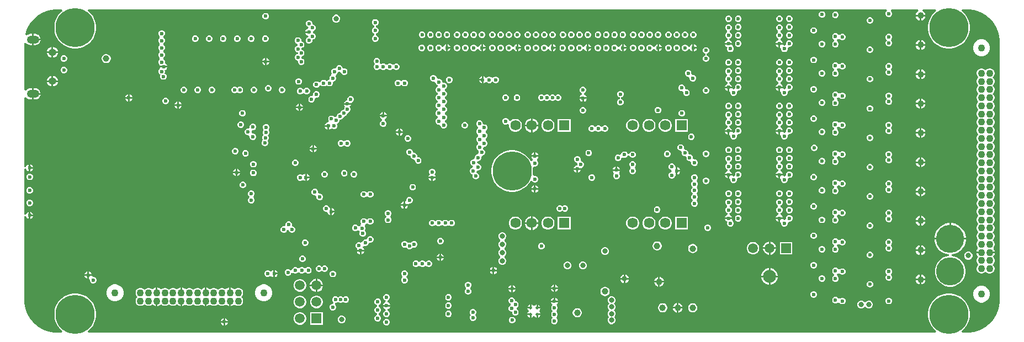
<source format=gbr>
%TF.GenerationSoftware,Altium Limited,Altium Designer,22.4.2 (48)*%
G04 Layer_Physical_Order=2*
G04 Layer_Color=11873107*
%FSLAX45Y45*%
%MOMM*%
%TF.SameCoordinates,3A7B4B19-9BDF-4AC5-8A71-DEF6C9DA19E2*%
%TF.FilePolarity,Positive*%
%TF.FileFunction,Copper,L2,Inr,Signal*%
%TF.Part,Single*%
G01*
G75*
%TA.AperFunction,ComponentPad*%
%ADD85C,1.10000*%
%ADD86C,4.30000*%
%ADD87C,1.50000*%
%ADD88C,1.59000*%
%ADD89O,1.25000X1.05000*%
%ADD90O,1.90000X1.20000*%
%ADD91R,1.59000X1.59000*%
%ADD92R,1.50000X1.50000*%
%ADD93R,1.50000X1.50000*%
%TA.AperFunction,ViaPad*%
%ADD94C,0.60000*%
%ADD95C,1.00000*%
%ADD96C,2.00000*%
%ADD97C,0.80000*%
%ADD98C,0.50000*%
%ADD99C,6.00000*%
G36*
X2597757Y5980000D02*
X2606010Y5954600D01*
X2591534Y5944082D01*
X2555918Y5908466D01*
X2526311Y5867716D01*
X2503444Y5822837D01*
X2487879Y5774934D01*
X2480000Y5725185D01*
Y5674815D01*
X2487879Y5625066D01*
X2503444Y5577163D01*
X2526311Y5532284D01*
X2555918Y5491534D01*
X2591534Y5455918D01*
X2632284Y5426311D01*
X2677163Y5403444D01*
X2725066Y5387879D01*
X2774815Y5380000D01*
X2825185D01*
X2874934Y5387879D01*
X2922837Y5403444D01*
X2967716Y5426311D01*
X3008466Y5455918D01*
X3044082Y5491534D01*
X3073689Y5532284D01*
X3096556Y5577163D01*
X3112121Y5625066D01*
X3120000Y5674815D01*
Y5725185D01*
X3112121Y5774934D01*
X3096556Y5822837D01*
X3073689Y5867716D01*
X3044082Y5908466D01*
X3008466Y5944082D01*
X2993990Y5954600D01*
X3002243Y5980000D01*
X15241103Y5979999D01*
X15246857Y5967693D01*
X15248889Y5954599D01*
X15237611Y5943321D01*
X15230000Y5924944D01*
Y5905053D01*
X15237611Y5886676D01*
X15251677Y5872611D01*
X15270055Y5864999D01*
X15289944D01*
X15308322Y5872611D01*
X15322388Y5886676D01*
X15330000Y5905053D01*
Y5924944D01*
X15322388Y5943321D01*
X15311110Y5954599D01*
X15313142Y5967693D01*
X15318896Y5979999D01*
X15730103D01*
X15735896Y5955256D01*
X15718704Y5945329D01*
X15704665Y5931291D01*
X15694737Y5914097D01*
X15690344Y5897694D01*
X15839658D01*
X15835262Y5914097D01*
X15825336Y5931291D01*
X15811298Y5945329D01*
X15794104Y5955256D01*
X15799898Y5979999D01*
X15997755D01*
X16006009Y5954599D01*
X15991534Y5944082D01*
X15955917Y5908466D01*
X15926312Y5867716D01*
X15903444Y5822837D01*
X15887880Y5774934D01*
X15880000Y5725185D01*
Y5674815D01*
X15887880Y5625066D01*
X15903444Y5577163D01*
X15926312Y5532284D01*
X15955917Y5491534D01*
X15991534Y5455918D01*
X16032285Y5426311D01*
X16077164Y5403444D01*
X16125067Y5387879D01*
X16174815Y5380000D01*
X16225185D01*
X16274934Y5387879D01*
X16322838Y5403444D01*
X16367717Y5426311D01*
X16408466Y5455918D01*
X16444083Y5491534D01*
X16473689Y5532284D01*
X16496556Y5577163D01*
X16512122Y5625066D01*
X16520000Y5674815D01*
Y5725185D01*
X16512122Y5774934D01*
X16496556Y5822837D01*
X16473689Y5867716D01*
X16444083Y5908466D01*
X16408466Y5944082D01*
X16393991Y5954599D01*
X16402245Y5979999D01*
X16480003D01*
X16512775Y5979999D01*
X16577757Y5971445D01*
X16641069Y5954481D01*
X16701624Y5929398D01*
X16758385Y5896626D01*
X16810384Y5856725D01*
X16856731Y5810379D01*
X16896629Y5758379D01*
X16929401Y5701616D01*
X16954483Y5641061D01*
X16971446Y5577751D01*
X16979999Y5512767D01*
X16979999Y5479996D01*
X16979997Y5479996D01*
X16980000Y5479995D01*
X16979999Y1519998D01*
X16980000Y1487226D01*
X16971446Y1422242D01*
X16954483Y1358931D01*
X16929401Y1298377D01*
X16896629Y1241613D01*
X16856729Y1189614D01*
X16810382Y1143267D01*
X16758382Y1103367D01*
X16701619Y1070596D01*
X16641064Y1045514D01*
X16577753Y1028552D01*
X16512769Y1019998D01*
X16479997Y1019999D01*
X16479997Y1019999D01*
X16479997Y1019999D01*
X16402242D01*
X16393990Y1045399D01*
X16408466Y1055918D01*
X16444083Y1091534D01*
X16473689Y1132283D01*
X16496556Y1177162D01*
X16512122Y1225066D01*
X16520000Y1274815D01*
Y1325185D01*
X16512122Y1374933D01*
X16496556Y1422837D01*
X16473689Y1467716D01*
X16444083Y1508466D01*
X16408466Y1544082D01*
X16367717Y1573688D01*
X16322838Y1596556D01*
X16274934Y1612120D01*
X16225185Y1620000D01*
X16174815D01*
X16125067Y1612120D01*
X16077164Y1596556D01*
X16032285Y1573688D01*
X15991534Y1544082D01*
X15955917Y1508466D01*
X15926312Y1467716D01*
X15903444Y1422837D01*
X15887880Y1374933D01*
X15880000Y1325185D01*
Y1274815D01*
X15887880Y1225066D01*
X15903444Y1177162D01*
X15926312Y1132283D01*
X15955917Y1091534D01*
X15991534Y1055918D01*
X16006010Y1045399D01*
X15997758Y1019999D01*
X3002242Y1020000D01*
X2993989Y1045400D01*
X3008466Y1055918D01*
X3044082Y1091534D01*
X3073689Y1132283D01*
X3096556Y1177162D01*
X3112121Y1225066D01*
X3120000Y1274815D01*
Y1325185D01*
X3112121Y1374933D01*
X3096556Y1422837D01*
X3073689Y1467716D01*
X3044082Y1508466D01*
X3008466Y1544082D01*
X2967716Y1573688D01*
X2922837Y1596556D01*
X2874934Y1612120D01*
X2825185Y1620000D01*
X2774815D01*
X2725066Y1612120D01*
X2677163Y1596556D01*
X2632284Y1573688D01*
X2591534Y1544082D01*
X2555918Y1508466D01*
X2526311Y1467716D01*
X2503444Y1422837D01*
X2487879Y1374933D01*
X2480000Y1325185D01*
Y1274815D01*
X2487879Y1225066D01*
X2503444Y1177162D01*
X2526311Y1132283D01*
X2555918Y1091534D01*
X2591534Y1055918D01*
X2606011Y1045400D01*
X2597758Y1020000D01*
X2520000D01*
X2487228Y1019999D01*
X2422245Y1028554D01*
X2358935Y1045518D01*
X2298380Y1070600D01*
X2241618Y1103371D01*
X2189618Y1143272D01*
X2143272Y1189618D01*
X2103371Y1241618D01*
X2070600Y1298380D01*
X2045518Y1358935D01*
X2028554Y1422245D01*
X2019999Y1487228D01*
X2020000Y1520000D01*
X2020000Y1800000D01*
Y2782977D01*
X2022700Y2807259D01*
X2022702D01*
Y2807259D01*
X2044600Y2808978D01*
X2045562Y2806655D01*
X2053034Y2788617D01*
X2068619Y2773033D01*
X2087300Y2765294D01*
Y2819998D01*
Y2874702D01*
X2068619Y2866964D01*
X2053034Y2851380D01*
X2045563Y2833342D01*
X2044600Y2831019D01*
X2022702Y2832738D01*
Y2832738D01*
X2022700Y2832738D01*
X2020000Y2857020D01*
Y3512979D01*
X2022700Y3537261D01*
X2022702D01*
Y3537261D01*
X2044600Y3538980D01*
X2045562Y3536657D01*
X2053034Y3518619D01*
X2068619Y3503034D01*
X2087300Y3495296D01*
Y3550000D01*
Y3604704D01*
X2068619Y3596966D01*
X2053034Y3581381D01*
X2045563Y3563343D01*
X2044600Y3561020D01*
X2022702Y3562739D01*
Y3562739D01*
X2022700Y3562739D01*
X2020000Y3587021D01*
Y4624915D01*
X2045400Y4632923D01*
X2054093Y4621594D01*
X2071932Y4607905D01*
X2092707Y4599300D01*
X2115001Y4596365D01*
X2137301D01*
Y4682502D01*
Y4768638D01*
X2115001D01*
X2092707Y4765703D01*
X2071932Y4757098D01*
X2054093Y4743410D01*
X2045400Y4732081D01*
X2020000Y4740088D01*
Y5459916D01*
X2045400Y5467923D01*
X2054093Y5456593D01*
X2071933Y5442905D01*
X2092707Y5434300D01*
X2115001Y5431365D01*
X2137301D01*
Y5517501D01*
Y5603638D01*
X2115001D01*
X2092707Y5600703D01*
X2071933Y5592098D01*
X2055268Y5579311D01*
X2052716Y5579790D01*
X2033165Y5594959D01*
X2045519Y5641063D01*
X2070601Y5701617D01*
X2103372Y5758379D01*
X2143273Y5810378D01*
X2189618Y5856723D01*
X2241617Y5896623D01*
X2298379Y5929395D01*
X2358933Y5954477D01*
X2422242Y5971440D01*
X2487224Y5979995D01*
X2519996Y5979995D01*
X2520001Y5980000D01*
X2597757D01*
D02*
G37*
%LPC*%
G36*
X14264946Y5950000D02*
X14245055D01*
X14226677Y5942388D01*
X14212611Y5928323D01*
X14205000Y5909946D01*
Y5890054D01*
X14212611Y5871677D01*
X14226677Y5857612D01*
X14245055Y5850000D01*
X14264946D01*
X14283324Y5857612D01*
X14297388Y5871677D01*
X14305000Y5890054D01*
Y5909946D01*
X14297388Y5928323D01*
X14283324Y5942388D01*
X14264946Y5950000D01*
D02*
G37*
G36*
X14469946Y5944994D02*
X14450055D01*
X14431677Y5937382D01*
X14417612Y5923317D01*
X14410001Y5904940D01*
Y5885048D01*
X14417612Y5866671D01*
X14431677Y5852606D01*
X14450055Y5844994D01*
X14469946D01*
X14488322Y5852606D01*
X14502388Y5866671D01*
X14510001Y5885048D01*
Y5904940D01*
X14502388Y5923317D01*
X14488322Y5937382D01*
X14469946Y5944994D01*
D02*
G37*
G36*
X5729946Y5925000D02*
X5710054D01*
X5691677Y5917388D01*
X5677612Y5903323D01*
X5670000Y5884946D01*
Y5865055D01*
X5677612Y5846677D01*
X5691677Y5832612D01*
X5710054Y5825000D01*
X5729946D01*
X5748323Y5832612D01*
X5762388Y5846677D01*
X5770000Y5865055D01*
Y5884946D01*
X5762388Y5903323D01*
X5748323Y5917388D01*
X5729946Y5925000D01*
D02*
G37*
G36*
X15839658Y5872294D02*
X15777699D01*
Y5810337D01*
X15794104Y5814732D01*
X15811298Y5824659D01*
X15825336Y5838697D01*
X15835262Y5855891D01*
X15839658Y5872294D01*
D02*
G37*
G36*
X15752299D02*
X15690344D01*
X15694737Y5855891D01*
X15704665Y5838697D01*
X15718704Y5824659D01*
X15735896Y5814732D01*
X15752299Y5810337D01*
Y5872294D01*
D02*
G37*
G36*
X13759946Y5885500D02*
X13740054D01*
X13721677Y5877888D01*
X13707613Y5863823D01*
X13700000Y5845446D01*
Y5825555D01*
X13707613Y5807178D01*
X13721677Y5793112D01*
X13740054Y5785500D01*
X13759946D01*
X13778323Y5793112D01*
X13792387Y5807178D01*
X13800000Y5825555D01*
Y5845446D01*
X13792387Y5863823D01*
X13778323Y5877888D01*
X13759946Y5885500D01*
D02*
G37*
G36*
X13609946D02*
X13590054D01*
X13571677Y5877888D01*
X13557613Y5863823D01*
X13550000Y5845446D01*
Y5825555D01*
X13557613Y5807178D01*
X13571677Y5793112D01*
X13590054Y5785500D01*
X13609946D01*
X13628323Y5793112D01*
X13642387Y5807178D01*
X13650000Y5825555D01*
Y5845446D01*
X13642387Y5863823D01*
X13628323Y5877888D01*
X13609946Y5885500D01*
D02*
G37*
G36*
X12979947D02*
X12960056D01*
X12941678Y5877888D01*
X12927612Y5863823D01*
X12920001Y5845446D01*
Y5825555D01*
X12927612Y5807178D01*
X12941678Y5793112D01*
X12960056Y5785500D01*
X12979947D01*
X12998325Y5793112D01*
X13012389Y5807178D01*
X13020001Y5825555D01*
Y5845446D01*
X13012389Y5863823D01*
X12998325Y5877888D01*
X12979947Y5885500D01*
D02*
G37*
G36*
X12829947D02*
X12810056D01*
X12791678Y5877888D01*
X12777613Y5863823D01*
X12770001Y5845446D01*
Y5825555D01*
X12777613Y5807178D01*
X12791678Y5793112D01*
X12810056Y5785500D01*
X12829947D01*
X12848325Y5793112D01*
X12862389Y5807178D01*
X12870001Y5825555D01*
Y5845446D01*
X12862389Y5863823D01*
X12848325Y5877888D01*
X12829947Y5885500D01*
D02*
G37*
G36*
X6811935Y5900000D02*
X6788065D01*
X6766013Y5890866D01*
X6749135Y5873987D01*
X6740000Y5851935D01*
Y5828065D01*
X6749135Y5806013D01*
X6766013Y5789134D01*
X6788065Y5780000D01*
X6811935D01*
X6833987Y5789134D01*
X6850866Y5806013D01*
X6860000Y5828065D01*
Y5851935D01*
X6850866Y5873987D01*
X6833987Y5890866D01*
X6811935Y5900000D01*
D02*
G37*
G36*
X14999947Y5859994D02*
X14980055D01*
X14961678Y5852382D01*
X14947612Y5838317D01*
X14939999Y5819940D01*
Y5800049D01*
X14947612Y5781671D01*
X14961678Y5767606D01*
X14980055Y5759994D01*
X14999947D01*
X15018323Y5767606D01*
X15032388Y5781671D01*
X15039999Y5800049D01*
Y5819940D01*
X15032388Y5838317D01*
X15018323Y5852382D01*
X14999947Y5859994D01*
D02*
G37*
G36*
X13759946Y5758500D02*
X13740054D01*
X13721677Y5750888D01*
X13707613Y5736823D01*
X13700000Y5718446D01*
Y5698555D01*
X13707613Y5680178D01*
X13721677Y5666112D01*
X13740054Y5658500D01*
X13759946D01*
X13778323Y5666112D01*
X13792387Y5680178D01*
X13800000Y5698555D01*
Y5718446D01*
X13792387Y5736823D01*
X13778323Y5750888D01*
X13759946Y5758500D01*
D02*
G37*
G36*
X12979947D02*
X12960056D01*
X12941678Y5750888D01*
X12927612Y5736823D01*
X12920001Y5718446D01*
Y5698555D01*
X12927612Y5680178D01*
X12941678Y5666112D01*
X12960056Y5658500D01*
X12979947D01*
X12998325Y5666112D01*
X13012389Y5680178D01*
X13020001Y5698555D01*
Y5718446D01*
X13012389Y5736823D01*
X12998325Y5750888D01*
X12979947Y5758500D01*
D02*
G37*
G36*
X14134946Y5705000D02*
X14115054D01*
X14096677Y5697388D01*
X14082613Y5683323D01*
X14075000Y5664946D01*
Y5645054D01*
X14082613Y5626677D01*
X14096677Y5612612D01*
X14115054Y5605000D01*
X14134946D01*
X14153323Y5612612D01*
X14167387Y5626677D01*
X14175000Y5645054D01*
Y5664946D01*
X14167387Y5683323D01*
X14153323Y5697388D01*
X14134946Y5705000D01*
D02*
G37*
G36*
X12289943Y5640000D02*
X12270051D01*
X12251674Y5632388D01*
X12237609Y5618323D01*
X12229997Y5599946D01*
Y5580054D01*
X12237609Y5561677D01*
X12251674Y5547612D01*
X12270051Y5540000D01*
X12289943D01*
X12308320Y5547612D01*
X12322385Y5561677D01*
X12329997Y5580054D01*
Y5599946D01*
X12322385Y5618323D01*
X12308320Y5632388D01*
X12289943Y5640000D01*
D02*
G37*
G36*
X12162943D02*
X12143051D01*
X12124674Y5632388D01*
X12110609Y5618323D01*
X12102997Y5599946D01*
Y5580054D01*
X12110609Y5561677D01*
X12124674Y5547612D01*
X12143051Y5540000D01*
X12162943D01*
X12181320Y5547612D01*
X12195385Y5561677D01*
X12202997Y5580054D01*
Y5599946D01*
X12195385Y5618323D01*
X12181320Y5632388D01*
X12162943Y5640000D01*
D02*
G37*
G36*
X12035943D02*
X12016051D01*
X11997674Y5632388D01*
X11983609Y5618323D01*
X11975997Y5599946D01*
Y5580054D01*
X11983609Y5561677D01*
X11997674Y5547612D01*
X12016051Y5540000D01*
X12035943D01*
X12054320Y5547612D01*
X12068385Y5561677D01*
X12075997Y5580054D01*
Y5599946D01*
X12068385Y5618323D01*
X12054320Y5632388D01*
X12035943Y5640000D01*
D02*
G37*
G36*
X11908943D02*
X11889051D01*
X11870674Y5632388D01*
X11856609Y5618323D01*
X11848997Y5599946D01*
Y5580054D01*
X11856609Y5561677D01*
X11870674Y5547612D01*
X11889051Y5540000D01*
X11908943D01*
X11927320Y5547612D01*
X11941385Y5561677D01*
X11948997Y5580054D01*
Y5599946D01*
X11941385Y5618323D01*
X11927320Y5632388D01*
X11908943Y5640000D01*
D02*
G37*
G36*
X11749943D02*
X11730051D01*
X11711674Y5632388D01*
X11697609Y5618323D01*
X11689997Y5599946D01*
Y5580054D01*
X11697609Y5561677D01*
X11711674Y5547612D01*
X11730051Y5540000D01*
X11749943D01*
X11768320Y5547612D01*
X11782385Y5561677D01*
X11789997Y5580054D01*
Y5599946D01*
X11782385Y5618323D01*
X11768320Y5632388D01*
X11749943Y5640000D01*
D02*
G37*
G36*
X11622943D02*
X11603051D01*
X11584674Y5632388D01*
X11570609Y5618323D01*
X11562997Y5599946D01*
Y5580054D01*
X11570609Y5561677D01*
X11584674Y5547612D01*
X11603051Y5540000D01*
X11622943D01*
X11641320Y5547612D01*
X11655385Y5561677D01*
X11662997Y5580054D01*
Y5599946D01*
X11655385Y5618323D01*
X11641320Y5632388D01*
X11622943Y5640000D01*
D02*
G37*
G36*
X11495943D02*
X11476051D01*
X11457674Y5632388D01*
X11443609Y5618323D01*
X11435997Y5599946D01*
Y5580054D01*
X11443609Y5561677D01*
X11457674Y5547612D01*
X11476051Y5540000D01*
X11495943D01*
X11514320Y5547612D01*
X11528385Y5561677D01*
X11535997Y5580054D01*
Y5599946D01*
X11528385Y5618323D01*
X11514320Y5632388D01*
X11495943Y5640000D01*
D02*
G37*
G36*
X11368943D02*
X11349051D01*
X11330674Y5632388D01*
X11316609Y5618323D01*
X11308997Y5599946D01*
Y5580054D01*
X11316609Y5561677D01*
X11330674Y5547612D01*
X11349051Y5540000D01*
X11368943D01*
X11387320Y5547612D01*
X11401385Y5561677D01*
X11408997Y5580054D01*
Y5599946D01*
X11401385Y5618323D01*
X11387320Y5632388D01*
X11368943Y5640000D01*
D02*
G37*
G36*
X11209943D02*
X11190052D01*
X11171674Y5632388D01*
X11157609Y5618323D01*
X11149997Y5599946D01*
Y5580054D01*
X11157609Y5561677D01*
X11171674Y5547612D01*
X11190052Y5540000D01*
X11209943D01*
X11228320Y5547612D01*
X11242385Y5561677D01*
X11249997Y5580054D01*
Y5599946D01*
X11242385Y5618323D01*
X11228320Y5632388D01*
X11209943Y5640000D01*
D02*
G37*
G36*
X11082943D02*
X11063052D01*
X11044674Y5632388D01*
X11030609Y5618323D01*
X11022997Y5599946D01*
Y5580054D01*
X11030609Y5561677D01*
X11044674Y5547612D01*
X11063052Y5540000D01*
X11082943D01*
X11101320Y5547612D01*
X11115385Y5561677D01*
X11122997Y5580054D01*
Y5599946D01*
X11115385Y5618323D01*
X11101320Y5632388D01*
X11082943Y5640000D01*
D02*
G37*
G36*
X10955943D02*
X10936052D01*
X10917674Y5632388D01*
X10903609Y5618323D01*
X10895997Y5599946D01*
Y5580054D01*
X10903609Y5561677D01*
X10917674Y5547612D01*
X10936052Y5540000D01*
X10955943D01*
X10974320Y5547612D01*
X10988385Y5561677D01*
X10995997Y5580054D01*
Y5599946D01*
X10988385Y5618323D01*
X10974320Y5632388D01*
X10955943Y5640000D01*
D02*
G37*
G36*
X10828943D02*
X10809052D01*
X10790674Y5632388D01*
X10776609Y5618323D01*
X10768997Y5599946D01*
Y5580054D01*
X10776609Y5561677D01*
X10790674Y5547612D01*
X10809052Y5540000D01*
X10828943D01*
X10847320Y5547612D01*
X10861385Y5561677D01*
X10868997Y5580054D01*
Y5599946D01*
X10861385Y5618323D01*
X10847320Y5632388D01*
X10828943Y5640000D01*
D02*
G37*
G36*
X10669943D02*
X10650052D01*
X10631674Y5632388D01*
X10617609Y5618323D01*
X10609997Y5599946D01*
Y5580054D01*
X10617609Y5561677D01*
X10631674Y5547612D01*
X10650052Y5540000D01*
X10669943D01*
X10688320Y5547612D01*
X10702385Y5561677D01*
X10709997Y5580054D01*
Y5599946D01*
X10702385Y5618323D01*
X10688320Y5632388D01*
X10669943Y5640000D01*
D02*
G37*
G36*
X10542943D02*
X10523052D01*
X10504674Y5632388D01*
X10490609Y5618323D01*
X10482997Y5599946D01*
Y5580054D01*
X10490609Y5561677D01*
X10504674Y5547612D01*
X10523052Y5540000D01*
X10542943D01*
X10561320Y5547612D01*
X10575385Y5561677D01*
X10582997Y5580054D01*
Y5599946D01*
X10575385Y5618323D01*
X10561320Y5632388D01*
X10542943Y5640000D01*
D02*
G37*
G36*
X10415943D02*
X10396052D01*
X10377674Y5632388D01*
X10363609Y5618323D01*
X10355997Y5599946D01*
Y5580054D01*
X10363609Y5561677D01*
X10377674Y5547612D01*
X10396052Y5540000D01*
X10415943D01*
X10434320Y5547612D01*
X10448385Y5561677D01*
X10455997Y5580054D01*
Y5599946D01*
X10448385Y5618323D01*
X10434320Y5632388D01*
X10415943Y5640000D01*
D02*
G37*
G36*
X10288943D02*
X10269052D01*
X10250674Y5632388D01*
X10236609Y5618323D01*
X10228997Y5599946D01*
Y5580054D01*
X10236609Y5561677D01*
X10250674Y5547612D01*
X10269052Y5540000D01*
X10288943D01*
X10307320Y5547612D01*
X10321385Y5561677D01*
X10328997Y5580054D01*
Y5599946D01*
X10321385Y5618323D01*
X10307320Y5632388D01*
X10288943Y5640000D01*
D02*
G37*
G36*
X10129943D02*
X10110052D01*
X10091675Y5632388D01*
X10077609Y5618323D01*
X10069997Y5599946D01*
Y5580054D01*
X10077609Y5561677D01*
X10091675Y5547612D01*
X10110052Y5540000D01*
X10129943D01*
X10148320Y5547612D01*
X10162385Y5561677D01*
X10169997Y5580054D01*
Y5599946D01*
X10162385Y5618323D01*
X10148320Y5632388D01*
X10129943Y5640000D01*
D02*
G37*
G36*
X10002943D02*
X9983052D01*
X9964675Y5632388D01*
X9950609Y5618323D01*
X9942997Y5599946D01*
Y5580054D01*
X9950609Y5561677D01*
X9964675Y5547612D01*
X9983052Y5540000D01*
X10002943D01*
X10021320Y5547612D01*
X10035385Y5561677D01*
X10042997Y5580054D01*
Y5599946D01*
X10035385Y5618323D01*
X10021320Y5632388D01*
X10002943Y5640000D01*
D02*
G37*
G36*
X9875943D02*
X9856052D01*
X9837675Y5632388D01*
X9823609Y5618323D01*
X9815997Y5599946D01*
Y5580054D01*
X9823609Y5561677D01*
X9837675Y5547612D01*
X9856052Y5540000D01*
X9875943D01*
X9894320Y5547612D01*
X9908385Y5561677D01*
X9915997Y5580054D01*
Y5599946D01*
X9908385Y5618323D01*
X9894320Y5632388D01*
X9875943Y5640000D01*
D02*
G37*
G36*
X9748943D02*
X9729052D01*
X9710675Y5632388D01*
X9696609Y5618323D01*
X9688997Y5599946D01*
Y5580054D01*
X9696609Y5561677D01*
X9710675Y5547612D01*
X9729052Y5540000D01*
X9748943D01*
X9767320Y5547612D01*
X9781385Y5561677D01*
X9788997Y5580054D01*
Y5599946D01*
X9781385Y5618323D01*
X9767320Y5632388D01*
X9748943Y5640000D01*
D02*
G37*
G36*
X9589943D02*
X9570052D01*
X9551675Y5632388D01*
X9537609Y5618323D01*
X9529997Y5599946D01*
Y5580054D01*
X9537609Y5561677D01*
X9551675Y5547612D01*
X9570052Y5540000D01*
X9589943D01*
X9608320Y5547612D01*
X9622385Y5561677D01*
X9629997Y5580054D01*
Y5599946D01*
X9622385Y5618323D01*
X9608320Y5632388D01*
X9589943Y5640000D01*
D02*
G37*
G36*
X9462943D02*
X9443052D01*
X9424675Y5632388D01*
X9410609Y5618323D01*
X9402997Y5599946D01*
Y5580054D01*
X9410609Y5561677D01*
X9424675Y5547612D01*
X9443052Y5540000D01*
X9462943D01*
X9481320Y5547612D01*
X9495385Y5561677D01*
X9502997Y5580054D01*
Y5599946D01*
X9495385Y5618323D01*
X9481320Y5632388D01*
X9462943Y5640000D01*
D02*
G37*
G36*
X9335943D02*
X9316052D01*
X9297675Y5632388D01*
X9283609Y5618323D01*
X9275997Y5599946D01*
Y5580054D01*
X9283609Y5561677D01*
X9297675Y5547612D01*
X9316052Y5540000D01*
X9335943D01*
X9354320Y5547612D01*
X9368385Y5561677D01*
X9375997Y5580054D01*
Y5599946D01*
X9368385Y5618323D01*
X9354320Y5632388D01*
X9335943Y5640000D01*
D02*
G37*
G36*
X9208943D02*
X9189052D01*
X9170675Y5632388D01*
X9156609Y5618323D01*
X9148997Y5599946D01*
Y5580054D01*
X9156609Y5561677D01*
X9170675Y5547612D01*
X9189052Y5540000D01*
X9208943D01*
X9227320Y5547612D01*
X9241385Y5561677D01*
X9248997Y5580054D01*
Y5599946D01*
X9241385Y5618323D01*
X9227320Y5632388D01*
X9208943Y5640000D01*
D02*
G37*
G36*
X9049943D02*
X9030052D01*
X9011675Y5632388D01*
X8997609Y5618323D01*
X8989998Y5599946D01*
Y5580054D01*
X8997609Y5561677D01*
X9011675Y5547612D01*
X9030052Y5540000D01*
X9049943D01*
X9068320Y5547612D01*
X9082385Y5561677D01*
X9089997Y5580054D01*
Y5599946D01*
X9082385Y5618323D01*
X9068320Y5632388D01*
X9049943Y5640000D01*
D02*
G37*
G36*
X8922943D02*
X8903052D01*
X8884675Y5632388D01*
X8870609Y5618323D01*
X8862998Y5599946D01*
Y5580054D01*
X8870609Y5561677D01*
X8884675Y5547612D01*
X8903052Y5540000D01*
X8922943D01*
X8941320Y5547612D01*
X8955385Y5561677D01*
X8962997Y5580054D01*
Y5599946D01*
X8955385Y5618323D01*
X8941320Y5632388D01*
X8922943Y5640000D01*
D02*
G37*
G36*
X8795943D02*
X8776052D01*
X8757675Y5632388D01*
X8743609Y5618323D01*
X8735998Y5599946D01*
Y5580054D01*
X8743609Y5561677D01*
X8757675Y5547612D01*
X8776052Y5540000D01*
X8795943D01*
X8814320Y5547612D01*
X8828385Y5561677D01*
X8835997Y5580054D01*
Y5599946D01*
X8828385Y5618323D01*
X8814320Y5632388D01*
X8795943Y5640000D01*
D02*
G37*
G36*
X8668943D02*
X8649052D01*
X8630675Y5632388D01*
X8616609Y5618323D01*
X8608998Y5599946D01*
Y5580054D01*
X8616609Y5561677D01*
X8630675Y5547612D01*
X8649052Y5540000D01*
X8668943D01*
X8687320Y5547612D01*
X8701385Y5561677D01*
X8708997Y5580054D01*
Y5599946D01*
X8701385Y5618323D01*
X8687320Y5632388D01*
X8668943Y5640000D01*
D02*
G37*
G36*
X8509943D02*
X8490052D01*
X8471675Y5632388D01*
X8457609Y5618323D01*
X8449998Y5599946D01*
Y5580054D01*
X8457609Y5561677D01*
X8471675Y5547612D01*
X8490052Y5540000D01*
X8509943D01*
X8528320Y5547612D01*
X8542386Y5561677D01*
X8549997Y5580054D01*
Y5599946D01*
X8542386Y5618323D01*
X8528320Y5632388D01*
X8509943Y5640000D01*
D02*
G37*
G36*
X8382943D02*
X8363052D01*
X8344675Y5632388D01*
X8330609Y5618323D01*
X8322998Y5599946D01*
Y5580054D01*
X8330609Y5561677D01*
X8344675Y5547612D01*
X8363052Y5540000D01*
X8382943D01*
X8401320Y5547612D01*
X8415386Y5561677D01*
X8422997Y5580054D01*
Y5599946D01*
X8415386Y5618323D01*
X8401320Y5632388D01*
X8382943Y5640000D01*
D02*
G37*
G36*
X8255943D02*
X8236052D01*
X8217675Y5632388D01*
X8203609Y5618323D01*
X8195998Y5599946D01*
Y5580054D01*
X8203609Y5561677D01*
X8217675Y5547612D01*
X8236052Y5540000D01*
X8255943D01*
X8274320Y5547612D01*
X8288386Y5561677D01*
X8295997Y5580054D01*
Y5599946D01*
X8288386Y5618323D01*
X8274320Y5632388D01*
X8255943Y5640000D01*
D02*
G37*
G36*
X8128943D02*
X8109052D01*
X8090675Y5632388D01*
X8076609Y5618323D01*
X8068998Y5599946D01*
Y5580054D01*
X8076609Y5561677D01*
X8090675Y5547612D01*
X8109052Y5540000D01*
X8128943D01*
X8147320Y5547612D01*
X8161386Y5561677D01*
X8168997Y5580054D01*
Y5599946D01*
X8161386Y5618323D01*
X8147320Y5632388D01*
X8128943Y5640000D01*
D02*
G37*
G36*
X13759946Y5631500D02*
X13740054D01*
X13721677Y5623888D01*
X13707613Y5609823D01*
X13700000Y5591446D01*
Y5571555D01*
X13707613Y5553178D01*
X13721677Y5539112D01*
X13740054Y5531500D01*
X13759946D01*
X13778323Y5539112D01*
X13792387Y5553178D01*
X13800000Y5571555D01*
Y5591446D01*
X13792387Y5609823D01*
X13778323Y5623888D01*
X13759946Y5631500D01*
D02*
G37*
G36*
X12979947D02*
X12960056D01*
X12941678Y5623888D01*
X12927612Y5609823D01*
X12920001Y5591446D01*
Y5571555D01*
X12927612Y5553178D01*
X12941678Y5539112D01*
X12960056Y5531500D01*
X12979947D01*
X12998325Y5539112D01*
X13012389Y5553178D01*
X13020001Y5571555D01*
Y5591446D01*
X13012389Y5609823D01*
X12998325Y5623888D01*
X12979947Y5631500D01*
D02*
G37*
G36*
X2185001Y5603638D02*
X2162701D01*
Y5530201D01*
X2269466D01*
X2268203Y5539795D01*
X2259597Y5560570D01*
X2245909Y5578409D01*
X2228069Y5592098D01*
X2207295Y5600703D01*
X2185001Y5603638D01*
D02*
G37*
G36*
X14469946Y5615000D02*
X14450053D01*
X14431677Y5607388D01*
X14417612Y5593323D01*
X14410001Y5574946D01*
Y5555054D01*
X14417612Y5536677D01*
X14431677Y5522612D01*
X14441701Y5518461D01*
X14441701Y5491534D01*
X14431677Y5487382D01*
X14417612Y5473317D01*
X14410001Y5454940D01*
Y5435049D01*
X14417612Y5416671D01*
X14431677Y5402606D01*
X14450055Y5394994D01*
X14469946D01*
X14488322Y5402606D01*
X14502388Y5416671D01*
X14510001Y5435049D01*
Y5454940D01*
X14502388Y5473317D01*
X14488322Y5487382D01*
X14486221Y5488253D01*
X14483836Y5515000D01*
X14499648Y5528245D01*
X14521098Y5526780D01*
X14524094Y5525196D01*
X14536678Y5512612D01*
X14555054Y5505000D01*
X14574947D01*
X14593323Y5512612D01*
X14607388Y5526677D01*
X14614999Y5545054D01*
Y5564946D01*
X14607388Y5583323D01*
X14593323Y5597388D01*
X14574947Y5605000D01*
X14555054D01*
X14536678Y5597388D01*
X14530681Y5591392D01*
X14503902Y5593220D01*
X14500906Y5594804D01*
X14488322Y5607388D01*
X14469946Y5615000D01*
D02*
G37*
G36*
X7409946Y5831361D02*
X7390054D01*
X7371677Y5823749D01*
X7357612Y5809684D01*
X7350000Y5791306D01*
Y5771415D01*
X7357612Y5753038D01*
X7371677Y5738973D01*
X7385352Y5733309D01*
X7390054Y5731361D01*
Y5706361D01*
X7385352Y5704414D01*
X7371677Y5698749D01*
X7357612Y5684684D01*
X7350000Y5666307D01*
Y5646415D01*
X7357612Y5628038D01*
X7371677Y5613973D01*
X7385352Y5608309D01*
X7390054Y5606361D01*
Y5581361D01*
X7385352Y5579413D01*
X7371677Y5573749D01*
X7357612Y5559684D01*
X7350000Y5541306D01*
Y5521415D01*
X7357612Y5503038D01*
X7371677Y5488973D01*
X7390054Y5481361D01*
X7409946D01*
X7428323Y5488973D01*
X7442388Y5503038D01*
X7450000Y5521415D01*
Y5541306D01*
X7442388Y5559684D01*
X7428323Y5573749D01*
X7414648Y5579413D01*
X7409946Y5581361D01*
Y5606361D01*
X7414648Y5608309D01*
X7428323Y5613973D01*
X7442388Y5628038D01*
X7450000Y5646415D01*
Y5666307D01*
X7442388Y5684684D01*
X7428323Y5698749D01*
X7414648Y5704413D01*
X7409946Y5706361D01*
Y5731361D01*
X7414648Y5733308D01*
X7428323Y5738973D01*
X7442388Y5753038D01*
X7450000Y5771415D01*
Y5791306D01*
X7442388Y5809684D01*
X7428323Y5823749D01*
X7409946Y5831361D01*
D02*
G37*
G36*
X5724946Y5580000D02*
X5705055D01*
X5686678Y5572388D01*
X5672612Y5558323D01*
X5665001Y5539945D01*
Y5520054D01*
X5672612Y5501677D01*
X5686678Y5487612D01*
X5705055Y5480000D01*
X5724946D01*
X5743323Y5487612D01*
X5757389Y5501677D01*
X5765000Y5520054D01*
Y5539945D01*
X5757389Y5558323D01*
X5743323Y5572388D01*
X5724946Y5580000D01*
D02*
G37*
G36*
X5509946D02*
X5490055D01*
X5471678Y5572388D01*
X5457612Y5558323D01*
X5450001Y5539945D01*
Y5520054D01*
X5457612Y5501677D01*
X5471678Y5487612D01*
X5490055Y5480000D01*
X5509946D01*
X5528323Y5487612D01*
X5542388Y5501677D01*
X5550000Y5520054D01*
Y5539945D01*
X5542388Y5558323D01*
X5528323Y5572388D01*
X5509946Y5580000D01*
D02*
G37*
G36*
X5294946D02*
X5275055D01*
X5256678Y5572388D01*
X5242612Y5558323D01*
X5235000Y5539945D01*
Y5520054D01*
X5242612Y5501677D01*
X5256678Y5487612D01*
X5275055Y5480000D01*
X5294946D01*
X5313323Y5487612D01*
X5327388Y5501677D01*
X5335000Y5520054D01*
Y5539945D01*
X5327388Y5558323D01*
X5313323Y5572388D01*
X5294946Y5580000D01*
D02*
G37*
G36*
X5079946D02*
X5060055D01*
X5041677Y5572388D01*
X5027612Y5558323D01*
X5020000Y5539945D01*
Y5520054D01*
X5027612Y5501677D01*
X5041677Y5487612D01*
X5060055Y5480000D01*
X5079946D01*
X5098323Y5487612D01*
X5112388Y5501677D01*
X5120000Y5520054D01*
Y5539945D01*
X5112388Y5558323D01*
X5098323Y5572388D01*
X5079946Y5580000D01*
D02*
G37*
G36*
X4864946D02*
X4845055D01*
X4826677Y5572388D01*
X4812612Y5558323D01*
X4805000Y5539945D01*
Y5520054D01*
X4812612Y5501677D01*
X4826677Y5487612D01*
X4845055Y5480000D01*
X4864946D01*
X4883323Y5487612D01*
X4897388Y5501677D01*
X4905000Y5520054D01*
Y5539945D01*
X4897388Y5558323D01*
X4883323Y5572388D01*
X4864946Y5580000D01*
D02*
G37*
G36*
X4649946D02*
X4630054D01*
X4611677Y5572388D01*
X4597612Y5558323D01*
X4590000Y5539945D01*
Y5520054D01*
X4597612Y5501677D01*
X4611677Y5487612D01*
X4630054Y5480000D01*
X4649946D01*
X4668323Y5487612D01*
X4682388Y5501677D01*
X4690000Y5520054D01*
Y5539945D01*
X4682388Y5558323D01*
X4668323Y5572388D01*
X4649946Y5580000D01*
D02*
G37*
G36*
X13609946Y5750000D02*
X13590054D01*
X13571677Y5742388D01*
X13557613Y5728323D01*
X13550000Y5709945D01*
Y5690054D01*
X13557613Y5671677D01*
X13571677Y5657612D01*
X13579198Y5654496D01*
Y5627004D01*
X13571677Y5623888D01*
X13557613Y5609823D01*
X13550000Y5591446D01*
Y5571555D01*
X13557613Y5553178D01*
X13571677Y5539112D01*
X13584930Y5533623D01*
X13585434Y5530672D01*
X13584474Y5508034D01*
X13568619Y5501466D01*
X13553033Y5485882D01*
X13545296Y5467200D01*
X13654704D01*
X13646967Y5485882D01*
X13631381Y5501466D01*
X13615526Y5508034D01*
X13614566Y5530672D01*
X13615070Y5533623D01*
X13628323Y5539112D01*
X13642387Y5553178D01*
X13650000Y5571555D01*
Y5591446D01*
X13642387Y5609823D01*
X13628323Y5623888D01*
X13620802Y5627004D01*
Y5654496D01*
X13628323Y5657612D01*
X13642387Y5671677D01*
X13650000Y5690054D01*
Y5709945D01*
X13642387Y5728323D01*
X13628323Y5742388D01*
X13609946Y5750000D01*
D02*
G37*
G36*
X12829947D02*
X12810056D01*
X12791678Y5742388D01*
X12777613Y5728323D01*
X12770001Y5709945D01*
Y5690054D01*
X12777613Y5671677D01*
X12791678Y5657612D01*
X12799199Y5654496D01*
Y5627004D01*
X12791678Y5623888D01*
X12777613Y5609823D01*
X12770001Y5591446D01*
Y5571555D01*
X12777613Y5553178D01*
X12791678Y5539112D01*
X12804932Y5533623D01*
X12805435Y5530672D01*
X12804475Y5508034D01*
X12788620Y5501466D01*
X12773035Y5485882D01*
X12765297Y5467200D01*
X12874706D01*
X12866966Y5485882D01*
X12851382Y5501466D01*
X12835527Y5508034D01*
X12834567Y5530672D01*
X12835071Y5533623D01*
X12848325Y5539112D01*
X12862389Y5553178D01*
X12870001Y5571555D01*
Y5591446D01*
X12862389Y5609823D01*
X12848325Y5623888D01*
X12840804Y5627004D01*
Y5654496D01*
X12848325Y5657612D01*
X12862389Y5671677D01*
X12870001Y5690054D01*
Y5709945D01*
X12862389Y5728323D01*
X12848325Y5742388D01*
X12829947Y5750000D01*
D02*
G37*
G36*
X6394946Y5812501D02*
X6375054D01*
X6356677Y5804889D01*
X6342612Y5790824D01*
X6335000Y5772447D01*
Y5752555D01*
X6342612Y5734178D01*
X6356677Y5720113D01*
X6361864Y5717965D01*
X6375031Y5711978D01*
X6373980Y5687901D01*
X6353618Y5679467D01*
X6338034Y5663882D01*
X6330296Y5645201D01*
X6385000D01*
Y5619801D01*
X6330296D01*
X6338034Y5601119D01*
X6353618Y5585535D01*
X6373980Y5577101D01*
X6375031Y5553023D01*
X6361864Y5547037D01*
X6356677Y5544889D01*
X6342612Y5530823D01*
X6335000Y5512446D01*
Y5492555D01*
X6342612Y5474178D01*
X6356677Y5460113D01*
X6375054Y5452501D01*
X6394946D01*
X6413323Y5460113D01*
X6427388Y5474178D01*
X6435000Y5492555D01*
Y5512446D01*
X6458136Y5522964D01*
X6463323Y5525113D01*
X6477388Y5539178D01*
X6485000Y5557555D01*
Y5577446D01*
X6477388Y5595823D01*
X6463323Y5609889D01*
X6463125Y5609971D01*
X6442966Y5620181D01*
Y5644820D01*
X6463125Y5655031D01*
X6463323Y5655113D01*
X6477388Y5669178D01*
X6485000Y5687555D01*
Y5707447D01*
X6477388Y5725824D01*
X6463323Y5739889D01*
X6458136Y5742037D01*
X6435000Y5752556D01*
Y5772447D01*
X6427388Y5790824D01*
X6413323Y5804889D01*
X6394946Y5812501D01*
D02*
G37*
G36*
X15777699Y5509651D02*
Y5447694D01*
X15839658D01*
X15835262Y5464098D01*
X15825336Y5481291D01*
X15811298Y5495329D01*
X15794104Y5505256D01*
X15777699Y5509651D01*
D02*
G37*
G36*
X15752299D02*
X15735896Y5505256D01*
X15718704Y5495329D01*
X15704665Y5481291D01*
X15694737Y5464098D01*
X15690344Y5447694D01*
X15752299D01*
Y5509651D01*
D02*
G37*
G36*
X2269466Y5504801D02*
X2162701D01*
Y5431365D01*
X2185001D01*
X2207295Y5434300D01*
X2228069Y5442905D01*
X2245909Y5456593D01*
X2259597Y5474433D01*
X2268203Y5495207D01*
X2269466Y5504801D01*
D02*
G37*
G36*
X13759946Y5504500D02*
X13740054D01*
X13721677Y5496888D01*
X13707613Y5482823D01*
X13700000Y5464446D01*
Y5444555D01*
X13697961Y5441907D01*
X13680608Y5425000D01*
X13675238D01*
X13658727Y5440382D01*
X13658144Y5441800D01*
X13612700D01*
Y5392995D01*
X13616595Y5390446D01*
X13625000Y5377398D01*
Y5365054D01*
X13632613Y5346677D01*
X13646677Y5332612D01*
X13665054Y5325000D01*
X13684946D01*
X13703323Y5332612D01*
X13717387Y5346677D01*
X13725000Y5365054D01*
Y5384945D01*
X13727039Y5387593D01*
X13744392Y5404500D01*
X13759946D01*
X13778323Y5412112D01*
X13792387Y5426178D01*
X13800000Y5444555D01*
Y5464446D01*
X13792387Y5482823D01*
X13778323Y5496888D01*
X13759946Y5504500D01*
D02*
G37*
G36*
X15289944Y5604998D02*
X15270055D01*
X15251677Y5597387D01*
X15237611Y5583321D01*
X15230000Y5564944D01*
Y5545053D01*
X15237611Y5526676D01*
X15237695Y5526592D01*
X15249776Y5509999D01*
X15237695Y5493405D01*
X15237611Y5493322D01*
X15230000Y5474944D01*
Y5455053D01*
X15237611Y5436676D01*
X15251677Y5422611D01*
X15270055Y5414999D01*
X15289944D01*
X15308322Y5422611D01*
X15322388Y5436676D01*
X15330000Y5455053D01*
Y5474944D01*
X15322388Y5493322D01*
X15322304Y5493405D01*
X15310223Y5509999D01*
X15322304Y5526592D01*
X15322388Y5526676D01*
X15330000Y5545053D01*
Y5564944D01*
X15322388Y5583321D01*
X15308322Y5597387D01*
X15289944Y5604998D01*
D02*
G37*
G36*
X12267299Y5444704D02*
X12248617Y5436966D01*
X12233033Y5421382D01*
X12226463Y5405522D01*
X12203838Y5404562D01*
X12200876Y5405068D01*
X12195385Y5418323D01*
X12181320Y5432388D01*
X12162943Y5440000D01*
X12143051D01*
X12124674Y5432388D01*
X12110609Y5418323D01*
X12102997Y5399946D01*
Y5380055D01*
X12110609Y5361677D01*
X12124674Y5347612D01*
X12143051Y5340000D01*
X12162943D01*
X12181320Y5347612D01*
X12195385Y5361677D01*
X12200876Y5374933D01*
X12203838Y5375438D01*
X12226463Y5374478D01*
X12233033Y5358619D01*
X12248617Y5343034D01*
X12267299Y5335296D01*
Y5390000D01*
Y5444704D01*
D02*
G37*
G36*
X11727299D02*
X11708617Y5436966D01*
X11693033Y5421382D01*
X11686464Y5405522D01*
X11663838Y5404562D01*
X11660876Y5405068D01*
X11655385Y5418323D01*
X11641320Y5432388D01*
X11622943Y5440000D01*
X11603051D01*
X11584674Y5432388D01*
X11570609Y5418323D01*
X11562997Y5399946D01*
Y5380055D01*
X11570609Y5361677D01*
X11584674Y5347612D01*
X11603051Y5340000D01*
X11622943D01*
X11641320Y5347612D01*
X11655385Y5361677D01*
X11660876Y5374933D01*
X11663838Y5375438D01*
X11686464Y5374478D01*
X11693033Y5358619D01*
X11708617Y5343034D01*
X11727299Y5335296D01*
Y5390000D01*
Y5444704D01*
D02*
G37*
G36*
X11187299D02*
X11168617Y5436966D01*
X11153033Y5421382D01*
X11146464Y5405522D01*
X11123838Y5404562D01*
X11120876Y5405068D01*
X11115385Y5418323D01*
X11101320Y5432388D01*
X11082943Y5440000D01*
X11063052D01*
X11044674Y5432388D01*
X11030609Y5418323D01*
X11022997Y5399946D01*
Y5380055D01*
X11030609Y5361677D01*
X11044674Y5347612D01*
X11063052Y5340000D01*
X11082943D01*
X11101320Y5347612D01*
X11115385Y5361677D01*
X11120876Y5374933D01*
X11123838Y5375438D01*
X11146464Y5374478D01*
X11153033Y5358619D01*
X11168617Y5343034D01*
X11187299Y5335296D01*
Y5390000D01*
Y5444704D01*
D02*
G37*
G36*
X10647299D02*
X10628618Y5436966D01*
X10613033Y5421382D01*
X10606464Y5405522D01*
X10583838Y5404562D01*
X10580876Y5405068D01*
X10575385Y5418323D01*
X10561320Y5432388D01*
X10542943Y5440000D01*
X10523052D01*
X10504674Y5432388D01*
X10490609Y5418323D01*
X10482997Y5399946D01*
Y5380055D01*
X10490609Y5361677D01*
X10504674Y5347612D01*
X10523052Y5340000D01*
X10542943D01*
X10561320Y5347612D01*
X10575385Y5361677D01*
X10580876Y5374933D01*
X10583838Y5375438D01*
X10606464Y5374478D01*
X10613033Y5358619D01*
X10628618Y5343034D01*
X10647299Y5335296D01*
Y5390000D01*
Y5444704D01*
D02*
G37*
G36*
X10107299D02*
X10088618Y5436966D01*
X10073033Y5421382D01*
X10066464Y5405522D01*
X10043838Y5404562D01*
X10040876Y5405068D01*
X10035385Y5418323D01*
X10021320Y5432388D01*
X10002943Y5440000D01*
X9983052D01*
X9964675Y5432388D01*
X9950609Y5418323D01*
X9942997Y5399946D01*
Y5380055D01*
X9950609Y5361677D01*
X9964675Y5347612D01*
X9983052Y5340000D01*
X10002943D01*
X10021320Y5347612D01*
X10035385Y5361677D01*
X10040876Y5374933D01*
X10043838Y5375438D01*
X10066464Y5374478D01*
X10073033Y5358619D01*
X10088618Y5343034D01*
X10107299Y5335296D01*
Y5390000D01*
Y5444704D01*
D02*
G37*
G36*
X9567299D02*
X9548618Y5436966D01*
X9533033Y5421382D01*
X9526464Y5405522D01*
X9503838Y5404562D01*
X9500876Y5405068D01*
X9495385Y5418323D01*
X9481320Y5432388D01*
X9462943Y5440000D01*
X9443052D01*
X9424675Y5432388D01*
X9410609Y5418323D01*
X9402997Y5399946D01*
Y5380055D01*
X9410609Y5361677D01*
X9424675Y5347612D01*
X9443052Y5340000D01*
X9462943D01*
X9481320Y5347612D01*
X9495385Y5361677D01*
X9500876Y5374933D01*
X9503838Y5375438D01*
X9526464Y5374478D01*
X9533033Y5358619D01*
X9548618Y5343034D01*
X9567299Y5335296D01*
Y5390000D01*
Y5444704D01*
D02*
G37*
G36*
X9027299D02*
X9008618Y5436966D01*
X8993033Y5421382D01*
X8986464Y5405522D01*
X8963838Y5404562D01*
X8960876Y5405068D01*
X8955385Y5418323D01*
X8941320Y5432388D01*
X8922943Y5440000D01*
X8903052D01*
X8884675Y5432388D01*
X8870609Y5418323D01*
X8862998Y5399946D01*
Y5380055D01*
X8870609Y5361677D01*
X8884675Y5347612D01*
X8903052Y5340000D01*
X8922943D01*
X8941320Y5347612D01*
X8955385Y5361677D01*
X8960876Y5374933D01*
X8963838Y5375438D01*
X8986464Y5374478D01*
X8993033Y5358619D01*
X9008618Y5343034D01*
X9027299Y5335296D01*
Y5390000D01*
Y5444704D01*
D02*
G37*
G36*
X8487299D02*
X8468618Y5436966D01*
X8453033Y5421382D01*
X8446464Y5405522D01*
X8423838Y5404562D01*
X8420876Y5405068D01*
X8415386Y5418323D01*
X8401320Y5432388D01*
X8382943Y5440000D01*
X8363052D01*
X8344675Y5432388D01*
X8330609Y5418323D01*
X8322998Y5399946D01*
Y5380055D01*
X8330609Y5361677D01*
X8344675Y5347612D01*
X8363052Y5340000D01*
X8382943D01*
X8401320Y5347612D01*
X8415386Y5361677D01*
X8420876Y5374933D01*
X8423838Y5375438D01*
X8446464Y5374478D01*
X8453033Y5358619D01*
X8468618Y5343034D01*
X8487299Y5335296D01*
Y5390000D01*
Y5444704D01*
D02*
G37*
G36*
X12979947Y5504500D02*
X12960056D01*
X12941678Y5496888D01*
X12927612Y5482823D01*
X12920001Y5464446D01*
Y5444555D01*
X12927612Y5426178D01*
X12941678Y5412112D01*
X12960056Y5404500D01*
X12979947D01*
X12998325Y5412112D01*
X13012389Y5426178D01*
X13020001Y5444555D01*
Y5464446D01*
X13012389Y5482823D01*
X12998325Y5496888D01*
X12979947Y5504500D01*
D02*
G37*
G36*
X12292699Y5444704D02*
Y5402700D01*
X12334703D01*
X12326965Y5421382D01*
X12311380Y5436966D01*
X12292699Y5444704D01*
D02*
G37*
G36*
X11752699D02*
Y5402700D01*
X11794703D01*
X11786965Y5421382D01*
X11771380Y5436966D01*
X11752699Y5444704D01*
D02*
G37*
G36*
X11212699D02*
Y5402700D01*
X11254703D01*
X11246965Y5421382D01*
X11231380Y5436966D01*
X11212699Y5444704D01*
D02*
G37*
G36*
X10672699D02*
Y5402700D01*
X10714703D01*
X10706965Y5421382D01*
X10691380Y5436966D01*
X10672699Y5444704D01*
D02*
G37*
G36*
X10132699D02*
Y5402700D01*
X10174703D01*
X10166965Y5421382D01*
X10151381Y5436966D01*
X10132699Y5444704D01*
D02*
G37*
G36*
X9592699D02*
Y5402700D01*
X9634703D01*
X9626965Y5421382D01*
X9611381Y5436966D01*
X9592699Y5444704D01*
D02*
G37*
G36*
X9052699D02*
Y5402700D01*
X9094703D01*
X9086965Y5421382D01*
X9071381Y5436966D01*
X9052699Y5444704D01*
D02*
G37*
G36*
X8512699D02*
Y5402700D01*
X8554703D01*
X8546965Y5421382D01*
X8531381Y5436966D01*
X8512699Y5444704D01*
D02*
G37*
G36*
X14264946Y5500000D02*
X14245055D01*
X14226677Y5492388D01*
X14212611Y5478323D01*
X14205000Y5459946D01*
Y5440054D01*
X14212611Y5421677D01*
X14226677Y5407612D01*
X14245055Y5400000D01*
X14264946D01*
X14283324Y5407612D01*
X14297388Y5421677D01*
X14305000Y5440054D01*
Y5459946D01*
X14297388Y5478323D01*
X14283324Y5492388D01*
X14264946Y5500000D01*
D02*
G37*
G36*
X13587300Y5441800D02*
X13545296D01*
X13553033Y5423119D01*
X13568619Y5407535D01*
X13587300Y5399796D01*
Y5441800D01*
D02*
G37*
G36*
X15839658Y5422294D02*
X15777699D01*
Y5360338D01*
X15794104Y5364732D01*
X15811298Y5374659D01*
X15825336Y5388698D01*
X15835262Y5405891D01*
X15839658Y5422294D01*
D02*
G37*
G36*
X15752299D02*
X15690344D01*
X15694737Y5405891D01*
X15704665Y5388698D01*
X15718704Y5374659D01*
X15735896Y5364732D01*
X15752299Y5360338D01*
Y5422294D01*
D02*
G37*
G36*
X12035943Y5440000D02*
X12016051D01*
X11997674Y5432388D01*
X11983609Y5418323D01*
X11975997Y5399946D01*
Y5380055D01*
X11983609Y5361677D01*
X11997674Y5347612D01*
X12016051Y5340000D01*
X12035943D01*
X12054320Y5347612D01*
X12068385Y5361677D01*
X12075997Y5380055D01*
Y5399946D01*
X12068385Y5418323D01*
X12054320Y5432388D01*
X12035943Y5440000D01*
D02*
G37*
G36*
X11907445D02*
X11887554D01*
X11869176Y5432388D01*
X11855111Y5418323D01*
X11847499Y5399946D01*
Y5380055D01*
X11855111Y5361677D01*
X11869176Y5347612D01*
X11887554Y5340000D01*
X11907445D01*
X11925822Y5347612D01*
X11939887Y5361677D01*
X11947499Y5380055D01*
Y5399946D01*
X11939887Y5418323D01*
X11925822Y5432388D01*
X11907445Y5440000D01*
D02*
G37*
G36*
X11495943D02*
X11476051D01*
X11457674Y5432388D01*
X11443609Y5418323D01*
X11435997Y5399946D01*
Y5380055D01*
X11443609Y5361677D01*
X11457674Y5347612D01*
X11476051Y5340000D01*
X11495943D01*
X11514320Y5347612D01*
X11528385Y5361677D01*
X11535997Y5380055D01*
Y5399946D01*
X11528385Y5418323D01*
X11514320Y5432388D01*
X11495943Y5440000D01*
D02*
G37*
G36*
X11367445D02*
X11347554D01*
X11329176Y5432388D01*
X11315111Y5418323D01*
X11307499Y5399946D01*
Y5380055D01*
X11315111Y5361677D01*
X11329176Y5347612D01*
X11347554Y5340000D01*
X11367445D01*
X11385822Y5347612D01*
X11399887Y5361677D01*
X11407499Y5380055D01*
Y5399946D01*
X11399887Y5418323D01*
X11385822Y5432388D01*
X11367445Y5440000D01*
D02*
G37*
G36*
X10955943D02*
X10936052D01*
X10917674Y5432388D01*
X10903609Y5418323D01*
X10895997Y5399946D01*
Y5380055D01*
X10903609Y5361677D01*
X10917674Y5347612D01*
X10936052Y5340000D01*
X10955943D01*
X10974320Y5347612D01*
X10988385Y5361677D01*
X10995997Y5380055D01*
Y5399946D01*
X10988385Y5418323D01*
X10974320Y5432388D01*
X10955943Y5440000D01*
D02*
G37*
G36*
X10827445D02*
X10807554D01*
X10789177Y5432388D01*
X10775111Y5418323D01*
X10767499Y5399946D01*
Y5380055D01*
X10775111Y5361677D01*
X10789177Y5347612D01*
X10807554Y5340000D01*
X10827445D01*
X10845822Y5347612D01*
X10859887Y5361677D01*
X10867499Y5380055D01*
Y5399946D01*
X10859887Y5418323D01*
X10845822Y5432388D01*
X10827445Y5440000D01*
D02*
G37*
G36*
X10415943D02*
X10396052D01*
X10377674Y5432388D01*
X10363609Y5418323D01*
X10355997Y5399946D01*
Y5380055D01*
X10363609Y5361677D01*
X10377674Y5347612D01*
X10396052Y5340000D01*
X10415943D01*
X10434320Y5347612D01*
X10448385Y5361677D01*
X10455997Y5380055D01*
Y5399946D01*
X10448385Y5418323D01*
X10434320Y5432388D01*
X10415943Y5440000D01*
D02*
G37*
G36*
X10287445D02*
X10267554D01*
X10249177Y5432388D01*
X10235111Y5418323D01*
X10227499Y5399946D01*
Y5380055D01*
X10235111Y5361677D01*
X10249177Y5347612D01*
X10267554Y5340000D01*
X10287445D01*
X10305822Y5347612D01*
X10319887Y5361677D01*
X10327499Y5380055D01*
Y5399946D01*
X10319887Y5418323D01*
X10305822Y5432388D01*
X10287445Y5440000D01*
D02*
G37*
G36*
X9875943D02*
X9856052D01*
X9837675Y5432388D01*
X9823609Y5418323D01*
X9815997Y5399946D01*
Y5380055D01*
X9823609Y5361677D01*
X9837675Y5347612D01*
X9856052Y5340000D01*
X9875943D01*
X9894320Y5347612D01*
X9908385Y5361677D01*
X9915997Y5380055D01*
Y5399946D01*
X9908385Y5418323D01*
X9894320Y5432388D01*
X9875943Y5440000D01*
D02*
G37*
G36*
X9747445D02*
X9727554D01*
X9709177Y5432388D01*
X9695111Y5418323D01*
X9687500Y5399946D01*
Y5380055D01*
X9695111Y5361677D01*
X9709177Y5347612D01*
X9727554Y5340000D01*
X9747445D01*
X9765822Y5347612D01*
X9779887Y5361677D01*
X9787499Y5380055D01*
Y5399946D01*
X9779887Y5418323D01*
X9765822Y5432388D01*
X9747445Y5440000D01*
D02*
G37*
G36*
X9335943D02*
X9316052D01*
X9297675Y5432388D01*
X9283609Y5418323D01*
X9275997Y5399946D01*
Y5380055D01*
X9283609Y5361677D01*
X9297675Y5347612D01*
X9316052Y5340000D01*
X9335943D01*
X9354320Y5347612D01*
X9368385Y5361677D01*
X9375997Y5380055D01*
Y5399946D01*
X9368385Y5418323D01*
X9354320Y5432388D01*
X9335943Y5440000D01*
D02*
G37*
G36*
X9207445D02*
X9187554D01*
X9169177Y5432388D01*
X9155111Y5418323D01*
X9147500Y5399946D01*
Y5380055D01*
X9155111Y5361677D01*
X9169177Y5347612D01*
X9187554Y5340000D01*
X9207445D01*
X9225822Y5347612D01*
X9239888Y5361677D01*
X9247499Y5380055D01*
Y5399946D01*
X9239888Y5418323D01*
X9225822Y5432388D01*
X9207445Y5440000D01*
D02*
G37*
G36*
X8795943D02*
X8776052D01*
X8757675Y5432388D01*
X8743609Y5418323D01*
X8735998Y5399946D01*
Y5380055D01*
X8743609Y5361677D01*
X8757675Y5347612D01*
X8776052Y5340000D01*
X8795943D01*
X8814320Y5347612D01*
X8828385Y5361677D01*
X8835997Y5380055D01*
Y5399946D01*
X8828385Y5418323D01*
X8814320Y5432388D01*
X8795943Y5440000D01*
D02*
G37*
G36*
X8667445D02*
X8647554D01*
X8629177Y5432388D01*
X8615112Y5418323D01*
X8607500Y5399946D01*
Y5380055D01*
X8615112Y5361677D01*
X8629177Y5347612D01*
X8647554Y5340000D01*
X8667445D01*
X8685822Y5347612D01*
X8699888Y5361677D01*
X8707499Y5380055D01*
Y5399946D01*
X8699888Y5418323D01*
X8685822Y5432388D01*
X8667445Y5440000D01*
D02*
G37*
G36*
X8255943D02*
X8236052D01*
X8217675Y5432388D01*
X8203609Y5418323D01*
X8195998Y5399946D01*
Y5380055D01*
X8203609Y5361677D01*
X8217675Y5347612D01*
X8236052Y5340000D01*
X8255943D01*
X8274320Y5347612D01*
X8288386Y5361677D01*
X8295997Y5380055D01*
Y5399946D01*
X8288386Y5418323D01*
X8274320Y5432388D01*
X8255943Y5440000D01*
D02*
G37*
G36*
X8127445D02*
X8107554D01*
X8089177Y5432388D01*
X8075112Y5418323D01*
X8067500Y5399946D01*
Y5380055D01*
X8075112Y5361677D01*
X8089177Y5347612D01*
X8107554Y5340000D01*
X8127445D01*
X8145822Y5347612D01*
X8159888Y5361677D01*
X8167500Y5380055D01*
Y5399946D01*
X8159888Y5418323D01*
X8145822Y5432388D01*
X8127445Y5440000D01*
D02*
G37*
G36*
X12334703Y5377300D02*
X12292699D01*
Y5335296D01*
X12311380Y5343034D01*
X12326965Y5358619D01*
X12334703Y5377300D01*
D02*
G37*
G36*
X11794703D02*
X11752699D01*
Y5335296D01*
X11771380Y5343034D01*
X11786965Y5358619D01*
X11794703Y5377300D01*
D02*
G37*
G36*
X11254703D02*
X11212699D01*
Y5335296D01*
X11231380Y5343034D01*
X11246965Y5358619D01*
X11254703Y5377300D01*
D02*
G37*
G36*
X10714703D02*
X10672699D01*
Y5335296D01*
X10691380Y5343034D01*
X10706965Y5358619D01*
X10714703Y5377300D01*
D02*
G37*
G36*
X10174703D02*
X10132699D01*
Y5335296D01*
X10151381Y5343034D01*
X10166965Y5358619D01*
X10174703Y5377300D01*
D02*
G37*
G36*
X9634703D02*
X9592699D01*
Y5335296D01*
X9611381Y5343034D01*
X9626965Y5358619D01*
X9634703Y5377300D01*
D02*
G37*
G36*
X9094703D02*
X9052699D01*
Y5335296D01*
X9071381Y5343034D01*
X9086965Y5358619D01*
X9094703Y5377300D01*
D02*
G37*
G36*
X8554703D02*
X8512699D01*
Y5335296D01*
X8531381Y5343034D01*
X8546965Y5358619D01*
X8554703Y5377300D01*
D02*
G37*
G36*
X2462700Y5400717D02*
Y5335200D01*
X2536901D01*
X2535895Y5342836D01*
X2528046Y5361787D01*
X2515559Y5378059D01*
X2499286Y5390546D01*
X2480336Y5398395D01*
X2462700Y5400717D01*
D02*
G37*
G36*
X2437300D02*
X2419664Y5398395D01*
X2400715Y5390546D01*
X2384442Y5378059D01*
X2371955Y5361787D01*
X2364106Y5342836D01*
X2363100Y5335200D01*
X2437300D01*
Y5400717D01*
D02*
G37*
G36*
X12875589Y5441800D02*
X12765297D01*
X12773035Y5423119D01*
X12788620Y5407535D01*
X12806320Y5400203D01*
X12800000Y5384946D01*
Y5365054D01*
X12807613Y5346677D01*
X12821677Y5332612D01*
X12840054Y5325000D01*
X12859946D01*
X12878323Y5332612D01*
X12892387Y5346677D01*
X12900000Y5365054D01*
Y5384946D01*
X12892387Y5403323D01*
X12878323Y5417388D01*
X12875589Y5441800D01*
D02*
G37*
G36*
X14999947Y5409994D02*
X14980055D01*
X14961678Y5402382D01*
X14947612Y5388317D01*
X14939999Y5369940D01*
Y5350049D01*
X14947612Y5331672D01*
X14961678Y5317606D01*
X14980055Y5309994D01*
X14999947D01*
X15018323Y5317606D01*
X15032388Y5331672D01*
X15039999Y5350049D01*
Y5369940D01*
X15032388Y5388317D01*
X15018323Y5402382D01*
X14999947Y5409994D01*
D02*
G37*
G36*
X16717114Y5520000D02*
X16682886D01*
X16649821Y5511141D01*
X16620178Y5494026D01*
X16595975Y5469822D01*
X16578859Y5440178D01*
X16570000Y5407115D01*
Y5372885D01*
X16578859Y5339822D01*
X16595975Y5310178D01*
X16620178Y5285974D01*
X16649821Y5268859D01*
X16682886Y5260000D01*
X16717114D01*
X16750179Y5268859D01*
X16779822Y5285974D01*
X16804025Y5310178D01*
X16821141Y5339822D01*
X16830000Y5372885D01*
Y5407115D01*
X16821141Y5440178D01*
X16804025Y5469822D01*
X16779822Y5494026D01*
X16750179Y5511141D01*
X16717114Y5520000D01*
D02*
G37*
G36*
X2536901Y5309800D02*
X2462700D01*
Y5244284D01*
X2480336Y5246605D01*
X2499286Y5254455D01*
X2515559Y5266941D01*
X2528046Y5283214D01*
X2535895Y5302164D01*
X2536901Y5309800D01*
D02*
G37*
G36*
X2437300D02*
X2363100D01*
X2364106Y5302164D01*
X2371955Y5283214D01*
X2384442Y5266941D01*
X2400715Y5254455D01*
X2419664Y5246605D01*
X2437300Y5244284D01*
Y5309800D01*
D02*
G37*
G36*
X5732700Y5234704D02*
Y5192700D01*
X5774704D01*
X5766966Y5211381D01*
X5751381Y5226966D01*
X5732700Y5234704D01*
D02*
G37*
G36*
X5707300D02*
X5688619Y5226966D01*
X5673034Y5211381D01*
X5665296Y5192700D01*
X5707300D01*
Y5234704D01*
D02*
G37*
G36*
X12484946Y5400000D02*
X12465054D01*
X12446677Y5392388D01*
X12432612Y5378323D01*
X12425000Y5359946D01*
Y5340054D01*
X12432612Y5321677D01*
X12446677Y5307612D01*
X12460352Y5301948D01*
X12465054Y5300000D01*
Y5275000D01*
X12460352Y5273052D01*
X12446677Y5267388D01*
X12432612Y5253323D01*
X12425000Y5234946D01*
Y5215054D01*
X12432612Y5196677D01*
X12446677Y5182612D01*
X12465054Y5175000D01*
X12484946D01*
X12503323Y5182612D01*
X12517388Y5196677D01*
X12525000Y5215054D01*
Y5234946D01*
X12517388Y5253323D01*
X12503323Y5267388D01*
X12489648Y5273052D01*
X12484946Y5275000D01*
Y5300000D01*
X12489648Y5301947D01*
X12503323Y5307612D01*
X12517388Y5321677D01*
X12525000Y5340054D01*
Y5359946D01*
X12517388Y5378323D01*
X12503323Y5392388D01*
X12484946Y5400000D01*
D02*
G37*
G36*
X2634946Y5275000D02*
X2615054D01*
X2596677Y5267388D01*
X2582612Y5253323D01*
X2575000Y5234946D01*
Y5215054D01*
X2582612Y5196677D01*
X2596677Y5182612D01*
X2615054Y5175000D01*
X2634946D01*
X2653323Y5182612D01*
X2667388Y5196677D01*
X2675000Y5215054D01*
Y5234946D01*
X2667388Y5253323D01*
X2653323Y5267388D01*
X2634946Y5275000D01*
D02*
G37*
G36*
X14134946Y5255000D02*
X14115054D01*
X14096677Y5247388D01*
X14082613Y5233323D01*
X14075000Y5214946D01*
Y5195055D01*
X14082613Y5176677D01*
X14096677Y5162612D01*
X14115054Y5155000D01*
X14134946D01*
X14153323Y5162612D01*
X14167387Y5176677D01*
X14175000Y5195055D01*
Y5214946D01*
X14167387Y5233323D01*
X14153323Y5247388D01*
X14134946Y5255000D01*
D02*
G37*
G36*
X3284216Y5295000D02*
X3265784D01*
X3247981Y5290229D01*
X3232019Y5281014D01*
X3218986Y5267981D01*
X3209771Y5252019D01*
X3205000Y5234216D01*
Y5215784D01*
X3209771Y5197981D01*
X3218986Y5182019D01*
X3232019Y5168986D01*
X3247981Y5159770D01*
X3265784Y5155000D01*
X3284216D01*
X3302019Y5159770D01*
X3317981Y5168986D01*
X3331014Y5182019D01*
X3340230Y5197981D01*
X3345000Y5215784D01*
Y5234216D01*
X3340230Y5252019D01*
X3331014Y5267981D01*
X3317981Y5281014D01*
X3302019Y5290229D01*
X3284216Y5295000D01*
D02*
G37*
G36*
X6224946Y5552500D02*
X6205054D01*
X6186677Y5544889D01*
X6172612Y5530823D01*
X6165000Y5512446D01*
Y5492555D01*
X6172612Y5474178D01*
X6186677Y5460113D01*
X6191864Y5457964D01*
X6207654Y5450785D01*
Y5424215D01*
X6191864Y5417037D01*
X6186677Y5414888D01*
X6172612Y5400823D01*
X6165000Y5382446D01*
Y5362555D01*
X6172612Y5344178D01*
X6186677Y5330112D01*
X6205054Y5322500D01*
X6211501D01*
X6214930Y5317369D01*
Y5297478D01*
X6211604Y5292500D01*
X6205054D01*
X6186677Y5284888D01*
X6172612Y5270823D01*
X6165000Y5252446D01*
Y5232554D01*
X6172612Y5214177D01*
X6186677Y5200112D01*
X6191864Y5197964D01*
X6215000Y5187445D01*
Y5167554D01*
X6222612Y5149177D01*
X6236677Y5135112D01*
X6255054Y5127500D01*
X6274946D01*
X6293323Y5135112D01*
X6307388Y5149177D01*
X6315000Y5167554D01*
Y5187446D01*
X6307388Y5205823D01*
X6293323Y5219888D01*
X6288136Y5222036D01*
X6272421Y5229181D01*
X6271882Y5232023D01*
X6274876Y5257423D01*
X6293253Y5265035D01*
X6307318Y5279100D01*
X6314930Y5297478D01*
Y5317369D01*
X6307318Y5335746D01*
X6293253Y5349811D01*
X6274876Y5357423D01*
X6269508Y5370456D01*
X6272421Y5385820D01*
X6288136Y5392964D01*
X6293323Y5395112D01*
X6307388Y5409178D01*
X6315000Y5427555D01*
Y5447446D01*
X6307388Y5465823D01*
X6293323Y5479888D01*
X6288136Y5482037D01*
X6265000Y5492555D01*
Y5512446D01*
X6257388Y5530823D01*
X6243323Y5544889D01*
X6224946Y5552500D01*
D02*
G37*
G36*
X5774704Y5167300D02*
X5732700D01*
Y5125296D01*
X5751381Y5133034D01*
X5766966Y5148619D01*
X5774704Y5167300D01*
D02*
G37*
G36*
X5707300D02*
X5665296D01*
X5673034Y5148619D01*
X5688619Y5133034D01*
X5707300Y5125296D01*
Y5167300D01*
D02*
G37*
G36*
X13759946Y5215500D02*
X13740054D01*
X13721677Y5207888D01*
X13707613Y5193823D01*
X13700000Y5175446D01*
Y5155555D01*
X13707613Y5137178D01*
X13721677Y5123112D01*
X13740054Y5115501D01*
X13759946D01*
X13778323Y5123112D01*
X13792387Y5137178D01*
X13800000Y5155555D01*
Y5175446D01*
X13792387Y5193823D01*
X13778323Y5207888D01*
X13759946Y5215500D01*
D02*
G37*
G36*
X13609946D02*
X13590054D01*
X13571677Y5207888D01*
X13557613Y5193823D01*
X13550000Y5175446D01*
Y5155555D01*
X13557613Y5137178D01*
X13571677Y5123112D01*
X13590054Y5115501D01*
X13609946D01*
X13628323Y5123112D01*
X13642387Y5137178D01*
X13650000Y5155555D01*
Y5175446D01*
X13642387Y5193823D01*
X13628323Y5207888D01*
X13609946Y5215500D01*
D02*
G37*
G36*
X12979947D02*
X12960056D01*
X12941678Y5207888D01*
X12927612Y5193823D01*
X12920001Y5175446D01*
Y5155555D01*
X12927612Y5137178D01*
X12941678Y5123112D01*
X12960056Y5115501D01*
X12979947D01*
X12998325Y5123112D01*
X13012389Y5137178D01*
X13020001Y5155555D01*
Y5175446D01*
X13012389Y5193823D01*
X12998325Y5207888D01*
X12979947Y5215500D01*
D02*
G37*
G36*
X12829947D02*
X12810056D01*
X12791678Y5207888D01*
X12777613Y5193823D01*
X12770001Y5175446D01*
Y5155555D01*
X12777613Y5137178D01*
X12791678Y5123112D01*
X12810056Y5115501D01*
X12829947D01*
X12848325Y5123112D01*
X12862389Y5137178D01*
X12870001Y5155555D01*
Y5175446D01*
X12862389Y5193823D01*
X12848325Y5207888D01*
X12829947Y5215500D01*
D02*
G37*
G36*
X4134946Y5661251D02*
X4115054D01*
X4096677Y5653639D01*
X4082612Y5639573D01*
X4075000Y5621196D01*
Y5601305D01*
X4082612Y5582928D01*
X4095074Y5570465D01*
X4095923Y5556249D01*
X4095074Y5542034D01*
X4082612Y5529571D01*
X4075000Y5511194D01*
Y5491303D01*
X4082612Y5472926D01*
X4095071Y5460466D01*
X4095922Y5446249D01*
X4095071Y5432033D01*
X4082612Y5419574D01*
X4075000Y5401196D01*
Y5381305D01*
X4082612Y5362928D01*
X4095074Y5350466D01*
X4095923Y5336250D01*
X4095074Y5322034D01*
X4082612Y5309572D01*
X4075000Y5291194D01*
Y5271303D01*
X4082612Y5252926D01*
X4095071Y5240467D01*
X4095922Y5226250D01*
X4095071Y5212033D01*
X4082612Y5199574D01*
X4075000Y5181197D01*
Y5161306D01*
X4082612Y5142929D01*
X4096677Y5128864D01*
X4102692Y5114342D01*
X4102012Y5112700D01*
X4211420D01*
X4203682Y5131381D01*
X4188097Y5146966D01*
X4171848Y5153697D01*
X4175000Y5161306D01*
Y5181197D01*
X4167388Y5199574D01*
X4154929Y5212033D01*
X4154078Y5226250D01*
X4154929Y5240467D01*
X4167388Y5252926D01*
X4175000Y5271303D01*
Y5291194D01*
X4167388Y5309572D01*
X4154926Y5322034D01*
X4154076Y5336250D01*
X4154926Y5350466D01*
X4167388Y5362928D01*
X4175000Y5381305D01*
Y5401196D01*
X4167388Y5419574D01*
X4154929Y5432033D01*
X4154078Y5446250D01*
X4154929Y5460466D01*
X4167388Y5472926D01*
X4175000Y5491303D01*
Y5511194D01*
X4167388Y5529571D01*
X4154925Y5542034D01*
X4154076Y5556249D01*
X4154925Y5570465D01*
X4167388Y5582928D01*
X4175000Y5601305D01*
Y5621196D01*
X4167388Y5639573D01*
X4153323Y5653639D01*
X4134946Y5661251D01*
D02*
G37*
G36*
X14469946Y5165000D02*
X14450053D01*
X14431677Y5157388D01*
X14417612Y5143323D01*
X14410001Y5124946D01*
Y5105054D01*
X14417612Y5086677D01*
X14431677Y5072612D01*
X14441699Y5068461D01*
X14441699Y5041533D01*
X14431677Y5037382D01*
X14417612Y5023317D01*
X14410001Y5004940D01*
Y4985049D01*
X14417612Y4966672D01*
X14431677Y4952606D01*
X14450055Y4944994D01*
X14469946D01*
X14488322Y4952606D01*
X14502388Y4966672D01*
X14510001Y4985049D01*
Y5004940D01*
X14502388Y5023317D01*
X14488322Y5037382D01*
X14486221Y5038253D01*
X14483838Y5065000D01*
X14499649Y5078245D01*
X14521098Y5076780D01*
X14524094Y5075196D01*
X14536678Y5062612D01*
X14555054Y5055000D01*
X14574947D01*
X14593323Y5062612D01*
X14607388Y5076677D01*
X14614999Y5095054D01*
Y5114946D01*
X14607388Y5133323D01*
X14593323Y5147388D01*
X14574947Y5155000D01*
X14555054D01*
X14536678Y5147388D01*
X14530681Y5141392D01*
X14503902Y5143220D01*
X14500906Y5144804D01*
X14488322Y5157388D01*
X14469946Y5165000D01*
D02*
G37*
G36*
X7434946Y5235000D02*
X7415054D01*
X7396677Y5227388D01*
X7382612Y5213323D01*
X7375000Y5194946D01*
Y5175054D01*
X7382612Y5156677D01*
X7396567Y5142500D01*
X7382612Y5128322D01*
X7375000Y5109946D01*
Y5090054D01*
X7382612Y5071677D01*
X7396677Y5057612D01*
X7415054Y5050000D01*
X7434946D01*
X7453323Y5057612D01*
X7458713Y5063002D01*
X7475000Y5068914D01*
X7491287Y5063002D01*
X7496677Y5057612D01*
X7515054Y5050000D01*
X7534946D01*
X7553323Y5057612D01*
X7558713Y5063002D01*
X7575000Y5068914D01*
X7591287Y5063002D01*
X7596677Y5057612D01*
X7615054Y5050000D01*
X7634946D01*
X7653323Y5057612D01*
X7658713Y5063002D01*
X7675000Y5068914D01*
X7691287Y5063002D01*
X7696677Y5057612D01*
X7715054Y5050000D01*
X7734946D01*
X7753323Y5057612D01*
X7767388Y5071677D01*
X7775000Y5090054D01*
Y5109946D01*
X7767388Y5128323D01*
X7753323Y5142388D01*
X7734946Y5150000D01*
X7715054D01*
X7696677Y5142388D01*
X7691287Y5136998D01*
X7675000Y5131086D01*
X7658713Y5136998D01*
X7653323Y5142388D01*
X7634946Y5150000D01*
X7615054D01*
X7596677Y5142388D01*
X7591287Y5136998D01*
X7575000Y5131086D01*
X7558713Y5136998D01*
X7553323Y5142388D01*
X7534946Y5150000D01*
X7515054D01*
X7496677Y5142388D01*
X7477977Y5145876D01*
X7468947Y5154916D01*
X7468898Y5160323D01*
X7475000Y5175054D01*
Y5194946D01*
X7467388Y5213323D01*
X7453323Y5227388D01*
X7434946Y5235000D01*
D02*
G37*
G36*
X16834874Y5075000D02*
X16815126D01*
X16796051Y5069889D01*
X16778949Y5060015D01*
X16762500Y5047884D01*
X16746051Y5060015D01*
X16728949Y5069889D01*
X16709874Y5075000D01*
X16690126D01*
X16671051Y5069889D01*
X16653949Y5060015D01*
X16639986Y5046051D01*
X16630112Y5028949D01*
X16625000Y5009874D01*
Y4990126D01*
X16630112Y4971051D01*
X16639986Y4953949D01*
X16652116Y4937500D01*
X16639986Y4921051D01*
X16630112Y4903949D01*
X16625000Y4884874D01*
Y4865126D01*
X16630112Y4846051D01*
X16639986Y4828949D01*
X16652116Y4812500D01*
X16639986Y4796051D01*
X16630112Y4778949D01*
X16625000Y4759874D01*
Y4740126D01*
X16630112Y4721051D01*
X16639986Y4703949D01*
X16652116Y4687500D01*
X16639986Y4671051D01*
X16630112Y4653949D01*
X16625000Y4634874D01*
Y4615126D01*
X16630112Y4596051D01*
X16639986Y4578949D01*
X16652116Y4562500D01*
X16639986Y4546051D01*
X16630112Y4528949D01*
X16625000Y4509874D01*
Y4490126D01*
X16630112Y4471051D01*
X16639986Y4453949D01*
X16652116Y4437500D01*
X16639986Y4421051D01*
X16630112Y4403949D01*
X16625000Y4384874D01*
Y4365126D01*
X16630112Y4346051D01*
X16639986Y4328949D01*
X16652116Y4312500D01*
X16639986Y4296051D01*
X16630112Y4278949D01*
X16625000Y4259874D01*
Y4240126D01*
X16630112Y4221051D01*
X16639986Y4203949D01*
X16652116Y4187500D01*
X16639986Y4171051D01*
X16630112Y4153949D01*
X16625000Y4134874D01*
Y4115126D01*
X16630112Y4096051D01*
X16639986Y4078949D01*
X16652116Y4062500D01*
X16639986Y4046051D01*
X16630112Y4028949D01*
X16625000Y4009874D01*
Y3990126D01*
X16630112Y3971051D01*
X16639986Y3953949D01*
X16652116Y3937500D01*
X16639986Y3921051D01*
X16630112Y3903949D01*
X16625000Y3884874D01*
Y3865126D01*
X16630112Y3846051D01*
X16639986Y3828949D01*
X16652116Y3812500D01*
X16639986Y3796051D01*
X16630112Y3778949D01*
X16625000Y3759874D01*
Y3740126D01*
X16630112Y3721051D01*
X16639986Y3703949D01*
X16652116Y3687500D01*
X16639986Y3671051D01*
X16630112Y3653949D01*
X16625000Y3634874D01*
Y3615126D01*
X16630112Y3596051D01*
X16639986Y3578949D01*
X16652116Y3562500D01*
X16639986Y3546051D01*
X16630112Y3528949D01*
X16625000Y3509874D01*
Y3490126D01*
X16630112Y3471051D01*
X16639986Y3453949D01*
X16652116Y3437500D01*
X16639986Y3421051D01*
X16630112Y3403949D01*
X16625000Y3384874D01*
Y3365126D01*
X16630112Y3346051D01*
X16639986Y3328949D01*
X16652116Y3312500D01*
X16639986Y3296051D01*
X16630112Y3278949D01*
X16625000Y3259874D01*
Y3240126D01*
X16630112Y3221051D01*
X16639986Y3203949D01*
X16652116Y3187500D01*
X16639986Y3171051D01*
X16630112Y3153949D01*
X16625000Y3134874D01*
Y3115126D01*
X16630112Y3096051D01*
X16639986Y3078949D01*
X16652116Y3062500D01*
X16639986Y3046051D01*
X16630112Y3028949D01*
X16625000Y3009874D01*
Y2990126D01*
X16630112Y2971051D01*
X16639986Y2953949D01*
X16652116Y2937500D01*
X16639986Y2921051D01*
X16630112Y2903949D01*
X16625000Y2884874D01*
Y2865126D01*
X16630112Y2846051D01*
X16639986Y2828949D01*
X16652116Y2812500D01*
X16639986Y2796051D01*
X16630112Y2778949D01*
X16625000Y2759874D01*
Y2740126D01*
X16630112Y2721051D01*
X16639986Y2703949D01*
X16652116Y2687500D01*
X16639986Y2671051D01*
X16630112Y2653949D01*
X16625000Y2634874D01*
Y2615126D01*
X16630112Y2596051D01*
X16639986Y2578949D01*
X16652116Y2562500D01*
X16639986Y2546051D01*
X16630112Y2528949D01*
X16625000Y2509874D01*
Y2490126D01*
X16630112Y2471051D01*
X16639986Y2453949D01*
X16652116Y2437500D01*
X16639986Y2421051D01*
X16630112Y2403949D01*
X16625000Y2384874D01*
Y2365126D01*
X16630112Y2346051D01*
X16639986Y2328949D01*
X16639066Y2302767D01*
X16635664Y2299366D01*
X16625079Y2281033D01*
X16620168Y2262700D01*
X16700000D01*
Y2237300D01*
X16620168D01*
X16625079Y2218967D01*
X16635664Y2200633D01*
X16650633Y2185664D01*
X16641971Y2173036D01*
X16639986Y2171051D01*
X16630112Y2153949D01*
X16625000Y2134874D01*
Y2115126D01*
X16630112Y2096051D01*
X16639986Y2078949D01*
X16652116Y2062500D01*
X16639986Y2046051D01*
X16630112Y2028949D01*
X16625000Y2009874D01*
Y1990126D01*
X16630112Y1971051D01*
X16639986Y1953949D01*
X16653949Y1939985D01*
X16671051Y1930111D01*
X16690126Y1925000D01*
X16709874D01*
X16728949Y1930111D01*
X16746051Y1939985D01*
X16762500Y1952116D01*
X16778949Y1939985D01*
X16796051Y1930111D01*
X16815126Y1925000D01*
X16834874D01*
X16853949Y1930111D01*
X16871051Y1939985D01*
X16885014Y1953949D01*
X16894888Y1971051D01*
X16900000Y1990126D01*
Y2009874D01*
X16894888Y2028949D01*
X16885014Y2046051D01*
X16872884Y2062500D01*
X16885014Y2078949D01*
X16894888Y2096051D01*
X16900000Y2115126D01*
Y2134874D01*
X16894888Y2153949D01*
X16885014Y2171051D01*
X16883029Y2173036D01*
X16874367Y2185664D01*
X16889336Y2200633D01*
X16899921Y2218967D01*
X16904832Y2237300D01*
X16825000D01*
Y2262700D01*
X16904832D01*
X16899921Y2281033D01*
X16889336Y2299366D01*
X16885934Y2302767D01*
X16885014Y2328949D01*
X16894888Y2346051D01*
X16900000Y2365126D01*
Y2384874D01*
X16894888Y2403949D01*
X16885014Y2421051D01*
X16872884Y2437500D01*
X16885014Y2453949D01*
X16894888Y2471051D01*
X16900000Y2490126D01*
Y2509874D01*
X16894888Y2528949D01*
X16885014Y2546051D01*
X16872884Y2562500D01*
X16885014Y2578949D01*
X16894888Y2596051D01*
X16900000Y2615126D01*
Y2634874D01*
X16894888Y2653949D01*
X16885014Y2671051D01*
X16872884Y2687500D01*
X16885014Y2703949D01*
X16894888Y2721051D01*
X16900000Y2740126D01*
Y2759874D01*
X16894888Y2778949D01*
X16885014Y2796051D01*
X16872884Y2812500D01*
X16885014Y2828949D01*
X16894888Y2846051D01*
X16900000Y2865126D01*
Y2884874D01*
X16894888Y2903949D01*
X16885014Y2921051D01*
X16872884Y2937500D01*
X16885014Y2953949D01*
X16894888Y2971051D01*
X16900000Y2990126D01*
Y3009874D01*
X16894888Y3028949D01*
X16885014Y3046051D01*
X16872884Y3062500D01*
X16885014Y3078949D01*
X16894888Y3096051D01*
X16900000Y3115126D01*
Y3134874D01*
X16894888Y3153949D01*
X16885014Y3171051D01*
X16872884Y3187500D01*
X16885014Y3203949D01*
X16894888Y3221051D01*
X16900000Y3240126D01*
Y3259874D01*
X16894888Y3278949D01*
X16885014Y3296051D01*
X16872884Y3312500D01*
X16885014Y3328949D01*
X16894888Y3346051D01*
X16900000Y3365126D01*
Y3384874D01*
X16894888Y3403949D01*
X16885014Y3421051D01*
X16872884Y3437500D01*
X16885014Y3453949D01*
X16894888Y3471051D01*
X16900000Y3490126D01*
Y3509874D01*
X16894888Y3528949D01*
X16885014Y3546051D01*
X16872884Y3562500D01*
X16885014Y3578949D01*
X16894888Y3596051D01*
X16900000Y3615126D01*
Y3634874D01*
X16894888Y3653949D01*
X16885014Y3671051D01*
X16872884Y3687500D01*
X16885014Y3703949D01*
X16894888Y3721051D01*
X16900000Y3740126D01*
Y3759874D01*
X16894888Y3778949D01*
X16885014Y3796051D01*
X16872884Y3812500D01*
X16885014Y3828949D01*
X16894888Y3846051D01*
X16900000Y3865126D01*
Y3884874D01*
X16894888Y3903949D01*
X16885014Y3921051D01*
X16872884Y3937500D01*
X16885014Y3953949D01*
X16894888Y3971051D01*
X16900000Y3990126D01*
Y4009874D01*
X16894888Y4028949D01*
X16885014Y4046051D01*
X16872884Y4062500D01*
X16885014Y4078949D01*
X16894888Y4096051D01*
X16900000Y4115126D01*
Y4134874D01*
X16894888Y4153949D01*
X16885014Y4171051D01*
X16872884Y4187500D01*
X16885014Y4203949D01*
X16894888Y4221051D01*
X16900000Y4240126D01*
Y4259874D01*
X16894888Y4278949D01*
X16885014Y4296051D01*
X16872884Y4312500D01*
X16885014Y4328949D01*
X16894888Y4346051D01*
X16900000Y4365126D01*
Y4384874D01*
X16894888Y4403949D01*
X16885014Y4421051D01*
X16872884Y4437500D01*
X16885014Y4453949D01*
X16894888Y4471051D01*
X16900000Y4490126D01*
Y4509874D01*
X16894888Y4528949D01*
X16885014Y4546051D01*
X16872884Y4562500D01*
X16885014Y4578949D01*
X16894888Y4596051D01*
X16900000Y4615126D01*
Y4634874D01*
X16894888Y4653949D01*
X16885014Y4671051D01*
X16872884Y4687500D01*
X16885014Y4703949D01*
X16894888Y4721051D01*
X16900000Y4740126D01*
Y4759874D01*
X16894888Y4778949D01*
X16885014Y4796051D01*
X16872884Y4812500D01*
X16885014Y4828949D01*
X16894888Y4846051D01*
X16900000Y4865126D01*
Y4884874D01*
X16894888Y4903949D01*
X16885014Y4921051D01*
X16872884Y4937500D01*
X16885014Y4953949D01*
X16894888Y4971051D01*
X16900000Y4990126D01*
Y5009874D01*
X16894888Y5028949D01*
X16885014Y5046051D01*
X16871051Y5060015D01*
X16853949Y5069889D01*
X16834874Y5075000D01*
D02*
G37*
G36*
X2634946Y5100000D02*
X2615054D01*
X2596677Y5092388D01*
X2582612Y5078323D01*
X2575000Y5059946D01*
Y5040054D01*
X2582612Y5021677D01*
X2596677Y5007612D01*
X2615054Y5000000D01*
X2634946D01*
X2653323Y5007612D01*
X2667388Y5021677D01*
X2675000Y5040054D01*
Y5059946D01*
X2667388Y5078323D01*
X2653323Y5092388D01*
X2634946Y5100000D01*
D02*
G37*
G36*
X15777699Y5059651D02*
Y4997694D01*
X15839658D01*
X15835262Y5014098D01*
X15825336Y5031291D01*
X15811298Y5045330D01*
X15794104Y5055256D01*
X15777699Y5059651D01*
D02*
G37*
G36*
X15752299D02*
X15735896Y5055256D01*
X15718704Y5045330D01*
X15704665Y5031291D01*
X15694737Y5014098D01*
X15690344Y4997694D01*
X15752299D01*
Y5059651D01*
D02*
G37*
G36*
X13759946Y5088500D02*
X13740054D01*
X13721677Y5080888D01*
X13707613Y5066823D01*
X13700000Y5048446D01*
Y5028555D01*
X13707613Y5010178D01*
X13721677Y4996112D01*
X13740054Y4988501D01*
X13759946D01*
X13778323Y4996112D01*
X13792387Y5010178D01*
X13800000Y5028555D01*
Y5048446D01*
X13792387Y5066823D01*
X13778323Y5080888D01*
X13759946Y5088500D01*
D02*
G37*
G36*
X12979947D02*
X12960056D01*
X12941678Y5080888D01*
X12927612Y5066823D01*
X12920001Y5048446D01*
Y5028555D01*
X12927612Y5010178D01*
X12941678Y4996112D01*
X12960056Y4988501D01*
X12979947D01*
X12998325Y4996112D01*
X13012389Y5010178D01*
X13020001Y5028555D01*
Y5048446D01*
X13012389Y5066823D01*
X12998325Y5080888D01*
X12979947Y5088500D01*
D02*
G37*
G36*
X6859946Y5125000D02*
X6840054D01*
X6821677Y5117388D01*
X6807612Y5103323D01*
X6803999Y5094601D01*
X6784945Y5075000D01*
X6765054D01*
X6746677Y5067388D01*
X6732612Y5053323D01*
X6725000Y5034946D01*
Y5021934D01*
X6725000Y5015054D01*
X6731872Y4998463D01*
X6732351Y4997089D01*
X6726157Y4973755D01*
X6724720Y4968648D01*
X6721677Y4967388D01*
X6707612Y4953323D01*
X6700000Y4934946D01*
Y4915055D01*
X6680399Y4896001D01*
X6671677Y4892388D01*
X6671593Y4892304D01*
X6655000Y4880224D01*
X6638407Y4892304D01*
X6638323Y4892388D01*
X6619946Y4900000D01*
X6600054D01*
X6581677Y4892388D01*
X6567612Y4878323D01*
X6562622Y4866276D01*
X6562053Y4865911D01*
X6541723Y4860547D01*
X6534941Y4860770D01*
X6528323Y4867388D01*
X6509946Y4875000D01*
X6490054D01*
X6471677Y4867388D01*
X6457612Y4853323D01*
X6450000Y4834946D01*
Y4815054D01*
X6457612Y4796677D01*
X6471677Y4782612D01*
X6490054Y4775000D01*
X6509946D01*
X6528323Y4782612D01*
X6542388Y4796677D01*
X6547378Y4808724D01*
X6547947Y4809089D01*
X6568277Y4814453D01*
X6575059Y4814230D01*
X6581677Y4807612D01*
X6600054Y4800000D01*
X6619946D01*
X6638323Y4807612D01*
X6638407Y4807696D01*
X6655000Y4819775D01*
X6671593Y4807696D01*
X6671677Y4807612D01*
X6690054Y4800000D01*
X6709946D01*
X6728323Y4807612D01*
X6742388Y4821677D01*
X6750000Y4840054D01*
Y4859945D01*
X6769601Y4878999D01*
X6778323Y4882612D01*
X6792388Y4896677D01*
X6800000Y4915054D01*
Y4928066D01*
X6800000Y4934946D01*
X6793128Y4951537D01*
X6792649Y4952911D01*
X6798842Y4976245D01*
X6800280Y4981352D01*
X6803323Y4982612D01*
X6817388Y4996677D01*
X6821001Y5005399D01*
X6836248Y5021084D01*
X6863752D01*
X6878999Y5005399D01*
X6882612Y4996677D01*
X6896677Y4982612D01*
X6915054Y4975000D01*
X6934946D01*
X6953323Y4982612D01*
X6967388Y4996677D01*
X6975000Y5015054D01*
Y5034946D01*
X6967388Y5053323D01*
X6953323Y5067388D01*
X6934946Y5075000D01*
X6915055D01*
X6896001Y5094601D01*
X6892388Y5103323D01*
X6878323Y5117388D01*
X6859946Y5125000D01*
D02*
G37*
G36*
X15289944Y5154999D02*
X15270055D01*
X15251677Y5147387D01*
X15237611Y5133321D01*
X15230000Y5114944D01*
Y5095053D01*
X15237611Y5076676D01*
X15237695Y5076592D01*
X15249776Y5059999D01*
X15237695Y5043405D01*
X15237611Y5043322D01*
X15230000Y5024944D01*
Y5005053D01*
X15237611Y4986676D01*
X15251677Y4972611D01*
X15270055Y4964999D01*
X15289944D01*
X15308322Y4972611D01*
X15322388Y4986676D01*
X15330000Y5005053D01*
Y5024944D01*
X15322388Y5043322D01*
X15322304Y5043405D01*
X15310223Y5059999D01*
X15322304Y5076592D01*
X15322388Y5076676D01*
X15330000Y5095053D01*
Y5114944D01*
X15322388Y5133321D01*
X15308322Y5147387D01*
X15289944Y5154999D01*
D02*
G37*
G36*
X14264946Y5050000D02*
X14245055D01*
X14226677Y5042388D01*
X14212611Y5028323D01*
X14205000Y5009946D01*
Y4990055D01*
X14212611Y4971677D01*
X14226677Y4957612D01*
X14245055Y4950000D01*
X14264946D01*
X14283324Y4957612D01*
X14297388Y4971677D01*
X14305000Y4990055D01*
Y5009946D01*
X14297388Y5028323D01*
X14283324Y5042388D01*
X14264946Y5050000D01*
D02*
G37*
G36*
X9037300Y4954704D02*
X9018618Y4946966D01*
X9003034Y4931382D01*
X8995296Y4912700D01*
X9037300D01*
Y4954704D01*
D02*
G37*
G36*
X15839658Y4972294D02*
X15777699D01*
Y4910338D01*
X15794104Y4914733D01*
X15811298Y4924659D01*
X15825336Y4938698D01*
X15835262Y4955891D01*
X15839658Y4972294D01*
D02*
G37*
G36*
X15752299D02*
X15690344D01*
X15694737Y4955891D01*
X15704665Y4938698D01*
X15718704Y4924659D01*
X15735896Y4914733D01*
X15752299Y4910338D01*
Y4972294D01*
D02*
G37*
G36*
X4211420Y5087300D02*
X4102012D01*
X4103468Y5083784D01*
X4096677Y5067388D01*
X4082612Y5053323D01*
X4075000Y5034946D01*
Y5015054D01*
X4082612Y4996677D01*
X4096677Y4982612D01*
X4107084Y4978301D01*
X4100000Y4961198D01*
Y4941306D01*
X4107612Y4922929D01*
X4121677Y4908864D01*
X4140054Y4901252D01*
X4159946D01*
X4178323Y4908864D01*
X4192388Y4922929D01*
X4200000Y4941306D01*
Y4961198D01*
X4192388Y4979575D01*
X4178323Y4993640D01*
X4167915Y4997951D01*
X4175000Y5015054D01*
Y5034946D01*
X4170523Y5045754D01*
X4188097Y5053034D01*
X4203682Y5068619D01*
X4211420Y5087300D01*
D02*
G37*
G36*
X2462700Y4955714D02*
Y4890197D01*
X2536901D01*
X2535895Y4897833D01*
X2528046Y4916784D01*
X2515559Y4933056D01*
X2499286Y4945543D01*
X2480336Y4953392D01*
X2462700Y4955714D01*
D02*
G37*
G36*
X2437300D02*
X2419664Y4953392D01*
X2400715Y4945543D01*
X2384442Y4933056D01*
X2371955Y4916784D01*
X2364106Y4897833D01*
X2363100Y4890197D01*
X2437300D01*
Y4955714D01*
D02*
G37*
G36*
X7859946Y4900000D02*
X7840054D01*
X7821677Y4892388D01*
X7816287Y4886998D01*
X7800000Y4881086D01*
X7783713Y4886998D01*
X7778323Y4892388D01*
X7759946Y4900000D01*
X7740054D01*
X7721677Y4892388D01*
X7707612Y4878323D01*
X7700000Y4859946D01*
Y4840054D01*
X7707612Y4821677D01*
X7721677Y4807612D01*
X7740054Y4800000D01*
X7759946D01*
X7778323Y4807612D01*
X7783713Y4813002D01*
X7800000Y4818914D01*
X7816287Y4813002D01*
X7821677Y4807612D01*
X7840054Y4800000D01*
X7859946D01*
X7878323Y4807612D01*
X7892388Y4821677D01*
X7900000Y4840054D01*
Y4859946D01*
X7892388Y4878323D01*
X7878323Y4892388D01*
X7859946Y4900000D01*
D02*
G37*
G36*
X12209946Y5050000D02*
X12190054D01*
X12171677Y5042388D01*
X12157612Y5028323D01*
X12150000Y5009946D01*
Y4990054D01*
X12157612Y4971677D01*
X12171677Y4957612D01*
X12190054Y4950000D01*
X12203743D01*
X12216187Y4941187D01*
X12225000Y4928743D01*
Y4915054D01*
X12232612Y4896677D01*
X12246677Y4882612D01*
X12265054Y4875000D01*
X12284946D01*
X12303323Y4882612D01*
X12317388Y4896677D01*
X12325000Y4915054D01*
Y4934946D01*
X12317388Y4953323D01*
X12303323Y4967388D01*
X12284946Y4975000D01*
X12271257D01*
X12258813Y4983813D01*
X12250000Y4996257D01*
Y5009946D01*
X12242388Y5028323D01*
X12228323Y5042388D01*
X12209946Y5050000D01*
D02*
G37*
G36*
X13759946Y4961500D02*
X13740054D01*
X13721677Y4953888D01*
X13707613Y4939823D01*
X13700000Y4921446D01*
Y4901555D01*
X13707613Y4883178D01*
X13721677Y4869112D01*
X13740054Y4861501D01*
X13759946D01*
X13778323Y4869112D01*
X13792387Y4883178D01*
X13800000Y4901555D01*
Y4921446D01*
X13792387Y4939823D01*
X13778323Y4953888D01*
X13759946Y4961500D01*
D02*
G37*
G36*
X12979947D02*
X12960056D01*
X12941678Y4953888D01*
X12927612Y4939823D01*
X12920001Y4921446D01*
Y4901555D01*
X12927612Y4883178D01*
X12941678Y4869112D01*
X12960056Y4861501D01*
X12979947D01*
X12998325Y4869112D01*
X13012389Y4883178D01*
X13020001Y4901555D01*
Y4921446D01*
X13012389Y4939823D01*
X12998325Y4953888D01*
X12979947Y4961500D01*
D02*
G37*
G36*
X14999947Y4959994D02*
X14980055D01*
X14961678Y4952383D01*
X14947612Y4938317D01*
X14939999Y4919940D01*
Y4900049D01*
X14947612Y4881672D01*
X14961678Y4867606D01*
X14980055Y4859995D01*
X14999947D01*
X15018323Y4867606D01*
X15032388Y4881672D01*
X15039999Y4900049D01*
Y4919940D01*
X15032388Y4938317D01*
X15018323Y4952383D01*
X14999947Y4959994D01*
D02*
G37*
G36*
X9062700Y4954704D02*
Y4900000D01*
Y4845296D01*
X9081381Y4853034D01*
X9087225Y4858878D01*
X9100441Y4867175D01*
X9120412Y4858878D01*
X9121677Y4857612D01*
X9140054Y4850000D01*
X9159946D01*
X9178323Y4857612D01*
X9183713Y4863002D01*
X9200000Y4868914D01*
X9216287Y4863002D01*
X9221677Y4857612D01*
X9240054Y4850000D01*
X9259946D01*
X9278323Y4857612D01*
X9292388Y4871677D01*
X9300000Y4890054D01*
Y4909946D01*
X9292388Y4928323D01*
X9278323Y4942388D01*
X9259946Y4950000D01*
X9240054D01*
X9221677Y4942388D01*
X9216287Y4936998D01*
X9200000Y4931086D01*
X9183713Y4936998D01*
X9178323Y4942388D01*
X9159946Y4950000D01*
X9140054D01*
X9121677Y4942388D01*
X9120412Y4941123D01*
X9100441Y4932825D01*
X9087225Y4941122D01*
X9081381Y4946966D01*
X9062700Y4954704D01*
D02*
G37*
G36*
X8544946Y4950000D02*
X8525054D01*
X8506677Y4942388D01*
X8492612Y4928323D01*
X8485000Y4909946D01*
Y4890054D01*
X8492612Y4871677D01*
X8506677Y4857612D01*
X8525054Y4850000D01*
X8544946D01*
X8563323Y4857612D01*
X8577388Y4871677D01*
X8585000Y4890054D01*
Y4909946D01*
X8577388Y4928323D01*
X8563323Y4942388D01*
X8544946Y4950000D01*
D02*
G37*
G36*
X9037300Y4887300D02*
X8995296D01*
X9003034Y4868619D01*
X9018618Y4853034D01*
X9037300Y4845296D01*
Y4887300D01*
D02*
G37*
G36*
X6234946Y4925000D02*
X6215054D01*
X6196677Y4917388D01*
X6182612Y4903323D01*
X6175000Y4884946D01*
Y4865054D01*
X6182612Y4846677D01*
X6196677Y4832612D01*
X6215054Y4825000D01*
X6234946D01*
X6253323Y4832612D01*
X6267388Y4846677D01*
X6275000Y4865054D01*
Y4884946D01*
X6267388Y4903323D01*
X6253323Y4917388D01*
X6234946Y4925000D01*
D02*
G37*
G36*
X2536901Y4864797D02*
X2462700D01*
Y4799281D01*
X2480336Y4801603D01*
X2499286Y4809452D01*
X2515559Y4821939D01*
X2528046Y4838211D01*
X2535895Y4857161D01*
X2536901Y4864797D01*
D02*
G37*
G36*
X2437300D02*
X2363100D01*
X2364106Y4857161D01*
X2371955Y4838211D01*
X2384442Y4821939D01*
X2400715Y4809452D01*
X2419664Y4801603D01*
X2437300Y4799281D01*
Y4864797D01*
D02*
G37*
G36*
X13609946Y5080000D02*
X13590054D01*
X13571677Y5072388D01*
X13557613Y5058323D01*
X13550000Y5039945D01*
Y5020054D01*
X13557613Y5001677D01*
X13571677Y4987612D01*
X13579198Y4984497D01*
Y4957004D01*
X13571677Y4953888D01*
X13557613Y4939823D01*
X13550000Y4921446D01*
Y4901555D01*
X13557613Y4883178D01*
X13571677Y4869112D01*
X13584930Y4863623D01*
X13585434Y4860672D01*
X13584474Y4838034D01*
X13568619Y4831466D01*
X13553033Y4815882D01*
X13545296Y4797200D01*
X13654704D01*
X13646967Y4815882D01*
X13631381Y4831466D01*
X13615526Y4838034D01*
X13614566Y4860672D01*
X13615070Y4863623D01*
X13628323Y4869112D01*
X13642387Y4883178D01*
X13650000Y4901555D01*
Y4921446D01*
X13642387Y4939823D01*
X13628323Y4953888D01*
X13620802Y4957004D01*
Y4984497D01*
X13628323Y4987612D01*
X13642387Y5001677D01*
X13650000Y5020054D01*
Y5039945D01*
X13642387Y5058323D01*
X13628323Y5072388D01*
X13609946Y5080000D01*
D02*
G37*
G36*
X12829947D02*
X12810056D01*
X12791678Y5072388D01*
X12777613Y5058323D01*
X12770001Y5039945D01*
Y5020054D01*
X12777613Y5001677D01*
X12791678Y4987612D01*
X12799199Y4984497D01*
Y4957004D01*
X12791678Y4953888D01*
X12777613Y4939823D01*
X12770001Y4921446D01*
Y4901555D01*
X12777613Y4883178D01*
X12791678Y4869112D01*
X12804932Y4863623D01*
X12805435Y4860672D01*
X12804475Y4838034D01*
X12788620Y4831466D01*
X12773035Y4815882D01*
X12765297Y4797200D01*
X12874706D01*
X12866966Y4815882D01*
X12851382Y4831466D01*
X12835527Y4838034D01*
X12834567Y4860672D01*
X12835071Y4863623D01*
X12848325Y4869112D01*
X12862389Y4883178D01*
X12870001Y4901555D01*
Y4921446D01*
X12862389Y4939823D01*
X12848325Y4953888D01*
X12840804Y4957004D01*
Y4984497D01*
X12848325Y4987612D01*
X12862389Y5001677D01*
X12870001Y5020054D01*
Y5039945D01*
X12862389Y5058323D01*
X12848325Y5072388D01*
X12829947Y5080000D01*
D02*
G37*
G36*
X6359946Y4775000D02*
X6340054D01*
X6321677Y4767388D01*
X6316287Y4761998D01*
X6300000Y4756086D01*
X6283713Y4761998D01*
X6278323Y4767388D01*
X6259946Y4775000D01*
X6240054D01*
X6221677Y4767388D01*
X6207612Y4753323D01*
X6200000Y4734946D01*
Y4715054D01*
X6207612Y4696677D01*
X6221677Y4682612D01*
X6240054Y4675000D01*
X6259946D01*
X6278323Y4682612D01*
X6283713Y4688002D01*
X6300000Y4693914D01*
X6316287Y4688002D01*
X6321677Y4682612D01*
X6340054Y4675000D01*
X6359946D01*
X6378323Y4682612D01*
X6392388Y4696677D01*
X6400000Y4715054D01*
Y4734946D01*
X6392388Y4753323D01*
X6378323Y4767388D01*
X6359946Y4775000D01*
D02*
G37*
G36*
X13759946Y4834500D02*
X13740054D01*
X13721677Y4826888D01*
X13707613Y4812823D01*
X13700000Y4794446D01*
Y4774555D01*
X13697961Y4771907D01*
X13680608Y4755000D01*
X13675238D01*
X13658727Y4770382D01*
X13658144Y4771800D01*
X13612700D01*
Y4722995D01*
X13616595Y4720446D01*
X13625000Y4707399D01*
Y4695054D01*
X13632613Y4676677D01*
X13646677Y4662612D01*
X13665054Y4655000D01*
X13684946D01*
X13703323Y4662612D01*
X13717387Y4676677D01*
X13725000Y4695054D01*
Y4714945D01*
X13727039Y4717593D01*
X13744392Y4734501D01*
X13759946D01*
X13778323Y4742112D01*
X13792387Y4756178D01*
X13800000Y4774555D01*
Y4794446D01*
X13792387Y4812823D01*
X13778323Y4826888D01*
X13759946Y4834500D01*
D02*
G37*
G36*
X12979947D02*
X12960056D01*
X12941678Y4826888D01*
X12927612Y4812823D01*
X12920001Y4794446D01*
Y4774555D01*
X12917963Y4771907D01*
X12900607Y4755000D01*
X12895239D01*
X12878728Y4770382D01*
X12878143Y4771800D01*
X12832701D01*
Y4722995D01*
X12836597Y4720446D01*
X12845001Y4707399D01*
Y4695054D01*
X12852612Y4676677D01*
X12866678Y4662612D01*
X12885056Y4655000D01*
X12904947D01*
X12923325Y4662612D01*
X12937389Y4676677D01*
X12945001Y4695054D01*
Y4714945D01*
X12947038Y4717593D01*
X12964394Y4734501D01*
X12979947D01*
X12998325Y4742112D01*
X13012389Y4756178D01*
X13020001Y4774555D01*
Y4794446D01*
X13012389Y4812823D01*
X12998325Y4826888D01*
X12979947Y4834500D01*
D02*
G37*
G36*
X13587300Y4771800D02*
X13545296D01*
X13553033Y4753119D01*
X13568619Y4737535D01*
X13587300Y4729796D01*
Y4771800D01*
D02*
G37*
G36*
X12807301D02*
X12765297D01*
X12773035Y4753119D01*
X12788620Y4737535D01*
X12807301Y4729796D01*
Y4771800D01*
D02*
G37*
G36*
X5769946Y4820000D02*
X5750054D01*
X5731677Y4812388D01*
X5717612Y4798323D01*
X5710000Y4779946D01*
Y4760054D01*
X5717612Y4741677D01*
X5731677Y4727612D01*
X5750054Y4720000D01*
X5769946D01*
X5788323Y4727612D01*
X5802388Y4741677D01*
X5810000Y4760054D01*
Y4779946D01*
X5802388Y4798323D01*
X5788323Y4812388D01*
X5769946Y4820000D01*
D02*
G37*
G36*
X14134946Y4805000D02*
X14115054D01*
X14096677Y4797388D01*
X14082613Y4783323D01*
X14075000Y4764946D01*
Y4745055D01*
X14082613Y4726678D01*
X14096677Y4712612D01*
X14115054Y4705000D01*
X14134946D01*
X14153323Y4712612D01*
X14167387Y4726678D01*
X14175000Y4745055D01*
Y4764946D01*
X14167387Y4783323D01*
X14153323Y4797388D01*
X14134946Y4805000D01*
D02*
G37*
G36*
X2185001Y4768638D02*
X2162701D01*
Y4695202D01*
X2269466D01*
X2268202Y4704796D01*
X2259597Y4725570D01*
X2245909Y4743410D01*
X2228069Y4757098D01*
X2207295Y4765703D01*
X2185001Y4768638D01*
D02*
G37*
G36*
X5979947Y4795000D02*
X5960055D01*
X5941678Y4787388D01*
X5927613Y4773322D01*
X5920001Y4754945D01*
Y4735054D01*
X5927613Y4716677D01*
X5941678Y4702612D01*
X5960055Y4695000D01*
X5979947D01*
X5998324Y4702612D01*
X6012389Y4716677D01*
X6020001Y4735054D01*
Y4754945D01*
X6012389Y4773322D01*
X5998324Y4787388D01*
X5979947Y4795000D01*
D02*
G37*
G36*
X5549946D02*
X5530055D01*
X5511678Y4787388D01*
X5497613Y4773322D01*
X5490001Y4754945D01*
Y4735054D01*
X5497613Y4716677D01*
X5511678Y4702612D01*
X5530055Y4695000D01*
X5549946D01*
X5568324Y4702612D01*
X5582389Y4716677D01*
X5590001Y4735054D01*
Y4754945D01*
X5582389Y4773322D01*
X5568324Y4787388D01*
X5549946Y4795000D01*
D02*
G37*
G36*
X5254946Y4795000D02*
X5235054D01*
X5216677Y4787388D01*
X5202612Y4773323D01*
X5195000Y4754946D01*
Y4735054D01*
X5202612Y4716677D01*
X5216677Y4702612D01*
X5235054Y4695000D01*
X5254946D01*
X5273323Y4702612D01*
X5285000Y4714289D01*
X5296678Y4702612D01*
X5315055Y4695000D01*
X5334946D01*
X5353324Y4702612D01*
X5367389Y4716677D01*
X5375001Y4735054D01*
Y4754945D01*
X5367389Y4773322D01*
X5353324Y4787388D01*
X5334946Y4795000D01*
X5315055D01*
X5296678Y4787388D01*
X5285000Y4775710D01*
X5273323Y4787388D01*
X5254946Y4795000D01*
D02*
G37*
G36*
X4904946Y4795000D02*
X4885055D01*
X4866678Y4787388D01*
X4852613Y4773322D01*
X4845001Y4754945D01*
Y4735054D01*
X4852613Y4716677D01*
X4866678Y4702612D01*
X4885055Y4695000D01*
X4904946D01*
X4923323Y4702612D01*
X4937389Y4716677D01*
X4945001Y4735054D01*
Y4754945D01*
X4937389Y4773322D01*
X4923323Y4787388D01*
X4904946Y4795000D01*
D02*
G37*
G36*
X4689946D02*
X4670055D01*
X4651678Y4787388D01*
X4637613Y4773322D01*
X4630001Y4754945D01*
Y4735054D01*
X4637613Y4716677D01*
X4651678Y4702612D01*
X4670055Y4695000D01*
X4689946D01*
X4708323Y4702612D01*
X4722389Y4716677D01*
X4730000Y4735054D01*
Y4754945D01*
X4722389Y4773322D01*
X4708323Y4787388D01*
X4689946Y4795000D01*
D02*
G37*
G36*
X4474946D02*
X4455055D01*
X4436678Y4787388D01*
X4422612Y4773322D01*
X4415001Y4754945D01*
Y4735054D01*
X4422612Y4716677D01*
X4436678Y4702612D01*
X4455055Y4695000D01*
X4474946D01*
X4493323Y4702612D01*
X4507388Y4716677D01*
X4515000Y4735054D01*
Y4754945D01*
X4507388Y4773322D01*
X4493323Y4787388D01*
X4474946Y4795000D01*
D02*
G37*
G36*
X12484946Y4785000D02*
X12465054D01*
X12446677Y4777388D01*
X12432612Y4763323D01*
X12425000Y4744946D01*
Y4725054D01*
X12432612Y4706677D01*
X12446677Y4692612D01*
X12465054Y4685000D01*
X12484946D01*
X12503323Y4692612D01*
X12517388Y4706677D01*
X12525000Y4725054D01*
Y4744946D01*
X12517388Y4763323D01*
X12503323Y4777388D01*
X12484946Y4785000D01*
D02*
G37*
G36*
X10214946Y4675000D02*
X10195054D01*
X10176677Y4667388D01*
X10162500Y4653433D01*
X10148323Y4667388D01*
X10129946Y4675000D01*
X10110054D01*
X10091677Y4667388D01*
X10077500Y4653433D01*
X10063323Y4667388D01*
X10044946Y4675000D01*
X10025054D01*
X10006677Y4667388D01*
X9992500Y4653433D01*
X9978322Y4667388D01*
X9959946Y4675000D01*
X9940054D01*
X9921677Y4667388D01*
X9907612Y4653323D01*
X9900000Y4634946D01*
Y4615054D01*
X9907612Y4596677D01*
X9921677Y4582612D01*
X9940054Y4575000D01*
X9959946D01*
X9978323Y4582612D01*
X9992500Y4596567D01*
X10006677Y4582612D01*
X10025054Y4575000D01*
X10044946D01*
X10063323Y4582612D01*
X10077500Y4596567D01*
X10091678Y4582612D01*
X10110054Y4575000D01*
X10129946D01*
X10148323Y4582612D01*
X10162500Y4596567D01*
X10176677Y4582612D01*
X10195054Y4575000D01*
X10214946D01*
X10233323Y4582612D01*
X10247388Y4596677D01*
X10255000Y4615054D01*
Y4634946D01*
X10247388Y4653323D01*
X10233323Y4667388D01*
X10214946Y4675000D01*
D02*
G37*
G36*
X12109946Y4825000D02*
X12090054D01*
X12071677Y4817388D01*
X12057612Y4803323D01*
X12050000Y4784946D01*
Y4765054D01*
X12057612Y4746677D01*
X12071677Y4732612D01*
X12090054Y4725000D01*
X12103743D01*
X12116187Y4716187D01*
X12125000Y4703743D01*
Y4690054D01*
X12132612Y4671677D01*
X12146677Y4657612D01*
X12165054Y4650000D01*
X12184946D01*
X12203323Y4657612D01*
X12217388Y4671677D01*
X12225000Y4690054D01*
Y4709946D01*
X12217388Y4728323D01*
X12203323Y4742388D01*
X12184946Y4750000D01*
X12171257D01*
X12158813Y4758813D01*
X12150000Y4771257D01*
Y4784946D01*
X12142388Y4803323D01*
X12128323Y4817388D01*
X12109946Y4825000D01*
D02*
G37*
G36*
X3632700Y4679704D02*
Y4637700D01*
X3674704D01*
X3666965Y4656381D01*
X3651381Y4671966D01*
X3632700Y4679704D01*
D02*
G37*
G36*
X3607300D02*
X3588618Y4671966D01*
X3573034Y4656381D01*
X3565296Y4637700D01*
X3607300D01*
Y4679704D01*
D02*
G37*
G36*
X10597446Y4792500D02*
X10577555D01*
X10559178Y4784888D01*
X10545112Y4770823D01*
X10537500Y4752446D01*
Y4732555D01*
X10545112Y4714178D01*
X10559178Y4700112D01*
X10568220Y4696367D01*
X10567490Y4669176D01*
X10556119Y4664466D01*
X10540534Y4648882D01*
X10532796Y4630200D01*
X10642204D01*
X10634466Y4648882D01*
X10618882Y4664466D01*
X10607510Y4669176D01*
X10606781Y4696367D01*
X10615823Y4700112D01*
X10629888Y4714178D01*
X10637500Y4732555D01*
Y4752446D01*
X10629888Y4770823D01*
X10615823Y4784888D01*
X10597446Y4792500D01*
D02*
G37*
G36*
X14469946Y4715000D02*
X14450053D01*
X14431677Y4707388D01*
X14417612Y4693323D01*
X14410001Y4674946D01*
Y4655054D01*
X14417612Y4636677D01*
X14431677Y4622612D01*
X14441699Y4618461D01*
X14441699Y4591534D01*
X14431677Y4587382D01*
X14417612Y4573317D01*
X14410001Y4554940D01*
Y4535049D01*
X14417612Y4516672D01*
X14431677Y4502606D01*
X14450055Y4494995D01*
X14469946D01*
X14488322Y4502606D01*
X14502388Y4516672D01*
X14510001Y4535049D01*
Y4554940D01*
X14502388Y4573317D01*
X14488322Y4587382D01*
X14486221Y4588253D01*
X14483838Y4615000D01*
X14499649Y4628245D01*
X14521098Y4626780D01*
X14524094Y4625196D01*
X14536678Y4612612D01*
X14555054Y4605000D01*
X14574947D01*
X14593323Y4612612D01*
X14607388Y4626677D01*
X14614999Y4645054D01*
Y4664946D01*
X14607388Y4683323D01*
X14593323Y4697388D01*
X14574947Y4705000D01*
X14555054D01*
X14536678Y4697388D01*
X14530681Y4691392D01*
X14503902Y4693220D01*
X14500906Y4694804D01*
X14488322Y4707388D01*
X14469946Y4715000D01*
D02*
G37*
G36*
X2269466Y4669802D02*
X2162701D01*
Y4596365D01*
X2185001D01*
X2207295Y4599300D01*
X2228069Y4607905D01*
X2245909Y4621594D01*
X2259597Y4639433D01*
X2268202Y4660208D01*
X2269466Y4669802D01*
D02*
G37*
G36*
X9584946Y4675000D02*
X9565054D01*
X9546677Y4667388D01*
X9532612Y4653323D01*
X9525000Y4634946D01*
Y4615054D01*
X9532612Y4596677D01*
X9546677Y4582612D01*
X9565054Y4575000D01*
X9584946D01*
X9603323Y4582612D01*
X9617388Y4596677D01*
X9625000Y4615054D01*
Y4634946D01*
X9617388Y4653323D01*
X9603323Y4667388D01*
X9584946Y4675000D01*
D02*
G37*
G36*
X9409946D02*
X9390054D01*
X9371677Y4667388D01*
X9357612Y4653323D01*
X9350000Y4634946D01*
Y4615054D01*
X9357612Y4596677D01*
X9371677Y4582612D01*
X9390054Y4575000D01*
X9409946D01*
X9428323Y4582612D01*
X9442388Y4596677D01*
X9450000Y4615054D01*
Y4634946D01*
X9442388Y4653323D01*
X9428323Y4667388D01*
X9409946Y4675000D01*
D02*
G37*
G36*
X3674704Y4612300D02*
X3632700D01*
Y4570296D01*
X3651381Y4578034D01*
X3666965Y4593618D01*
X3674704Y4612300D01*
D02*
G37*
G36*
X3607300D02*
X3565296D01*
X3573034Y4593618D01*
X3588618Y4578034D01*
X3607300Y4570296D01*
Y4612300D01*
D02*
G37*
G36*
X10642204Y4604800D02*
X10600200D01*
Y4562796D01*
X10618882Y4570534D01*
X10634466Y4586119D01*
X10642204Y4604800D01*
D02*
G37*
G36*
X10574800D02*
X10532796D01*
X10540534Y4586119D01*
X10556119Y4570534D01*
X10574800Y4562796D01*
Y4604800D01*
D02*
G37*
G36*
X6509946Y4725000D02*
X6490054D01*
X6471677Y4717388D01*
X6457612Y4703323D01*
X6450000Y4684946D01*
Y4671257D01*
X6441187Y4658813D01*
X6428743Y4650000D01*
X6415054D01*
X6396677Y4642388D01*
X6382612Y4628323D01*
X6375000Y4609946D01*
Y4590054D01*
X6382612Y4571677D01*
X6396677Y4557612D01*
X6415054Y4550000D01*
X6434946D01*
X6453323Y4557612D01*
X6467388Y4571677D01*
X6475000Y4590054D01*
Y4603743D01*
X6483813Y4616187D01*
X6496257Y4625000D01*
X6509946D01*
X6528323Y4632612D01*
X6542388Y4646677D01*
X6550000Y4665054D01*
Y4684946D01*
X6542388Y4703323D01*
X6528323Y4717388D01*
X6509946Y4725000D01*
D02*
G37*
G36*
X15777699Y4609651D02*
Y4547694D01*
X15839658D01*
X15835262Y4564098D01*
X15825336Y4581291D01*
X15811298Y4595330D01*
X15794104Y4605256D01*
X15777699Y4609651D01*
D02*
G37*
G36*
X15752299D02*
X15735896Y4605256D01*
X15718704Y4595330D01*
X15704665Y4581291D01*
X15694737Y4564098D01*
X15690344Y4547694D01*
X15752299D01*
Y4609651D01*
D02*
G37*
G36*
X7034946Y4650000D02*
X7015054D01*
X6996677Y4642388D01*
X6982612Y4628323D01*
X6975000Y4609946D01*
Y4590055D01*
X6971890Y4585400D01*
X6963980D01*
X6943619Y4576966D01*
X6928034Y4561382D01*
X6920296Y4542700D01*
X7032632D01*
X7051358Y4556798D01*
X7053323Y4557612D01*
X7067388Y4571677D01*
X7075000Y4590054D01*
Y4609946D01*
X7067388Y4628323D01*
X7053323Y4642388D01*
X7034946Y4650000D01*
D02*
G37*
G36*
X4194946Y4625000D02*
X4175054D01*
X4156677Y4617388D01*
X4142612Y4603323D01*
X4135000Y4584946D01*
Y4565054D01*
X4142612Y4546677D01*
X4156677Y4532612D01*
X4175054Y4525000D01*
X4194946D01*
X4213323Y4532612D01*
X4227388Y4546677D01*
X4235000Y4565054D01*
Y4584946D01*
X4227388Y4603323D01*
X4213323Y4617388D01*
X4194946Y4625000D01*
D02*
G37*
G36*
X4392698Y4564704D02*
Y4522700D01*
X4434702D01*
X4426964Y4541381D01*
X4411380Y4556966D01*
X4392698Y4564704D01*
D02*
G37*
G36*
X4367298D02*
X4348617Y4556966D01*
X4333032Y4541381D01*
X4325294Y4522700D01*
X4367298D01*
Y4564704D01*
D02*
G37*
G36*
X15289944Y4704999D02*
X15270055D01*
X15251677Y4697387D01*
X15237611Y4683322D01*
X15230000Y4664944D01*
Y4645053D01*
X15237611Y4626676D01*
X15237695Y4626592D01*
X15249776Y4609999D01*
X15237695Y4593406D01*
X15237611Y4593322D01*
X15230000Y4574945D01*
Y4555053D01*
X15237611Y4536676D01*
X15251677Y4522611D01*
X15270055Y4514999D01*
X15289944D01*
X15308322Y4522611D01*
X15322388Y4536676D01*
X15330000Y4555053D01*
Y4574945D01*
X15322388Y4593322D01*
X15322304Y4593406D01*
X15310223Y4609999D01*
X15322304Y4626592D01*
X15322388Y4626676D01*
X15330000Y4645053D01*
Y4664944D01*
X15322388Y4683322D01*
X15308322Y4697387D01*
X15289944Y4704999D01*
D02*
G37*
G36*
X11169946Y4729998D02*
X11150054D01*
X11131677Y4722386D01*
X11117612Y4708321D01*
X11110000Y4689944D01*
Y4670052D01*
X11117612Y4651675D01*
X11131677Y4637610D01*
X11145352Y4631946D01*
X11150054Y4629998D01*
Y4605000D01*
X11145352Y4603052D01*
X11131677Y4597388D01*
X11117612Y4583322D01*
X11110000Y4564945D01*
Y4545054D01*
X11117612Y4526677D01*
X11131677Y4512611D01*
X11150054Y4505000D01*
X11169946D01*
X11188323Y4512611D01*
X11202388Y4526677D01*
X11210000Y4545054D01*
Y4564945D01*
X11202388Y4583322D01*
X11188323Y4597388D01*
X11174648Y4603052D01*
X11169946Y4605000D01*
Y4629998D01*
X11174648Y4631946D01*
X11188323Y4637610D01*
X11202388Y4651675D01*
X11210000Y4670052D01*
Y4689944D01*
X11202388Y4708321D01*
X11188323Y4722386D01*
X11169946Y4729998D01*
D02*
G37*
G36*
X14264946Y4600000D02*
X14245055D01*
X14226677Y4592388D01*
X14212611Y4578323D01*
X14205000Y4559946D01*
Y4540055D01*
X14212611Y4521678D01*
X14226677Y4507612D01*
X14245055Y4500000D01*
X14264946D01*
X14283324Y4507612D01*
X14297388Y4521678D01*
X14305000Y4540055D01*
Y4559946D01*
X14297388Y4578323D01*
X14283324Y4592388D01*
X14264946Y4600000D01*
D02*
G37*
G36*
X6252700Y4529704D02*
Y4487700D01*
X6294704D01*
X6286966Y4506381D01*
X6271381Y4521966D01*
X6252700Y4529704D01*
D02*
G37*
G36*
X6227300D02*
X6208619Y4521966D01*
X6193034Y4506381D01*
X6185296Y4487700D01*
X6227300D01*
Y4529704D01*
D02*
G37*
G36*
X15839658Y4522294D02*
X15777699D01*
Y4460338D01*
X15794104Y4464733D01*
X15811298Y4474659D01*
X15825336Y4488698D01*
X15835262Y4505891D01*
X15839658Y4522294D01*
D02*
G37*
G36*
X15752299D02*
X15690344D01*
X15694737Y4505891D01*
X15704665Y4488698D01*
X15718704Y4474659D01*
X15735896Y4464733D01*
X15752299Y4460338D01*
Y4522294D01*
D02*
G37*
G36*
X4434702Y4497300D02*
X4392698D01*
Y4455296D01*
X4411380Y4463034D01*
X4426964Y4478618D01*
X4434702Y4497300D01*
D02*
G37*
G36*
X4367298D02*
X4325294D01*
X4333032Y4478618D01*
X4348617Y4463034D01*
X4367298Y4455296D01*
Y4497300D01*
D02*
G37*
G36*
X13759946Y4545500D02*
X13740054D01*
X13721677Y4537889D01*
X13707613Y4523823D01*
X13700000Y4505446D01*
Y4485555D01*
X13707613Y4467178D01*
X13721677Y4453113D01*
X13740054Y4445501D01*
X13759946D01*
X13778323Y4453113D01*
X13792387Y4467178D01*
X13800000Y4485555D01*
Y4505446D01*
X13792387Y4523823D01*
X13778323Y4537889D01*
X13759946Y4545500D01*
D02*
G37*
G36*
X13609946D02*
X13590054D01*
X13571677Y4537889D01*
X13557613Y4523823D01*
X13550000Y4505446D01*
Y4485555D01*
X13557613Y4467178D01*
X13571677Y4453113D01*
X13590054Y4445501D01*
X13609946D01*
X13628323Y4453113D01*
X13642387Y4467178D01*
X13650000Y4485555D01*
Y4505446D01*
X13642387Y4523823D01*
X13628323Y4537889D01*
X13609946Y4545500D01*
D02*
G37*
G36*
X12979947D02*
X12960056D01*
X12941678Y4537889D01*
X12927612Y4523823D01*
X12920001Y4505446D01*
Y4485555D01*
X12927612Y4467178D01*
X12941678Y4453113D01*
X12960056Y4445501D01*
X12979947D01*
X12998325Y4453113D01*
X13012389Y4467178D01*
X13020001Y4485555D01*
Y4505446D01*
X13012389Y4523823D01*
X12998325Y4537889D01*
X12979947Y4545500D01*
D02*
G37*
G36*
X12829947D02*
X12810056D01*
X12791678Y4537889D01*
X12777613Y4523823D01*
X12770001Y4505446D01*
Y4485555D01*
X12777613Y4467178D01*
X12791678Y4453113D01*
X12810056Y4445501D01*
X12829947D01*
X12848325Y4453113D01*
X12862389Y4467178D01*
X12870001Y4485555D01*
Y4505446D01*
X12862389Y4523823D01*
X12848325Y4537889D01*
X12829947Y4545500D01*
D02*
G37*
G36*
X6294704Y4462300D02*
X6252700D01*
Y4420296D01*
X6271381Y4428034D01*
X6286966Y4443618D01*
X6294704Y4462300D01*
D02*
G37*
G36*
X6227300D02*
X6185296D01*
X6193034Y4443618D01*
X6208619Y4428034D01*
X6227300Y4420296D01*
Y4462300D01*
D02*
G37*
G36*
X14999947Y4509995D02*
X14980055D01*
X14961678Y4502383D01*
X14947612Y4488317D01*
X14939999Y4469940D01*
Y4450049D01*
X14947612Y4431672D01*
X14961678Y4417607D01*
X14980055Y4409995D01*
X14999947D01*
X15018323Y4417607D01*
X15032388Y4431672D01*
X15039999Y4450049D01*
Y4469940D01*
X15032388Y4488317D01*
X15018323Y4502383D01*
X14999947Y4509995D01*
D02*
G37*
G36*
X11744946Y4485000D02*
X11725054D01*
X11706677Y4477388D01*
X11692612Y4463323D01*
X11685000Y4444946D01*
Y4425054D01*
X11692612Y4406677D01*
X11706677Y4392612D01*
X11725054Y4385000D01*
X11744946D01*
X11763323Y4392612D01*
X11777388Y4406677D01*
X11785000Y4425054D01*
Y4444946D01*
X11777388Y4463323D01*
X11763323Y4477388D01*
X11744946Y4485000D01*
D02*
G37*
G36*
X10597446Y4480001D02*
X10577555D01*
X10559178Y4472389D01*
X10545112Y4458324D01*
X10537500Y4439947D01*
Y4420055D01*
X10545112Y4401678D01*
X10559178Y4387613D01*
X10577555Y4380001D01*
X10597446D01*
X10615823Y4387613D01*
X10629888Y4401678D01*
X10637500Y4420055D01*
Y4439947D01*
X10629888Y4458324D01*
X10615823Y4472389D01*
X10597446Y4480001D01*
D02*
G37*
G36*
X7537700Y4404704D02*
Y4362700D01*
X7579704D01*
X7571966Y4381381D01*
X7556381Y4396966D01*
X7537700Y4404704D01*
D02*
G37*
G36*
X7512300D02*
X7493618Y4396966D01*
X7478034Y4381381D01*
X7470296Y4362700D01*
X7512300D01*
Y4404704D01*
D02*
G37*
G36*
X12114946Y4435000D02*
X12095054D01*
X12076677Y4427388D01*
X12062612Y4413323D01*
X12055000Y4394946D01*
Y4375054D01*
X12062612Y4356677D01*
X12076677Y4342612D01*
X12095054Y4335000D01*
X12114946D01*
X12133323Y4342612D01*
X12147388Y4356677D01*
X12155000Y4375054D01*
Y4394946D01*
X12147388Y4413323D01*
X12133323Y4427388D01*
X12114946Y4435000D01*
D02*
G37*
G36*
X5374946D02*
X5355054D01*
X5336677Y4427388D01*
X5322612Y4413323D01*
X5315000Y4394946D01*
Y4375054D01*
X5322612Y4356677D01*
X5336677Y4342612D01*
X5355054Y4335000D01*
X5374946D01*
X5393323Y4342612D01*
X5407388Y4356677D01*
X5415000Y4375054D01*
Y4394946D01*
X5407388Y4413323D01*
X5393323Y4427388D01*
X5374946Y4435000D01*
D02*
G37*
G36*
X7029704Y4517300D02*
X6920296D01*
X6928034Y4498619D01*
X6940471Y4486182D01*
X6932612Y4478323D01*
X6925000Y4459946D01*
X6910054Y4440000D01*
X6901533Y4436471D01*
X6891677Y4432388D01*
X6877612Y4418323D01*
X6870000Y4399946D01*
X6850054Y4385000D01*
X6831677Y4377388D01*
X6817612Y4363323D01*
X6811459Y4348467D01*
X6810000Y4344946D01*
Y4344892D01*
X6809987Y4340010D01*
X6784548Y4326036D01*
X6772388Y4328323D01*
X6758323Y4342388D01*
X6739946Y4350000D01*
X6720054D01*
X6701677Y4342388D01*
X6687612Y4328323D01*
X6680000Y4309946D01*
Y4290054D01*
X6687612Y4271677D01*
X6688489Y4270800D01*
X6677968Y4245400D01*
X6668980D01*
X6648619Y4236966D01*
X6633034Y4221381D01*
X6625296Y4202700D01*
X6680000D01*
Y4190000D01*
X6692700D01*
Y4135296D01*
X6711381Y4143034D01*
X6741677Y4147612D01*
X6760054Y4140000D01*
X6779946D01*
X6798323Y4147612D01*
X6812388Y4161677D01*
X6820000Y4180054D01*
Y4199946D01*
X6818650Y4203205D01*
X6812553Y4218471D01*
X6828323Y4232612D01*
X6842388Y4246677D01*
X6848542Y4261534D01*
X6850000Y4265054D01*
Y4265108D01*
X6850054Y4284946D01*
X6869892Y4285000D01*
X6869946D01*
X6873467Y4286459D01*
X6888323Y4292612D01*
X6902388Y4306677D01*
X6910000Y4325054D01*
X6929945Y4340000D01*
X6948323Y4347612D01*
X6962388Y4361677D01*
X6970000Y4380055D01*
X6984946Y4400000D01*
X6993466Y4403529D01*
X6993467D01*
X6995211Y4404252D01*
X7003323Y4407612D01*
X7017388Y4421677D01*
X7025000Y4440054D01*
Y4459946D01*
X7017388Y4478323D01*
X7009529Y4486182D01*
X7021966Y4498619D01*
X7029704Y4517300D01*
D02*
G37*
G36*
X13759946Y4418500D02*
X13740054D01*
X13721677Y4410889D01*
X13707613Y4396823D01*
X13700000Y4378446D01*
Y4358555D01*
X13707613Y4340178D01*
X13721677Y4326113D01*
X13740054Y4318501D01*
X13759946D01*
X13778323Y4326113D01*
X13792387Y4340178D01*
X13800000Y4358555D01*
Y4378446D01*
X13792387Y4396823D01*
X13778323Y4410889D01*
X13759946Y4418500D01*
D02*
G37*
G36*
X12979947D02*
X12960056D01*
X12941678Y4410889D01*
X12927612Y4396823D01*
X12920001Y4378446D01*
Y4358555D01*
X12927612Y4340178D01*
X12941678Y4326113D01*
X12960056Y4318501D01*
X12979947D01*
X12998325Y4326113D01*
X13012389Y4340178D01*
X13020001Y4358555D01*
Y4378446D01*
X13012389Y4396823D01*
X12998325Y4410889D01*
X12979947Y4418500D01*
D02*
G37*
G36*
X14134946Y4355000D02*
X14115054D01*
X14096677Y4347389D01*
X14082613Y4333323D01*
X14075000Y4314946D01*
Y4295055D01*
X14082613Y4276678D01*
X14096677Y4262613D01*
X14115054Y4255001D01*
X14134946D01*
X14153323Y4262613D01*
X14167387Y4276678D01*
X14175000Y4295055D01*
Y4314946D01*
X14167387Y4333323D01*
X14153323Y4347389D01*
X14134946Y4355000D01*
D02*
G37*
G36*
X9813810Y4304899D02*
X9812699D01*
Y4212699D01*
X9904900D01*
Y4213809D01*
X9897751Y4240489D01*
X9883941Y4264409D01*
X9864410Y4283940D01*
X9840490Y4297750D01*
X9813810Y4304899D01*
D02*
G37*
G36*
X9787299D02*
X9786190D01*
X9759510Y4297750D01*
X9735590Y4283940D01*
X9716059Y4264409D01*
X9702249Y4240489D01*
X9695100Y4213809D01*
Y4212699D01*
X9787299D01*
Y4304899D01*
D02*
G37*
G36*
X13759946Y4291500D02*
X13740054D01*
X13721677Y4283889D01*
X13707613Y4269823D01*
X13700000Y4251446D01*
Y4231555D01*
X13707613Y4213178D01*
X13721677Y4199113D01*
X13740054Y4191501D01*
X13759946D01*
X13778323Y4199113D01*
X13792387Y4213178D01*
X13800000Y4231555D01*
Y4251446D01*
X13792387Y4269823D01*
X13778323Y4283889D01*
X13759946Y4291500D01*
D02*
G37*
G36*
X12979947D02*
X12960056D01*
X12941678Y4283889D01*
X12927612Y4269823D01*
X12920001Y4251446D01*
Y4231555D01*
X12927612Y4213178D01*
X12941678Y4199113D01*
X12960056Y4191501D01*
X12979947D01*
X12998325Y4199113D01*
X13012389Y4213178D01*
X13020001Y4231555D01*
Y4251446D01*
X13012389Y4269823D01*
X12998325Y4283889D01*
X12979947Y4291500D01*
D02*
G37*
G36*
X10934946Y4200000D02*
X10915054D01*
X10896677Y4192388D01*
X10891287Y4186998D01*
X10875000Y4181086D01*
X10858713Y4186998D01*
X10853323Y4192388D01*
X10834946Y4200000D01*
X10815054D01*
X10796677Y4192388D01*
X10791287Y4186998D01*
X10775000Y4181086D01*
X10758713Y4186998D01*
X10753323Y4192388D01*
X10734946Y4200000D01*
X10715054D01*
X10696677Y4192388D01*
X10682612Y4178323D01*
X10675000Y4159946D01*
Y4140054D01*
X10682612Y4121677D01*
X10696677Y4107612D01*
X10715054Y4100000D01*
X10734946D01*
X10753323Y4107612D01*
X10758713Y4113002D01*
X10775000Y4118914D01*
X10791287Y4113002D01*
X10796677Y4107612D01*
X10815054Y4100000D01*
X10834946D01*
X10853323Y4107612D01*
X10858713Y4113002D01*
X10875000Y4118914D01*
X10891287Y4113002D01*
X10896677Y4107612D01*
X10915054Y4100000D01*
X10934946D01*
X10953323Y4107612D01*
X10967388Y4121677D01*
X10975000Y4140054D01*
Y4159946D01*
X10967388Y4178323D01*
X10953323Y4192388D01*
X10934946Y4200000D01*
D02*
G37*
G36*
X7579704Y4337300D02*
X7470296D01*
X7478034Y4318618D01*
X7493618Y4303034D01*
X7504990Y4298324D01*
X7505720Y4271133D01*
X7496677Y4267388D01*
X7482612Y4253323D01*
X7475000Y4234946D01*
Y4215054D01*
X7482612Y4196677D01*
X7496677Y4182612D01*
X7515054Y4175000D01*
X7534946D01*
X7553323Y4182612D01*
X7567388Y4196677D01*
X7575000Y4215054D01*
Y4234946D01*
X7567388Y4253323D01*
X7553323Y4267388D01*
X7544280Y4271133D01*
X7545010Y4298324D01*
X7556381Y4303034D01*
X7571966Y4318618D01*
X7579704Y4337300D01*
D02*
G37*
G36*
X5349946Y4260000D02*
X5330054D01*
X5311677Y4252388D01*
X5297612Y4238323D01*
X5290000Y4219946D01*
Y4200054D01*
X5297612Y4181677D01*
X5311677Y4167612D01*
X5330054Y4160000D01*
X5349946D01*
X5368323Y4167612D01*
X5382388Y4181677D01*
X5390000Y4200054D01*
Y4219946D01*
X5382388Y4238323D01*
X5368323Y4252388D01*
X5349946Y4260000D01*
D02*
G37*
G36*
X14469946Y4265000D02*
X14450053D01*
X14431677Y4257388D01*
X14417612Y4243323D01*
X14410001Y4224946D01*
Y4205054D01*
X14417612Y4186677D01*
X14431677Y4172612D01*
X14441698Y4168461D01*
X14441699Y4141533D01*
X14431677Y4137383D01*
X14417612Y4123317D01*
X14410001Y4104940D01*
Y4085049D01*
X14417612Y4066672D01*
X14431677Y4052607D01*
X14450055Y4044995D01*
X14469946D01*
X14488322Y4052607D01*
X14502388Y4066672D01*
X14510001Y4085049D01*
Y4104940D01*
X14502388Y4123317D01*
X14488322Y4137383D01*
X14486223Y4138253D01*
X14483839Y4165000D01*
X14499649Y4178245D01*
X14521098Y4176780D01*
X14524094Y4175196D01*
X14536678Y4162612D01*
X14555054Y4155000D01*
X14574947D01*
X14593323Y4162612D01*
X14607388Y4176677D01*
X14614999Y4195054D01*
Y4214946D01*
X14607388Y4233323D01*
X14593323Y4247388D01*
X14574947Y4255000D01*
X14555054D01*
X14536678Y4247388D01*
X14530681Y4241392D01*
X14503902Y4243220D01*
X14500906Y4244804D01*
X14488322Y4257388D01*
X14469946Y4265000D01*
D02*
G37*
G36*
X8304946Y4975000D02*
X8285054D01*
X8266677Y4967388D01*
X8252612Y4953323D01*
X8245000Y4934946D01*
Y4915054D01*
X8252612Y4896677D01*
X8266677Y4882612D01*
X8285054Y4875000D01*
X8301534D01*
X8304954Y4874992D01*
X8325000Y4855814D01*
Y4855054D01*
X8332612Y4836677D01*
X8346677Y4822612D01*
X8356685Y4818466D01*
Y4791533D01*
X8346677Y4787388D01*
X8332612Y4773323D01*
X8325000Y4754946D01*
Y4735054D01*
X8332612Y4716677D01*
X8346677Y4702612D01*
X8356685Y4698466D01*
Y4671533D01*
X8346677Y4667388D01*
X8332612Y4653323D01*
X8325000Y4634946D01*
Y4615054D01*
X8332612Y4596677D01*
X8346677Y4582612D01*
X8356685Y4578466D01*
Y4551533D01*
X8346677Y4547388D01*
X8332612Y4533323D01*
X8325000Y4514946D01*
Y4495054D01*
X8332612Y4476677D01*
X8346677Y4462612D01*
X8356685Y4458467D01*
Y4431533D01*
X8346677Y4427388D01*
X8332612Y4413323D01*
X8325000Y4394946D01*
Y4375054D01*
X8332612Y4356677D01*
X8346677Y4342612D01*
X8356685Y4338467D01*
Y4311534D01*
X8346677Y4307388D01*
X8332612Y4293323D01*
X8325000Y4274946D01*
Y4255054D01*
X8332612Y4236677D01*
X8346677Y4222612D01*
X8365054Y4215000D01*
X8376534D01*
X8384960Y4214980D01*
X8400000Y4195054D01*
X8407612Y4176677D01*
X8421677Y4162612D01*
X8440054Y4155000D01*
X8459946D01*
X8478323Y4162612D01*
X8492388Y4176677D01*
X8500000Y4195054D01*
Y4214946D01*
X8492388Y4233323D01*
X8478323Y4247388D01*
X8468315Y4251534D01*
Y4278466D01*
X8478323Y4282612D01*
X8492388Y4296677D01*
X8500000Y4315054D01*
Y4334946D01*
X8492388Y4353323D01*
X8478323Y4367388D01*
X8468315Y4371534D01*
Y4398466D01*
X8478323Y4402612D01*
X8492388Y4416677D01*
X8500000Y4435054D01*
Y4454946D01*
X8492388Y4473323D01*
X8478323Y4487388D01*
X8468315Y4491534D01*
Y4518466D01*
X8478323Y4522612D01*
X8492388Y4536677D01*
X8500000Y4555054D01*
Y4574946D01*
X8492388Y4593323D01*
X8478323Y4607388D01*
X8468315Y4611534D01*
Y4638466D01*
X8478323Y4642612D01*
X8492388Y4656677D01*
X8500000Y4675054D01*
Y4694946D01*
X8492388Y4713323D01*
X8478323Y4727388D01*
X8468315Y4731534D01*
Y4758466D01*
X8478323Y4762612D01*
X8492388Y4776677D01*
X8500000Y4795054D01*
Y4814946D01*
X8492388Y4833323D01*
X8478323Y4847388D01*
X8459946Y4855000D01*
X8448466D01*
X8440040Y4855019D01*
X8425601Y4874149D01*
X8424536Y4876065D01*
X8417388Y4893323D01*
X8403323Y4907388D01*
X8384946Y4915000D01*
X8368466D01*
X8365046Y4915008D01*
X8345000Y4934186D01*
Y4934946D01*
X8337388Y4953323D01*
X8323323Y4967388D01*
X8304946Y4975000D01*
D02*
G37*
G36*
X8784946Y4250000D02*
X8765054D01*
X8746677Y4242388D01*
X8732612Y4228323D01*
X8725000Y4209946D01*
Y4190054D01*
X8732612Y4171677D01*
X8746677Y4157612D01*
X8765054Y4150000D01*
X8784946D01*
X8803323Y4157612D01*
X8817388Y4171677D01*
X8825000Y4190054D01*
Y4209946D01*
X8817388Y4228323D01*
X8803323Y4242388D01*
X8784946Y4250000D01*
D02*
G37*
G36*
X6667300Y4177300D02*
X6625296D01*
X6633034Y4158619D01*
X6648619Y4143034D01*
X6667300Y4135296D01*
Y4177300D01*
D02*
G37*
G36*
X13609946Y4410000D02*
X13590054D01*
X13571677Y4402388D01*
X13557613Y4388323D01*
X13550000Y4369946D01*
Y4350054D01*
X13557613Y4331677D01*
X13571677Y4317612D01*
X13579198Y4314497D01*
Y4287004D01*
X13571677Y4283889D01*
X13557613Y4269823D01*
X13550000Y4251446D01*
Y4231555D01*
X13557613Y4213178D01*
X13571677Y4199113D01*
X13584930Y4193623D01*
X13585434Y4190672D01*
X13584474Y4168034D01*
X13568619Y4161466D01*
X13553033Y4145882D01*
X13545296Y4127201D01*
X13654704D01*
X13646967Y4145882D01*
X13631381Y4161466D01*
X13615526Y4168034D01*
X13614566Y4190672D01*
X13615070Y4193623D01*
X13628323Y4199113D01*
X13642387Y4213178D01*
X13650000Y4231555D01*
Y4251446D01*
X13642387Y4269823D01*
X13628323Y4283889D01*
X13620802Y4287004D01*
Y4314497D01*
X13628323Y4317612D01*
X13642387Y4331677D01*
X13650000Y4350054D01*
Y4369946D01*
X13642387Y4388323D01*
X13628323Y4402388D01*
X13609946Y4410000D01*
D02*
G37*
G36*
X12829947D02*
X12810056D01*
X12791678Y4402388D01*
X12777613Y4388323D01*
X12770001Y4369946D01*
Y4350054D01*
X12777613Y4331677D01*
X12791678Y4317612D01*
X12799199Y4314497D01*
Y4287004D01*
X12791678Y4283889D01*
X12777613Y4269823D01*
X12770001Y4251446D01*
Y4231555D01*
X12777613Y4213178D01*
X12791678Y4199113D01*
X12804932Y4193623D01*
X12805435Y4190672D01*
X12804475Y4168034D01*
X12788620Y4161466D01*
X12773035Y4145882D01*
X12765297Y4127201D01*
X12874706D01*
X12866966Y4145882D01*
X12851382Y4161466D01*
X12835527Y4168034D01*
X12834567Y4190672D01*
X12835071Y4193623D01*
X12848325Y4199113D01*
X12862389Y4213178D01*
X12870001Y4231555D01*
Y4251446D01*
X12862389Y4269823D01*
X12848325Y4283889D01*
X12840804Y4287004D01*
Y4314497D01*
X12848325Y4317612D01*
X12862389Y4331677D01*
X12870001Y4350054D01*
Y4369946D01*
X12862389Y4388323D01*
X12848325Y4402388D01*
X12829947Y4410000D01*
D02*
G37*
G36*
X7787700Y4154704D02*
Y4112700D01*
X7829704D01*
X7821966Y4131381D01*
X7806381Y4146966D01*
X7787700Y4154704D01*
D02*
G37*
G36*
X7762300D02*
X7743618Y4146966D01*
X7728034Y4131381D01*
X7720296Y4112700D01*
X7762300D01*
Y4154704D01*
D02*
G37*
G36*
X11863101Y4299501D02*
X11836903D01*
X11811596Y4292721D01*
X11788908Y4279621D01*
X11770382Y4261096D01*
X11757283Y4238407D01*
X11750502Y4213101D01*
Y4186902D01*
X11757283Y4161596D01*
X11770382Y4138907D01*
X11788908Y4120382D01*
X11811596Y4107282D01*
X11836903Y4100502D01*
X11863101D01*
X11888408Y4107282D01*
X11911096Y4120382D01*
X11929622Y4138907D01*
X11942721Y4161596D01*
X11949502Y4186902D01*
Y4213101D01*
X11942721Y4238407D01*
X11929622Y4261096D01*
X11911096Y4279621D01*
X11888408Y4292721D01*
X11863101Y4299501D01*
D02*
G37*
G36*
X11613099D02*
X11586901D01*
X11561594Y4292721D01*
X11538906Y4279621D01*
X11520380Y4261096D01*
X11507281Y4238407D01*
X11500500Y4213101D01*
Y4186902D01*
X11507281Y4161596D01*
X11520380Y4138907D01*
X11538906Y4120382D01*
X11561594Y4107282D01*
X11586901Y4100502D01*
X11613099D01*
X11638405Y4107282D01*
X11661094Y4120382D01*
X11679620Y4138907D01*
X11692719Y4161596D01*
X11699500Y4186902D01*
Y4213101D01*
X11692719Y4238407D01*
X11679620Y4261096D01*
X11661094Y4279621D01*
X11638405Y4292721D01*
X11613099Y4299501D01*
D02*
G37*
G36*
X11363097D02*
X11336899D01*
X11311592Y4292721D01*
X11288904Y4279621D01*
X11270378Y4261096D01*
X11257279Y4238407D01*
X11250498Y4213101D01*
Y4186902D01*
X11257279Y4161596D01*
X11270378Y4138907D01*
X11288904Y4120382D01*
X11311592Y4107282D01*
X11336899Y4100502D01*
X11363097D01*
X11388403Y4107282D01*
X11411092Y4120382D01*
X11429617Y4138907D01*
X11442717Y4161596D01*
X11449498Y4186902D01*
Y4213101D01*
X11442717Y4238407D01*
X11429617Y4261096D01*
X11411092Y4279621D01*
X11388403Y4292721D01*
X11363097Y4299501D01*
D02*
G37*
G36*
X12199499Y4299501D02*
X12000499D01*
Y4100501D01*
X12199499D01*
Y4299501D01*
D02*
G37*
G36*
X10063101Y4299499D02*
X10036903D01*
X10011596Y4292718D01*
X9988908Y4279619D01*
X9970382Y4261093D01*
X9957283Y4238405D01*
X9950502Y4213098D01*
Y4186900D01*
X9957283Y4161593D01*
X9970382Y4138905D01*
X9988908Y4120379D01*
X10011596Y4107280D01*
X10036903Y4100499D01*
X10063101D01*
X10088408Y4107280D01*
X10111096Y4120379D01*
X10129622Y4138905D01*
X10142721Y4161593D01*
X10149502Y4186900D01*
Y4213098D01*
X10142721Y4238405D01*
X10129622Y4261093D01*
X10111096Y4279619D01*
X10088408Y4292718D01*
X10063101Y4299499D01*
D02*
G37*
G36*
X9409946Y4315000D02*
X9390054D01*
X9371677Y4307388D01*
X9357612Y4293323D01*
X9350000Y4274946D01*
Y4255054D01*
X9357612Y4236677D01*
X9371677Y4222612D01*
X9390054Y4215000D01*
X9409946D01*
X9426555Y4221880D01*
X9438323Y4217564D01*
X9450498Y4208866D01*
Y4186900D01*
X9457279Y4161593D01*
X9470378Y4138905D01*
X9488904Y4120379D01*
X9511592Y4107280D01*
X9536899Y4100499D01*
X9563097D01*
X9588403Y4107280D01*
X9611092Y4120379D01*
X9629618Y4138905D01*
X9642717Y4161593D01*
X9649498Y4186900D01*
Y4213098D01*
X9642717Y4238405D01*
X9629618Y4261093D01*
X9611092Y4279619D01*
X9588403Y4292718D01*
X9563097Y4299499D01*
X9536899D01*
X9511592Y4292718D01*
X9488904Y4279619D01*
X9475400Y4266115D01*
X9454321Y4272008D01*
X9450000Y4274946D01*
X9442388Y4293323D01*
X9428323Y4307388D01*
X9409946Y4315000D01*
D02*
G37*
G36*
X10399499Y4299499D02*
X10200499D01*
Y4100499D01*
X10399499D01*
Y4299499D01*
D02*
G37*
G36*
X15777699Y4159651D02*
Y4097695D01*
X15839658D01*
X15835262Y4114098D01*
X15825336Y4131291D01*
X15811298Y4145330D01*
X15794104Y4155256D01*
X15777699Y4159651D01*
D02*
G37*
G36*
X15752299D02*
X15735896Y4155256D01*
X15718704Y4145330D01*
X15704665Y4131291D01*
X15694737Y4114098D01*
X15690344Y4097695D01*
X15752299D01*
Y4159651D01*
D02*
G37*
G36*
X9904900Y4187299D02*
X9812699D01*
Y4095099D01*
X9813810D01*
X9840490Y4102248D01*
X9864410Y4116058D01*
X9883941Y4135589D01*
X9897751Y4159509D01*
X9904900Y4186189D01*
Y4187299D01*
D02*
G37*
G36*
X9787299D02*
X9695100D01*
Y4186189D01*
X9702249Y4159509D01*
X9716059Y4135589D01*
X9735590Y4116058D01*
X9759510Y4102248D01*
X9786190Y4095099D01*
X9787299D01*
Y4187299D01*
D02*
G37*
G36*
X13759946Y4164500D02*
X13740054D01*
X13721677Y4156889D01*
X13707613Y4142823D01*
X13700000Y4124446D01*
Y4104555D01*
X13697961Y4101907D01*
X13680608Y4085000D01*
X13675238D01*
X13658727Y4100382D01*
X13658144Y4101801D01*
X13612700D01*
Y4052995D01*
X13616595Y4050446D01*
X13625000Y4037399D01*
Y4025054D01*
X13632613Y4006677D01*
X13646677Y3992612D01*
X13665054Y3985000D01*
X13684946D01*
X13703323Y3992612D01*
X13717387Y4006677D01*
X13725000Y4025054D01*
Y4044945D01*
X13727039Y4047593D01*
X13744392Y4064501D01*
X13759946D01*
X13778323Y4072113D01*
X13792387Y4086178D01*
X13800000Y4104555D01*
Y4124446D01*
X13792387Y4142823D01*
X13778323Y4156889D01*
X13759946Y4164500D01*
D02*
G37*
G36*
X12979947D02*
X12960056D01*
X12941678Y4156889D01*
X12927612Y4142823D01*
X12920001Y4124446D01*
Y4104555D01*
X12917963Y4101907D01*
X12900607Y4085000D01*
X12895239D01*
X12878728Y4100382D01*
X12878143Y4101801D01*
X12832701D01*
Y4052995D01*
X12836597Y4050446D01*
X12845001Y4037399D01*
Y4025054D01*
X12852612Y4006677D01*
X12866678Y3992612D01*
X12885056Y3985000D01*
X12904947D01*
X12923325Y3992612D01*
X12937389Y4006677D01*
X12945001Y4025054D01*
Y4044945D01*
X12947038Y4047593D01*
X12964394Y4064501D01*
X12979947D01*
X12998325Y4072113D01*
X13012389Y4086178D01*
X13020001Y4104555D01*
Y4124446D01*
X13012389Y4142823D01*
X12998325Y4156889D01*
X12979947Y4164500D01*
D02*
G37*
G36*
X15289944Y4254999D02*
X15270055D01*
X15251677Y4247387D01*
X15237611Y4233322D01*
X15230000Y4214945D01*
Y4195053D01*
X15237611Y4176676D01*
X15237695Y4176592D01*
X15249776Y4159999D01*
X15237695Y4143406D01*
X15237611Y4143322D01*
X15230000Y4124945D01*
Y4105054D01*
X15237611Y4086676D01*
X15251677Y4072611D01*
X15270055Y4064999D01*
X15289944D01*
X15308322Y4072611D01*
X15322388Y4086676D01*
X15330000Y4105054D01*
Y4124945D01*
X15322388Y4143322D01*
X15322304Y4143406D01*
X15310223Y4159999D01*
X15322304Y4176592D01*
X15322388Y4176676D01*
X15330000Y4195053D01*
Y4214945D01*
X15322388Y4233322D01*
X15308322Y4247387D01*
X15289944Y4254999D01*
D02*
G37*
G36*
X13587300Y4101801D02*
X13545296D01*
X13553033Y4083119D01*
X13568619Y4067535D01*
X13587300Y4059797D01*
Y4101801D01*
D02*
G37*
G36*
X12807301D02*
X12765297D01*
X12773035Y4083119D01*
X12788620Y4067535D01*
X12807301Y4059797D01*
Y4101801D01*
D02*
G37*
G36*
X14264946Y4150000D02*
X14245055D01*
X14226677Y4142388D01*
X14212611Y4128323D01*
X14205000Y4109946D01*
Y4090055D01*
X14212611Y4071678D01*
X14226677Y4057612D01*
X14245055Y4050001D01*
X14264946D01*
X14283324Y4057612D01*
X14297388Y4071678D01*
X14305000Y4090055D01*
Y4109946D01*
X14297388Y4128323D01*
X14283324Y4142388D01*
X14264946Y4150000D01*
D02*
G37*
G36*
X7829704Y4087300D02*
X7787700D01*
Y4045296D01*
X7806381Y4053034D01*
X7821966Y4068618D01*
X7829704Y4087300D01*
D02*
G37*
G36*
X7762300D02*
X7720296D01*
X7728034Y4068618D01*
X7743618Y4053034D01*
X7762300Y4045296D01*
Y4087300D01*
D02*
G37*
G36*
X15839658Y4072295D02*
X15777699D01*
Y4010338D01*
X15794104Y4014733D01*
X15811298Y4024659D01*
X15825336Y4038698D01*
X15835262Y4055891D01*
X15839658Y4072295D01*
D02*
G37*
G36*
X15752299D02*
X15690344D01*
X15694737Y4055891D01*
X15704665Y4038698D01*
X15718704Y4024659D01*
X15735896Y4014733D01*
X15752299Y4010338D01*
Y4072295D01*
D02*
G37*
G36*
X12259946Y4075000D02*
X12240054D01*
X12221677Y4067388D01*
X12207612Y4053323D01*
X12200000Y4034946D01*
Y4015054D01*
X12207612Y3996677D01*
X12221677Y3982612D01*
X12240054Y3975000D01*
X12259946D01*
X12278323Y3982612D01*
X12292388Y3996677D01*
X12300000Y4015054D01*
Y4034946D01*
X12292388Y4053323D01*
X12278323Y4067388D01*
X12259946Y4075000D01*
D02*
G37*
G36*
X5534946Y4225000D02*
X5515055D01*
X5496677Y4217388D01*
X5482612Y4203323D01*
X5475000Y4184946D01*
Y4171257D01*
X5466187Y4158813D01*
X5453743Y4150000D01*
X5440054D01*
X5421677Y4142388D01*
X5407612Y4128323D01*
X5400000Y4109946D01*
Y4090054D01*
X5407612Y4071677D01*
X5421677Y4057612D01*
X5440054Y4050000D01*
X5453743D01*
X5466187Y4041187D01*
X5475000Y4028743D01*
Y4015054D01*
X5482612Y3996677D01*
X5496677Y3982612D01*
X5515055Y3975000D01*
X5534946D01*
X5553323Y3982612D01*
X5567388Y3996677D01*
X5575000Y4015054D01*
Y4034946D01*
X5567388Y4053323D01*
X5553323Y4067388D01*
X5534946Y4075000D01*
X5521257D01*
X5510496Y4082621D01*
X5505239Y4099999D01*
X5510496Y4117379D01*
X5521257Y4125000D01*
X5534946D01*
X5553323Y4132612D01*
X5567388Y4146677D01*
X5575000Y4165054D01*
Y4184946D01*
X5567388Y4203323D01*
X5553323Y4217388D01*
X5534946Y4225000D01*
D02*
G37*
G36*
X14999947Y4059995D02*
X14980055D01*
X14961678Y4052383D01*
X14947612Y4038318D01*
X14939999Y4019940D01*
Y4000049D01*
X14947612Y3981672D01*
X14961678Y3967607D01*
X14980055Y3959995D01*
X14999947D01*
X15018323Y3967607D01*
X15032388Y3981672D01*
X15039999Y4000049D01*
Y4019940D01*
X15032388Y4038318D01*
X15018323Y4052383D01*
X14999947Y4059995D01*
D02*
G37*
G36*
X7909946Y4050000D02*
X7890054D01*
X7871677Y4042388D01*
X7857612Y4028323D01*
X7850000Y4009945D01*
Y3990054D01*
X7857612Y3971677D01*
X7871677Y3957612D01*
X7890054Y3950000D01*
X7909946D01*
X7928323Y3957612D01*
X7942388Y3971677D01*
X7950000Y3990054D01*
Y4009945D01*
X7942388Y4028323D01*
X7928323Y4042388D01*
X7909946Y4050000D01*
D02*
G37*
G36*
X5739946Y4220000D02*
X5720054D01*
X5701677Y4212388D01*
X5687612Y4198323D01*
X5680000Y4179946D01*
Y4160054D01*
X5687612Y4141677D01*
X5682612Y4118322D01*
X5675000Y4099946D01*
Y4080054D01*
X5682612Y4061677D01*
X5687544Y4056745D01*
X5686677Y4052388D01*
X5672612Y4038323D01*
X5665000Y4019946D01*
Y4000054D01*
X5672612Y3981677D01*
X5667612Y3958323D01*
X5660000Y3939946D01*
Y3920054D01*
X5667612Y3901677D01*
X5681677Y3887612D01*
X5700054Y3880000D01*
X5719946D01*
X5738323Y3887612D01*
X5752388Y3901677D01*
X5760000Y3920054D01*
Y3939946D01*
X5752388Y3958323D01*
X5757388Y3981678D01*
X5765000Y4000054D01*
Y4019946D01*
X5757388Y4038323D01*
X5752456Y4043255D01*
X5753323Y4047612D01*
X5767388Y4061677D01*
X5775000Y4080054D01*
Y4099946D01*
X5767388Y4118323D01*
X5772388Y4141677D01*
X5780000Y4160054D01*
Y4179946D01*
X5772388Y4198323D01*
X5758323Y4212388D01*
X5739946Y4220000D01*
D02*
G37*
G36*
X6884946Y3975294D02*
X6865054D01*
X6846677Y3967682D01*
X6832612Y3953617D01*
X6825000Y3935240D01*
Y3915349D01*
X6832612Y3896971D01*
X6846677Y3882906D01*
X6865054Y3875294D01*
X6884946D01*
X6903323Y3882906D01*
X6908627Y3888210D01*
X6925195Y3894059D01*
X6941201Y3888088D01*
X6946677Y3882612D01*
X6965054Y3875000D01*
X6984946D01*
X7003323Y3882612D01*
X7017388Y3896677D01*
X7025000Y3915054D01*
Y3934946D01*
X7017388Y3953323D01*
X7003323Y3967388D01*
X6984946Y3975000D01*
X6965054D01*
X6946677Y3967388D01*
X6941373Y3962084D01*
X6924805Y3956235D01*
X6908799Y3962206D01*
X6903323Y3967682D01*
X6884946Y3975294D01*
D02*
G37*
G36*
X6462700Y3894704D02*
Y3852700D01*
X6504704D01*
X6496966Y3871382D01*
X6481382Y3886966D01*
X6462700Y3894704D01*
D02*
G37*
G36*
X6437300D02*
X6418619Y3886966D01*
X6403034Y3871382D01*
X6395296Y3852700D01*
X6437300D01*
Y3894704D01*
D02*
G37*
G36*
X14144945Y3905001D02*
X14125053D01*
X14106677Y3897389D01*
X14092612Y3883323D01*
X14085001Y3864946D01*
Y3845055D01*
X14092612Y3826678D01*
X14106677Y3812613D01*
X14125053Y3805001D01*
X14144945D01*
X14163322Y3812613D01*
X14177388Y3826678D01*
X14185001Y3845055D01*
Y3864946D01*
X14177388Y3883323D01*
X14163322Y3897389D01*
X14144945Y3905001D01*
D02*
G37*
G36*
X6504704Y3827300D02*
X6462700D01*
Y3785296D01*
X6481382Y3793034D01*
X6496966Y3808619D01*
X6504704Y3827300D01*
D02*
G37*
G36*
X6437300D02*
X6395296D01*
X6403034Y3808619D01*
X6418619Y3793034D01*
X6437300Y3785296D01*
Y3827300D01*
D02*
G37*
G36*
X13759946Y3875501D02*
X13740054D01*
X13721677Y3867889D01*
X13707613Y3853823D01*
X13700000Y3835446D01*
Y3815555D01*
X13707613Y3797178D01*
X13721677Y3783113D01*
X13740054Y3775501D01*
X13759946D01*
X13778323Y3783113D01*
X13792387Y3797178D01*
X13800000Y3815555D01*
Y3835446D01*
X13792387Y3853823D01*
X13778323Y3867889D01*
X13759946Y3875501D01*
D02*
G37*
G36*
X13609946D02*
X13590054D01*
X13571677Y3867889D01*
X13557613Y3853823D01*
X13550000Y3835446D01*
Y3815555D01*
X13557613Y3797178D01*
X13571677Y3783113D01*
X13590054Y3775501D01*
X13609946D01*
X13628323Y3783113D01*
X13642387Y3797178D01*
X13650000Y3815555D01*
Y3835446D01*
X13642387Y3853823D01*
X13628323Y3867889D01*
X13609946Y3875501D01*
D02*
G37*
G36*
X12979947D02*
X12960056D01*
X12941678Y3867889D01*
X12927612Y3853823D01*
X12920001Y3835446D01*
Y3815555D01*
X12927612Y3797178D01*
X12941678Y3783113D01*
X12960056Y3775501D01*
X12979947D01*
X12998325Y3783113D01*
X13012389Y3797178D01*
X13020001Y3815555D01*
Y3835446D01*
X13012389Y3853823D01*
X12998325Y3867889D01*
X12979947Y3875501D01*
D02*
G37*
G36*
X12829947D02*
X12810056D01*
X12791678Y3867889D01*
X12777613Y3853823D01*
X12770001Y3835446D01*
Y3815555D01*
X12777613Y3797178D01*
X12791678Y3783113D01*
X12810056Y3775501D01*
X12829947D01*
X12848325Y3783113D01*
X12862389Y3797178D01*
X12870001Y3815555D01*
Y3835446D01*
X12862389Y3853823D01*
X12848325Y3867889D01*
X12829947Y3875501D01*
D02*
G37*
G36*
X11359946Y3800000D02*
X11340054D01*
X11321677Y3792388D01*
X11307612Y3778323D01*
X11301948Y3764648D01*
X11300000Y3759946D01*
X11275000D01*
X11273052Y3764648D01*
X11267388Y3778323D01*
X11253323Y3792388D01*
X11234946Y3800000D01*
X11215054D01*
X11196677Y3792388D01*
X11182612Y3778323D01*
X11175000Y3759946D01*
Y3756632D01*
X11164669Y3749844D01*
X11149600Y3743930D01*
X11134946Y3750000D01*
X11115054D01*
X11096677Y3742388D01*
X11082612Y3728323D01*
X11075000Y3709946D01*
Y3690054D01*
X11082612Y3671677D01*
X11096677Y3657612D01*
X11115054Y3650000D01*
X11134946D01*
X11153323Y3657612D01*
X11167388Y3671677D01*
X11175000Y3690054D01*
Y3693368D01*
X11185331Y3700156D01*
X11200400Y3706070D01*
X11215054Y3700000D01*
X11234946D01*
X11253323Y3707612D01*
X11267388Y3721677D01*
X11273052Y3735352D01*
X11275000Y3740054D01*
X11300000D01*
X11301947Y3735352D01*
X11307612Y3721677D01*
X11321677Y3707612D01*
X11340054Y3700000D01*
X11359946D01*
X11378323Y3707612D01*
X11392388Y3721677D01*
X11400000Y3740054D01*
Y3759946D01*
X11392388Y3778323D01*
X11378323Y3792388D01*
X11359946Y3800000D01*
D02*
G37*
G36*
X5264946Y3855000D02*
X5245054D01*
X5226677Y3847388D01*
X5212612Y3833323D01*
X5205000Y3814946D01*
Y3795054D01*
X5212612Y3776677D01*
X5226677Y3762612D01*
X5245054Y3755000D01*
X5264946D01*
X5283323Y3762612D01*
X5297388Y3776677D01*
X5305000Y3795054D01*
Y3814946D01*
X5297388Y3833323D01*
X5283323Y3847388D01*
X5264946Y3855000D01*
D02*
G37*
G36*
X9862700Y3784706D02*
Y3742702D01*
X9904704D01*
X9896966Y3761383D01*
X9881382Y3776968D01*
X9862700Y3784706D01*
D02*
G37*
G36*
X9837300D02*
X9818619Y3776968D01*
X9803034Y3761383D01*
X9795296Y3742702D01*
X9837300D01*
Y3784706D01*
D02*
G37*
G36*
X10684946Y3825000D02*
X10665054D01*
X10646677Y3817388D01*
X10632612Y3803323D01*
X10625000Y3784946D01*
Y3765054D01*
X10632612Y3746677D01*
X10646677Y3732612D01*
X10665054Y3725000D01*
X10684946D01*
X10703323Y3732612D01*
X10717388Y3746677D01*
X10725000Y3765054D01*
Y3784946D01*
X10717388Y3803323D01*
X10703323Y3817388D01*
X10684946Y3825000D01*
D02*
G37*
G36*
X5419946Y3820000D02*
X5400054D01*
X5381677Y3812388D01*
X5367612Y3798323D01*
X5360000Y3779946D01*
Y3760054D01*
X5367612Y3741677D01*
X5381677Y3727612D01*
X5400054Y3720000D01*
X5419946D01*
X5438323Y3727612D01*
X5452388Y3741677D01*
X5460000Y3760054D01*
Y3779946D01*
X5452388Y3798323D01*
X5438323Y3812388D01*
X5419946Y3820000D01*
D02*
G37*
G36*
X12484946Y3815000D02*
X12465054D01*
X12446677Y3807388D01*
X12432612Y3793323D01*
X12425000Y3774946D01*
Y3755054D01*
X12432612Y3736677D01*
X12446677Y3722612D01*
X12465054Y3715000D01*
X12484946D01*
X12503323Y3722612D01*
X12517388Y3736677D01*
X12525000Y3755054D01*
Y3774946D01*
X12517388Y3793323D01*
X12503323Y3807388D01*
X12484946Y3815000D01*
D02*
G37*
G36*
X11889946Y3810000D02*
X11870054D01*
X11851677Y3802388D01*
X11837612Y3788323D01*
X11830000Y3769946D01*
Y3750054D01*
X11837612Y3731677D01*
X11851677Y3717612D01*
X11870054Y3710000D01*
X11889946D01*
X11908323Y3717612D01*
X11922388Y3731677D01*
X11930000Y3750054D01*
Y3769946D01*
X11922388Y3788323D01*
X11908323Y3802388D01*
X11889946Y3810000D01*
D02*
G37*
G36*
X14469946Y3815000D02*
X14450053D01*
X14431677Y3807388D01*
X14417612Y3793323D01*
X14410001Y3774946D01*
Y3755054D01*
X14417612Y3736677D01*
X14431677Y3722612D01*
X14441698Y3718461D01*
X14441699Y3691534D01*
X14431677Y3687383D01*
X14417612Y3673318D01*
X14410001Y3654940D01*
Y3635049D01*
X14417612Y3616672D01*
X14431677Y3602607D01*
X14450055Y3594995D01*
X14469946D01*
X14488322Y3602607D01*
X14502388Y3616672D01*
X14510001Y3635049D01*
Y3654940D01*
X14502388Y3673318D01*
X14488322Y3687383D01*
X14486223Y3688253D01*
X14483839Y3715000D01*
X14499649Y3728245D01*
X14521098Y3726780D01*
X14524094Y3725196D01*
X14536678Y3712612D01*
X14555054Y3705000D01*
X14574947D01*
X14593323Y3712612D01*
X14607388Y3726677D01*
X14614999Y3745054D01*
Y3764946D01*
X14607388Y3783323D01*
X14593323Y3797388D01*
X14574947Y3805000D01*
X14555054D01*
X14536678Y3797388D01*
X14530681Y3791392D01*
X14503902Y3793220D01*
X14500906Y3794804D01*
X14488322Y3807388D01*
X14469946Y3815000D01*
D02*
G37*
G36*
X13759946Y3748501D02*
X13740054D01*
X13721677Y3740889D01*
X13707613Y3726823D01*
X13700000Y3708446D01*
Y3688555D01*
X13707613Y3670178D01*
X13721677Y3656113D01*
X13740054Y3648501D01*
X13759946D01*
X13778323Y3656113D01*
X13792387Y3670178D01*
X13800000Y3688555D01*
Y3708446D01*
X13792387Y3726823D01*
X13778323Y3740889D01*
X13759946Y3748501D01*
D02*
G37*
G36*
X12979947D02*
X12960056D01*
X12941678Y3740889D01*
X12927612Y3726823D01*
X12920001Y3708446D01*
Y3688555D01*
X12927612Y3670178D01*
X12941678Y3656113D01*
X12960056Y3648501D01*
X12979947D01*
X12998325Y3656113D01*
X13012389Y3670178D01*
X13020001Y3688555D01*
Y3708446D01*
X13012389Y3726823D01*
X12998325Y3740889D01*
X12979947Y3748501D01*
D02*
G37*
G36*
X15777699Y3709651D02*
Y3647695D01*
X15839658D01*
X15835262Y3664098D01*
X15825336Y3681291D01*
X15811298Y3695330D01*
X15794104Y3705256D01*
X15777699Y3709651D01*
D02*
G37*
G36*
X15752299D02*
X15735896Y3705256D01*
X15718704Y3695330D01*
X15704665Y3681291D01*
X15694737Y3664098D01*
X15690344Y3647695D01*
X15752299D01*
Y3709651D01*
D02*
G37*
G36*
X15289944Y3804999D02*
X15270055D01*
X15251677Y3797387D01*
X15237611Y3783322D01*
X15230000Y3764945D01*
Y3745053D01*
X15237611Y3726676D01*
X15237695Y3726592D01*
X15249776Y3709999D01*
X15237695Y3693406D01*
X15237611Y3693322D01*
X15230000Y3674945D01*
Y3655054D01*
X15237611Y3636676D01*
X15251677Y3622611D01*
X15270055Y3614999D01*
X15289944D01*
X15308322Y3622611D01*
X15322388Y3636676D01*
X15330000Y3655054D01*
Y3674945D01*
X15322388Y3693322D01*
X15322304Y3693406D01*
X15310223Y3709999D01*
X15322304Y3726592D01*
X15322388Y3726676D01*
X15330000Y3745053D01*
Y3764945D01*
X15322388Y3783322D01*
X15308322Y3797387D01*
X15289944Y3804999D01*
D02*
G37*
G36*
X7939946Y3840000D02*
X7920054D01*
X7901677Y3832388D01*
X7887612Y3818323D01*
X7880000Y3799946D01*
Y3780054D01*
X7887612Y3761677D01*
X7901677Y3747612D01*
X7920054Y3740000D01*
X7921533D01*
X7940841Y3735841D01*
X7945000Y3716533D01*
Y3715054D01*
X7952612Y3696677D01*
X7966677Y3682612D01*
X7985054Y3675000D01*
X7986533D01*
X8005841Y3670841D01*
X8010000Y3651533D01*
Y3650054D01*
X8017612Y3631677D01*
X8031677Y3617612D01*
X8050054Y3610000D01*
X8069946D01*
X8088323Y3617612D01*
X8102388Y3631677D01*
X8110000Y3650054D01*
Y3669946D01*
X8102388Y3688323D01*
X8088323Y3702388D01*
X8069946Y3710000D01*
X8068467D01*
X8049159Y3714159D01*
X8045000Y3733467D01*
Y3734946D01*
X8037388Y3753323D01*
X8023323Y3767388D01*
X8004946Y3775000D01*
X8003467D01*
X7984159Y3779159D01*
X7980000Y3798467D01*
Y3799946D01*
X7972388Y3818323D01*
X7958323Y3832388D01*
X7939946Y3840000D01*
D02*
G37*
G36*
X14264946Y3700000D02*
X14245055D01*
X14226677Y3692389D01*
X14212611Y3678323D01*
X14205000Y3659946D01*
Y3640055D01*
X14212611Y3621678D01*
X14226677Y3607613D01*
X14245055Y3600001D01*
X14264946D01*
X14283324Y3607613D01*
X14297388Y3621678D01*
X14305000Y3640055D01*
Y3659946D01*
X14297388Y3678323D01*
X14283324Y3692389D01*
X14264946Y3700000D01*
D02*
G37*
G36*
X12094946Y3910000D02*
X12075054D01*
X12056677Y3902388D01*
X12042612Y3888323D01*
X12035000Y3869946D01*
Y3850054D01*
X12042612Y3831677D01*
X12056677Y3817612D01*
X12075054Y3810000D01*
X12082885D01*
X12100376Y3787691D01*
X12100658Y3786533D01*
X12100000Y3784946D01*
Y3765054D01*
X12107612Y3746677D01*
X12121677Y3732612D01*
X12140054Y3725000D01*
X12153743D01*
X12166187Y3716187D01*
X12175000Y3703743D01*
Y3690054D01*
X12182612Y3671677D01*
X12196677Y3657612D01*
X12215054Y3650000D01*
X12228743D01*
X12241187Y3641187D01*
X12250000Y3628743D01*
Y3615054D01*
X12257612Y3596677D01*
X12271677Y3582612D01*
X12290054Y3575000D01*
X12309946D01*
X12328323Y3582612D01*
X12342388Y3596677D01*
X12350000Y3615054D01*
Y3634946D01*
X12342388Y3653323D01*
X12328323Y3667388D01*
X12309946Y3675000D01*
X12296257D01*
X12283813Y3683813D01*
X12275000Y3696257D01*
Y3709946D01*
X12267388Y3728323D01*
X12253323Y3742388D01*
X12234946Y3750000D01*
X12221257D01*
X12208813Y3758813D01*
X12200000Y3771257D01*
Y3784946D01*
X12192388Y3803323D01*
X12178323Y3817388D01*
X12159946Y3825000D01*
X12152115D01*
X12134624Y3847309D01*
X12134342Y3848467D01*
X12135000Y3850054D01*
Y3869946D01*
X12127388Y3888323D01*
X12113323Y3902388D01*
X12094946Y3910000D01*
D02*
G37*
G36*
X6184946Y3675000D02*
X6165054D01*
X6146677Y3667388D01*
X6132612Y3653323D01*
X6125000Y3634946D01*
Y3615054D01*
X6132612Y3596677D01*
X6146677Y3582612D01*
X6165054Y3575000D01*
X6184946D01*
X6203323Y3582612D01*
X6217388Y3596677D01*
X6225000Y3615054D01*
Y3634946D01*
X6217388Y3653323D01*
X6203323Y3667388D01*
X6184946Y3675000D01*
D02*
G37*
G36*
X9525185Y3820000D02*
X9474815D01*
X9425066Y3812121D01*
X9377163Y3796556D01*
X9332284Y3773689D01*
X9291534Y3744082D01*
X9255918Y3708466D01*
X9226311Y3667717D01*
X9203444Y3622838D01*
X9187880Y3574934D01*
X9180000Y3525185D01*
Y3474816D01*
X9187880Y3425067D01*
X9203444Y3377163D01*
X9226311Y3332284D01*
X9255918Y3291534D01*
X9291534Y3255918D01*
X9332284Y3226312D01*
X9377163Y3203444D01*
X9425066Y3187880D01*
X9474815Y3180000D01*
X9525185D01*
X9574934Y3187880D01*
X9622837Y3203444D01*
X9667717Y3226312D01*
X9708466Y3255918D01*
X9744082Y3291534D01*
X9773689Y3332284D01*
X9780524Y3345699D01*
X9806934Y3346653D01*
X9808883Y3345407D01*
X9821677Y3332612D01*
X9840054Y3325000D01*
X9859946D01*
X9878323Y3332612D01*
X9892388Y3346677D01*
X9900000Y3365054D01*
Y3384946D01*
X9892388Y3403323D01*
X9878323Y3417388D01*
X9859946Y3425000D01*
X9840054D01*
X9837670Y3424012D01*
X9814808Y3442036D01*
X9820000Y3474816D01*
Y3525185D01*
X9815656Y3552613D01*
X9838518Y3570637D01*
X9840054Y3570000D01*
X9859946D01*
X9878323Y3577612D01*
X9892388Y3591677D01*
X9900000Y3610055D01*
Y3629946D01*
X9892388Y3648323D01*
X9884059Y3656652D01*
X9882123Y3675732D01*
X9885326Y3686980D01*
X9896966Y3698620D01*
X9904704Y3717302D01*
X9795296D01*
X9803034Y3698620D01*
X9814674Y3686980D01*
X9817877Y3675732D01*
X9815975Y3656981D01*
X9793323Y3650381D01*
X9781667Y3652059D01*
X9773689Y3667717D01*
X9744082Y3708466D01*
X9708466Y3744082D01*
X9667717Y3773689D01*
X9622837Y3796556D01*
X9574934Y3812121D01*
X9525185Y3820000D01*
D02*
G37*
G36*
X2112700Y3604704D02*
Y3562700D01*
X2154704D01*
X2146966Y3581381D01*
X2131382Y3596966D01*
X2112700Y3604704D01*
D02*
G37*
G36*
X15839658Y3622295D02*
X15777699D01*
Y3560338D01*
X15794104Y3564733D01*
X15811298Y3574660D01*
X15825336Y3588698D01*
X15835262Y3605891D01*
X15839658Y3622295D01*
D02*
G37*
G36*
X15752299D02*
X15690344D01*
X15694737Y3605891D01*
X15704665Y3588698D01*
X15718704Y3574660D01*
X15735896Y3564733D01*
X15752299Y3560338D01*
Y3622295D01*
D02*
G37*
G36*
X5539946Y3655000D02*
X5520054D01*
X5501677Y3647388D01*
X5487612Y3633323D01*
X5480000Y3614946D01*
Y3595054D01*
X5487612Y3576677D01*
X5501677Y3562612D01*
X5520054Y3555000D01*
X5539946D01*
X5558323Y3562612D01*
X5572388Y3576677D01*
X5580000Y3595054D01*
Y3614946D01*
X5572388Y3633323D01*
X5558323Y3647388D01*
X5539946Y3655000D01*
D02*
G37*
G36*
X10509946Y3729999D02*
X10490054D01*
X10471677Y3722388D01*
X10457612Y3708322D01*
X10450000Y3689945D01*
Y3670054D01*
X10457612Y3651677D01*
X10471677Y3637611D01*
X10483953Y3632527D01*
X10490054Y3629999D01*
X10500000Y3609945D01*
Y3590055D01*
X10496892Y3585402D01*
X10488980D01*
X10468619Y3576968D01*
X10453034Y3561384D01*
X10445296Y3542702D01*
X10557632D01*
X10576358Y3556798D01*
X10578323Y3557612D01*
X10592388Y3571677D01*
X10600000Y3590054D01*
Y3609946D01*
X10592388Y3628323D01*
X10578323Y3642388D01*
X10566047Y3647473D01*
X10559946Y3650000D01*
X10550000Y3670054D01*
Y3689945D01*
X10542388Y3708322D01*
X10528323Y3722388D01*
X10509946Y3729999D01*
D02*
G37*
G36*
X11112700Y3569704D02*
Y3527700D01*
X11154704D01*
X11146966Y3546382D01*
X11131381Y3561966D01*
X11112700Y3569704D01*
D02*
G37*
G36*
X11087300D02*
X11068618Y3561966D01*
X11053034Y3546382D01*
X11045296Y3527700D01*
X11087300D01*
Y3569704D01*
D02*
G37*
G36*
X13759946Y3621501D02*
X13740054D01*
X13721677Y3613889D01*
X13707613Y3599823D01*
X13700000Y3581446D01*
Y3561555D01*
X13707613Y3543178D01*
X13721677Y3529113D01*
X13740054Y3521501D01*
X13759946D01*
X13778323Y3529113D01*
X13792387Y3543178D01*
X13800000Y3561555D01*
Y3581446D01*
X13792387Y3599823D01*
X13778323Y3613889D01*
X13759946Y3621501D01*
D02*
G37*
G36*
X12979947D02*
X12960056D01*
X12941678Y3613889D01*
X12927612Y3599823D01*
X12920001Y3581446D01*
Y3561555D01*
X12927612Y3543178D01*
X12941678Y3529113D01*
X12960056Y3521501D01*
X12979947D01*
X12998325Y3529113D01*
X13012389Y3543178D01*
X13020001Y3561555D01*
Y3581446D01*
X13012389Y3599823D01*
X12998325Y3613889D01*
X12979947Y3621501D01*
D02*
G37*
G36*
X12037700Y3554704D02*
Y3512700D01*
X12079704D01*
X12071966Y3531382D01*
X12056382Y3546966D01*
X12037700Y3554704D01*
D02*
G37*
G36*
X14999947Y3609995D02*
X14980055D01*
X14961678Y3602383D01*
X14947612Y3588318D01*
X14939999Y3569941D01*
Y3550049D01*
X14947612Y3531672D01*
X14961678Y3517607D01*
X14980055Y3509995D01*
X14999947D01*
X15018323Y3517607D01*
X15032388Y3531672D01*
X15039999Y3550049D01*
Y3569941D01*
X15032388Y3588318D01*
X15018323Y3602383D01*
X14999947Y3609995D01*
D02*
G37*
G36*
X2154704Y3537300D02*
X2112700D01*
Y3495296D01*
X2131382Y3503034D01*
X2146966Y3518619D01*
X2154704Y3537300D01*
D02*
G37*
G36*
X5287700Y3529704D02*
Y3487700D01*
X5329704D01*
X5321966Y3506381D01*
X5306382Y3521966D01*
X5287700Y3529704D01*
D02*
G37*
G36*
X5262300D02*
X5243619Y3521966D01*
X5228034Y3506381D01*
X5220296Y3487700D01*
X5262300D01*
Y3529704D01*
D02*
G37*
G36*
X10554704Y3517302D02*
X10512700D01*
Y3475298D01*
X10531382Y3483036D01*
X10546966Y3498621D01*
X10554704Y3517302D01*
D02*
G37*
G36*
X10487300D02*
X10445296D01*
X10453034Y3498621D01*
X10468619Y3483036D01*
X10487300Y3475298D01*
Y3517302D01*
D02*
G37*
G36*
X13609946Y3740000D02*
X13590054D01*
X13571677Y3732388D01*
X13557613Y3718323D01*
X13550000Y3699946D01*
Y3680054D01*
X13557613Y3661677D01*
X13571677Y3647612D01*
X13579198Y3644497D01*
Y3617004D01*
X13571677Y3613889D01*
X13557613Y3599823D01*
X13550000Y3581446D01*
Y3561555D01*
X13557613Y3543178D01*
X13571677Y3529113D01*
X13584930Y3523623D01*
X13585434Y3520672D01*
X13584474Y3498034D01*
X13568619Y3491466D01*
X13553033Y3475882D01*
X13545296Y3457201D01*
X13654704D01*
X13646967Y3475882D01*
X13631381Y3491466D01*
X13615526Y3498034D01*
X13614566Y3520672D01*
X13615070Y3523623D01*
X13628323Y3529113D01*
X13642387Y3543178D01*
X13650000Y3561555D01*
Y3581446D01*
X13642387Y3599823D01*
X13628323Y3613889D01*
X13620802Y3617004D01*
Y3644497D01*
X13628323Y3647612D01*
X13642387Y3661677D01*
X13650000Y3680054D01*
Y3699946D01*
X13642387Y3718323D01*
X13628323Y3732388D01*
X13609946Y3740000D01*
D02*
G37*
G36*
X12829947D02*
X12810056D01*
X12791678Y3732388D01*
X12777613Y3718323D01*
X12770001Y3699946D01*
Y3680054D01*
X12777613Y3661677D01*
X12791678Y3647612D01*
X12799199Y3644497D01*
Y3617004D01*
X12791678Y3613889D01*
X12777613Y3599823D01*
X12770001Y3581446D01*
Y3561555D01*
X12777613Y3543178D01*
X12791678Y3529113D01*
X12804932Y3523623D01*
X12805435Y3520672D01*
X12804475Y3498034D01*
X12788620Y3491466D01*
X12773035Y3475882D01*
X12765297Y3457201D01*
X12874706D01*
X12866966Y3475882D01*
X12851382Y3491466D01*
X12835527Y3498034D01*
X12834567Y3520672D01*
X12835071Y3523623D01*
X12848325Y3529113D01*
X12862389Y3543178D01*
X12870001Y3561555D01*
Y3581446D01*
X12862389Y3599823D01*
X12848325Y3613889D01*
X12840804Y3617004D01*
Y3644497D01*
X12848325Y3647612D01*
X12862389Y3661677D01*
X12870001Y3680054D01*
Y3699946D01*
X12862389Y3718323D01*
X12848325Y3732388D01*
X12829947Y3740000D01*
D02*
G37*
G36*
X11359946Y3650000D02*
X11340054D01*
X11321677Y3642388D01*
X11307612Y3628323D01*
X11300000Y3609946D01*
Y3590054D01*
X11307612Y3571677D01*
X11313002Y3566288D01*
X11318914Y3550000D01*
X11313002Y3533713D01*
X11307612Y3528323D01*
X11300000Y3509946D01*
Y3490054D01*
X11307612Y3471677D01*
X11321677Y3457612D01*
X11340054Y3450000D01*
X11359946D01*
X11378323Y3457612D01*
X11392388Y3471677D01*
X11400000Y3490054D01*
Y3509946D01*
X11392388Y3528323D01*
X11386998Y3533713D01*
X11381086Y3550000D01*
X11386998Y3566288D01*
X11392388Y3571677D01*
X11400000Y3590054D01*
Y3609946D01*
X11392388Y3628323D01*
X11378323Y3642388D01*
X11359946Y3650000D01*
D02*
G37*
G36*
X12079704Y3487300D02*
X12037700D01*
Y3445296D01*
X12056382Y3453034D01*
X12071966Y3468619D01*
X12079704Y3487300D01*
D02*
G37*
G36*
X6327300Y3454704D02*
X6308619Y3446966D01*
X6278322Y3442388D01*
X6259946Y3450000D01*
X6240054D01*
X6221677Y3442388D01*
X6207612Y3428323D01*
X6200000Y3409946D01*
Y3390054D01*
X6207612Y3371677D01*
X6221677Y3357612D01*
X6240054Y3350000D01*
X6259946D01*
X6278322Y3357612D01*
X6308619Y3353034D01*
X6327300Y3345296D01*
Y3400000D01*
Y3454704D01*
D02*
G37*
G36*
X5329704Y3462300D02*
X5287700D01*
Y3420296D01*
X5306382Y3428034D01*
X5321966Y3443618D01*
X5329704Y3462300D01*
D02*
G37*
G36*
X5262300D02*
X5220296D01*
X5228034Y3443618D01*
X5243619Y3428034D01*
X5262300Y3420296D01*
Y3462300D01*
D02*
G37*
G36*
X5539946Y3520000D02*
X5520054D01*
X5501677Y3512388D01*
X5487612Y3498323D01*
X5480000Y3479946D01*
Y3460054D01*
X5487612Y3441677D01*
X5501677Y3427612D01*
X5520054Y3420000D01*
X5539946D01*
X5558323Y3427612D01*
X5572388Y3441677D01*
X5580000Y3460054D01*
Y3479946D01*
X5572388Y3498323D01*
X5558323Y3512388D01*
X5539946Y3520000D01*
D02*
G37*
G36*
X13759946Y3494501D02*
X13740054D01*
X13721677Y3486889D01*
X13707613Y3472823D01*
X13700000Y3454446D01*
Y3434555D01*
X13697961Y3431908D01*
X13680608Y3415000D01*
X13675238D01*
X13658727Y3430383D01*
X13658144Y3431801D01*
X13612700D01*
Y3382995D01*
X13616595Y3380446D01*
X13625000Y3367399D01*
Y3355055D01*
X13632613Y3336677D01*
X13646677Y3322612D01*
X13665054Y3315000D01*
X13684946D01*
X13703323Y3322612D01*
X13717387Y3336677D01*
X13725000Y3355055D01*
Y3374945D01*
X13727039Y3377593D01*
X13744392Y3394501D01*
X13759946D01*
X13778323Y3402113D01*
X13792387Y3416178D01*
X13800000Y3434555D01*
Y3454446D01*
X13792387Y3472823D01*
X13778323Y3486889D01*
X13759946Y3494501D01*
D02*
G37*
G36*
X12979947D02*
X12960056D01*
X12941678Y3486889D01*
X12927612Y3472823D01*
X12920001Y3454446D01*
Y3434555D01*
X12917963Y3431908D01*
X12900607Y3415000D01*
X12895239D01*
X12878728Y3430383D01*
X12878143Y3431801D01*
X12832701D01*
Y3382995D01*
X12836597Y3380446D01*
X12845001Y3367399D01*
Y3355055D01*
X12852612Y3336677D01*
X12866678Y3322612D01*
X12885056Y3315000D01*
X12904947D01*
X12923325Y3322612D01*
X12937389Y3336677D01*
X12945001Y3355055D01*
Y3374945D01*
X12947038Y3377593D01*
X12964394Y3394501D01*
X12979947D01*
X12998325Y3402113D01*
X13012389Y3416178D01*
X13020001Y3434555D01*
Y3454446D01*
X13012389Y3472823D01*
X12998325Y3486889D01*
X12979947Y3494501D01*
D02*
G37*
G36*
X6934946Y3515000D02*
X6915054D01*
X6896677Y3507388D01*
X6882612Y3493323D01*
X6875000Y3474946D01*
Y3455054D01*
X6882612Y3436677D01*
X6896677Y3422612D01*
X6915054Y3415000D01*
X6934946D01*
X6953323Y3422612D01*
X6967388Y3436677D01*
X6975000Y3455054D01*
Y3474946D01*
X6967388Y3493323D01*
X6953323Y3507388D01*
X6934946Y3515000D01*
D02*
G37*
G36*
X8284946Y3535000D02*
X8265054D01*
X8246677Y3527388D01*
X8232612Y3513323D01*
X8225000Y3494946D01*
Y3475054D01*
X8232612Y3456677D01*
X8242971Y3446318D01*
X8228034Y3431382D01*
X8220296Y3412700D01*
X8329704D01*
X8321966Y3431382D01*
X8307029Y3446318D01*
X8317388Y3456677D01*
X8325000Y3475054D01*
Y3494946D01*
X8317388Y3513323D01*
X8303323Y3527388D01*
X8284946Y3535000D01*
D02*
G37*
G36*
X6352700Y3454704D02*
Y3412700D01*
X6394704D01*
X6386966Y3431382D01*
X6371381Y3446966D01*
X6352700Y3454704D01*
D02*
G37*
G36*
X7084946Y3500000D02*
X7065054D01*
X7046677Y3492388D01*
X7032612Y3478323D01*
X7025000Y3459946D01*
Y3440054D01*
X7032612Y3421677D01*
X7046677Y3407612D01*
X7065054Y3400000D01*
X7084946D01*
X7103323Y3407612D01*
X7117388Y3421677D01*
X7125000Y3440054D01*
Y3459946D01*
X7117388Y3478323D01*
X7103323Y3492388D01*
X7084946Y3500000D01*
D02*
G37*
G36*
X6634946D02*
X6615054D01*
X6596677Y3492388D01*
X6582612Y3478323D01*
X6575000Y3459946D01*
Y3440054D01*
X6582612Y3421677D01*
X6596677Y3407612D01*
X6615054Y3400000D01*
X6634946D01*
X6653323Y3407612D01*
X6667388Y3421677D01*
X6675000Y3440054D01*
Y3459946D01*
X6667388Y3478323D01*
X6653323Y3492388D01*
X6634946Y3500000D01*
D02*
G37*
G36*
X13587300Y3431801D02*
X13545296D01*
X13553033Y3413119D01*
X13568619Y3397535D01*
X13587300Y3389797D01*
Y3431801D01*
D02*
G37*
G36*
X12807301D02*
X12765297D01*
X12773035Y3413119D01*
X12788620Y3397535D01*
X12807301Y3389797D01*
Y3431801D01*
D02*
G37*
G36*
X11959946Y3615000D02*
X11940054D01*
X11921677Y3607388D01*
X11907612Y3593323D01*
X11900000Y3574946D01*
Y3555054D01*
X11907612Y3536677D01*
X11921677Y3522612D01*
X11937835Y3515919D01*
X11944038Y3506485D01*
X11947073Y3500000D01*
X11944038Y3493514D01*
X11937835Y3484081D01*
X11921677Y3477388D01*
X11907612Y3463323D01*
X11900000Y3444946D01*
Y3425054D01*
X11907612Y3406677D01*
X11921677Y3392612D01*
X11940054Y3385000D01*
X11959946D01*
X11978323Y3392612D01*
X11992388Y3406677D01*
X11999238Y3423214D01*
X12005248Y3432392D01*
X12012300Y3442251D01*
Y3500000D01*
Y3557749D01*
X12005251Y3567604D01*
X11999237Y3576786D01*
X11992388Y3593323D01*
X11978323Y3607388D01*
X11959946Y3615000D01*
D02*
G37*
G36*
X11154704Y3502300D02*
X11045296D01*
X11053034Y3483619D01*
X11057612Y3453323D01*
X11050000Y3434946D01*
Y3415054D01*
X11057612Y3396677D01*
X11071677Y3382612D01*
X11090054Y3375000D01*
X11109946D01*
X11128323Y3382612D01*
X11142388Y3396677D01*
X11150000Y3415054D01*
Y3434946D01*
X11142388Y3453323D01*
X11146966Y3483619D01*
X11154704Y3502300D01*
D02*
G37*
G36*
X9009946Y4275000D02*
X8990054D01*
X8971677Y4267388D01*
X8957612Y4253323D01*
X8950000Y4234946D01*
Y4215054D01*
X8957612Y4196677D01*
X8971677Y4182612D01*
X8981685Y4178466D01*
Y4151533D01*
X8971677Y4147388D01*
X8957612Y4133323D01*
X8950000Y4114946D01*
Y4095054D01*
X8957612Y4076677D01*
X8971677Y4062612D01*
X8981685Y4058466D01*
Y4031533D01*
X8971677Y4027388D01*
X8957612Y4013323D01*
X8950000Y3994946D01*
Y3975054D01*
X8957612Y3956677D01*
X8971677Y3942612D01*
X8981685Y3938466D01*
Y3911533D01*
X8971677Y3907388D01*
X8957612Y3893323D01*
X8950000Y3874946D01*
Y3855054D01*
X8957612Y3836677D01*
X8971677Y3822612D01*
X8989931Y3814512D01*
X8986332Y3800231D01*
X8985000Y3794945D01*
X8985000Y3775244D01*
X8984999Y3775054D01*
X8967885Y3750000D01*
X8965054D01*
X8946677Y3742388D01*
X8932612Y3728323D01*
X8925000Y3709946D01*
Y3703467D01*
X8921816Y3688682D01*
X8901672Y3680000D01*
X8900054D01*
X8881677Y3672388D01*
X8867612Y3658323D01*
X8860000Y3639946D01*
Y3620054D01*
X8867612Y3601677D01*
X8881677Y3587612D01*
X8900054Y3580000D01*
X8900766D01*
X8902027Y3578716D01*
X8902943Y3575404D01*
X8902880Y3574275D01*
X8890054Y3550000D01*
X8871677Y3542388D01*
X8857612Y3528323D01*
X8850000Y3509946D01*
Y3490054D01*
X8857612Y3471677D01*
X8871677Y3457612D01*
X8890054Y3450000D01*
X8895000Y3429945D01*
Y3410054D01*
X8902612Y3391677D01*
X8916677Y3377612D01*
X8935054Y3370000D01*
X8954946D01*
X8973323Y3377612D01*
X8987388Y3391677D01*
X8995000Y3410054D01*
Y3429946D01*
X8987388Y3448323D01*
X8973323Y3462388D01*
X8959196Y3468239D01*
X8953674Y3489282D01*
X8969494Y3509991D01*
X8973466Y3510000D01*
X8984946D01*
X9003323Y3517612D01*
X9017388Y3531677D01*
X9025000Y3550054D01*
Y3569946D01*
X9017388Y3588323D01*
X9003323Y3602388D01*
X8984946Y3610000D01*
X8965055Y3627206D01*
X8965055Y3642124D01*
X8983328Y3650000D01*
X8984946D01*
X9003323Y3657612D01*
X9017388Y3671677D01*
X9022936Y3685071D01*
X9025000Y3690054D01*
Y3709713D01*
X9025001Y3709946D01*
X9042115Y3735000D01*
X9044946D01*
X9063323Y3742612D01*
X9077388Y3756677D01*
X9085000Y3775054D01*
Y3794946D01*
X9077388Y3813323D01*
X9063323Y3827388D01*
X9056967Y3830208D01*
X9054066Y3841895D01*
X9053122Y3854508D01*
X9070901Y3874994D01*
X9073466Y3875000D01*
X9084946D01*
X9103323Y3882612D01*
X9117388Y3896677D01*
X9125000Y3915054D01*
Y3934946D01*
X9117388Y3953323D01*
X9103323Y3967388D01*
X9093315Y3971534D01*
Y3998466D01*
X9103323Y4002612D01*
X9117388Y4016677D01*
X9125000Y4035054D01*
Y4054946D01*
X9117388Y4073323D01*
X9103323Y4087388D01*
X9093315Y4091534D01*
Y4118466D01*
X9103323Y4122612D01*
X9117388Y4136677D01*
X9125000Y4155054D01*
Y4174946D01*
X9117388Y4193323D01*
X9103323Y4207388D01*
X9084946Y4215000D01*
X9073466D01*
X9065040Y4215020D01*
X9050000Y4234946D01*
X9042388Y4253323D01*
X9028323Y4267388D01*
X9009946Y4275000D01*
D02*
G37*
G36*
X2109946Y3460000D02*
X2090054D01*
X2071677Y3452388D01*
X2057612Y3438323D01*
X2050000Y3419946D01*
Y3400054D01*
X2057612Y3381677D01*
X2071677Y3367612D01*
X2090054Y3360000D01*
X2109946D01*
X2128323Y3367612D01*
X2142388Y3381677D01*
X2150000Y3400054D01*
Y3419946D01*
X2142388Y3438323D01*
X2128323Y3452388D01*
X2109946Y3460000D01*
D02*
G37*
G36*
X14134946Y3455001D02*
X14115054D01*
X14096677Y3447389D01*
X14082613Y3433324D01*
X14075000Y3414946D01*
Y3395055D01*
X14082613Y3376678D01*
X14096677Y3362613D01*
X14115054Y3355001D01*
X14134946D01*
X14153323Y3362613D01*
X14167387Y3376678D01*
X14175000Y3395055D01*
Y3414946D01*
X14167387Y3433324D01*
X14153323Y3447389D01*
X14134946Y3455001D01*
D02*
G37*
G36*
X10734946Y3450000D02*
X10715054D01*
X10696677Y3442388D01*
X10682612Y3428323D01*
X10675000Y3409946D01*
Y3390054D01*
X10682612Y3371677D01*
X10696677Y3357612D01*
X10715054Y3350000D01*
X10734946D01*
X10753323Y3357612D01*
X10767388Y3371677D01*
X10775000Y3390054D01*
Y3409946D01*
X10767388Y3428323D01*
X10753323Y3442388D01*
X10734946Y3450000D01*
D02*
G37*
G36*
X8329704Y3387300D02*
X8287700D01*
Y3345296D01*
X8306381Y3353034D01*
X8321966Y3368619D01*
X8329704Y3387300D01*
D02*
G37*
G36*
X8262300D02*
X8220296D01*
X8228034Y3368619D01*
X8243619Y3353034D01*
X8262300Y3345296D01*
Y3387300D01*
D02*
G37*
G36*
X6394704D02*
X6352700D01*
Y3345296D01*
X6371381Y3353034D01*
X6386966Y3368619D01*
X6394704Y3387300D01*
D02*
G37*
G36*
X12484946Y3400000D02*
X12465054D01*
X12446677Y3392388D01*
X12432612Y3378323D01*
X12425000Y3359946D01*
Y3340054D01*
X12432612Y3321677D01*
X12446677Y3307612D01*
X12465054Y3300000D01*
X12484946D01*
X12503323Y3307612D01*
X12517388Y3321677D01*
X12525000Y3340054D01*
Y3359946D01*
X12517388Y3378323D01*
X12503323Y3392388D01*
X12484946Y3400000D01*
D02*
G37*
G36*
X14469946Y3365000D02*
X14450053D01*
X14431677Y3357388D01*
X14417612Y3343323D01*
X14410001Y3324946D01*
Y3305054D01*
X14417612Y3286677D01*
X14431677Y3272612D01*
X14441698Y3268461D01*
X14441698Y3241534D01*
X14431677Y3237383D01*
X14417612Y3223318D01*
X14410001Y3204941D01*
Y3185049D01*
X14417612Y3166672D01*
X14431677Y3152607D01*
X14450055Y3144995D01*
X14469946D01*
X14488322Y3152607D01*
X14502388Y3166672D01*
X14510001Y3185049D01*
Y3204941D01*
X14502388Y3223318D01*
X14488322Y3237383D01*
X14486224Y3238252D01*
X14483839Y3265000D01*
X14499651Y3278245D01*
X14521098Y3276780D01*
X14524094Y3275196D01*
X14536678Y3262612D01*
X14555054Y3255000D01*
X14574947D01*
X14593323Y3262612D01*
X14607388Y3276677D01*
X14614999Y3295054D01*
Y3314946D01*
X14607388Y3333323D01*
X14593323Y3347388D01*
X14574947Y3355000D01*
X14555054D01*
X14536678Y3347388D01*
X14530681Y3341392D01*
X14503902Y3343220D01*
X14500906Y3344804D01*
X14488322Y3357388D01*
X14469946Y3365000D01*
D02*
G37*
G36*
X9862700Y3279704D02*
Y3237700D01*
X9904704D01*
X9896966Y3256381D01*
X9881382Y3271966D01*
X9862700Y3279704D01*
D02*
G37*
G36*
X9837300D02*
X9818619Y3271966D01*
X9803034Y3256381D01*
X9795296Y3237700D01*
X9837300D01*
Y3279704D01*
D02*
G37*
G36*
X5379946Y3335000D02*
X5360054D01*
X5341677Y3327388D01*
X5327612Y3313323D01*
X5320000Y3294946D01*
Y3275054D01*
X5327612Y3256677D01*
X5341677Y3242612D01*
X5360054Y3235000D01*
X5379946D01*
X5398323Y3242612D01*
X5412388Y3256677D01*
X5420000Y3275054D01*
Y3294946D01*
X5412388Y3313323D01*
X5398323Y3327388D01*
X5379946Y3335000D01*
D02*
G37*
G36*
X7984946Y3300000D02*
X7965054D01*
X7946677Y3292388D01*
X7932612Y3278323D01*
X7925000Y3259946D01*
Y3240054D01*
X7932612Y3221677D01*
X7946677Y3207612D01*
X7965054Y3200000D01*
X7984946D01*
X8003323Y3207612D01*
X8017388Y3221677D01*
X8025000Y3240054D01*
Y3259946D01*
X8017388Y3278323D01*
X8003323Y3292388D01*
X7984946Y3300000D01*
D02*
G37*
G36*
X15777699Y3259652D02*
Y3197695D01*
X15839658D01*
X15835262Y3214098D01*
X15825336Y3231291D01*
X15811298Y3245330D01*
X15794104Y3255257D01*
X15777699Y3259652D01*
D02*
G37*
G36*
X15752299D02*
X15735896Y3255257D01*
X15718704Y3245330D01*
X15704665Y3231291D01*
X15694737Y3214098D01*
X15690344Y3197695D01*
X15752299D01*
Y3259652D01*
D02*
G37*
G36*
X7334946Y3190000D02*
X7315054D01*
X7296677Y3182388D01*
X7291287Y3176998D01*
X7275000Y3171086D01*
X7258713Y3176998D01*
X7253323Y3182388D01*
X7234946Y3190000D01*
X7215054D01*
X7196677Y3182388D01*
X7182612Y3168323D01*
X7175000Y3149946D01*
Y3130054D01*
X7182612Y3111677D01*
X7196677Y3097612D01*
X7215054Y3090000D01*
X7234946D01*
X7253323Y3097612D01*
X7258713Y3103002D01*
X7275000Y3108914D01*
X7291287Y3103002D01*
X7296677Y3097612D01*
X7315054Y3090000D01*
X7334946D01*
X7353323Y3097612D01*
X7367388Y3111677D01*
X7375000Y3130054D01*
Y3149946D01*
X7367388Y3168323D01*
X7353323Y3182388D01*
X7334946Y3190000D01*
D02*
G37*
G36*
X9904704Y3212300D02*
X9862700D01*
Y3170296D01*
X9881382Y3178034D01*
X9896966Y3193618D01*
X9904704Y3212300D01*
D02*
G37*
G36*
X9837300D02*
X9795296D01*
X9803034Y3193618D01*
X9818619Y3178034D01*
X9837300Y3170296D01*
Y3212300D01*
D02*
G37*
G36*
X15289944Y3354999D02*
X15270055D01*
X15251677Y3347387D01*
X15237611Y3333322D01*
X15230000Y3314945D01*
Y3295054D01*
X15237611Y3276676D01*
X15237695Y3276593D01*
X15249776Y3259999D01*
X15237695Y3243406D01*
X15237611Y3243322D01*
X15230000Y3224945D01*
Y3205054D01*
X15237611Y3186677D01*
X15251677Y3172611D01*
X15270055Y3165000D01*
X15289944D01*
X15308322Y3172611D01*
X15322388Y3186677D01*
X15330000Y3205054D01*
Y3224945D01*
X15322388Y3243322D01*
X15322304Y3243406D01*
X15310223Y3259999D01*
X15322304Y3276593D01*
X15322388Y3276676D01*
X15330000Y3295054D01*
Y3314945D01*
X15322388Y3333322D01*
X15308322Y3347387D01*
X15289944Y3354999D01*
D02*
G37*
G36*
X14264946Y3250001D02*
X14245055D01*
X14226677Y3242389D01*
X14212611Y3228323D01*
X14205000Y3209946D01*
Y3190055D01*
X14212611Y3171678D01*
X14226677Y3157613D01*
X14245055Y3150001D01*
X14264946D01*
X14283324Y3157613D01*
X14297388Y3171678D01*
X14305000Y3190055D01*
Y3209946D01*
X14297388Y3228323D01*
X14283324Y3242389D01*
X14264946Y3250001D01*
D02*
G37*
G36*
X2109946Y3250000D02*
X2090054D01*
X2071677Y3242388D01*
X2057612Y3228323D01*
X2050000Y3209946D01*
Y3190055D01*
X2057612Y3171677D01*
X2071677Y3157612D01*
X2090054Y3150000D01*
X2109946D01*
X2128323Y3157612D01*
X2142388Y3171677D01*
X2150000Y3190055D01*
Y3209946D01*
X2142388Y3228323D01*
X2128323Y3242388D01*
X2109946Y3250000D01*
D02*
G37*
G36*
X15839658Y3172295D02*
X15777699D01*
Y3110338D01*
X15794104Y3114733D01*
X15811298Y3124660D01*
X15825336Y3138698D01*
X15835262Y3155892D01*
X15839658Y3172295D01*
D02*
G37*
G36*
X15752299D02*
X15690344D01*
X15694737Y3155892D01*
X15704665Y3138698D01*
X15718704Y3124660D01*
X15735896Y3114733D01*
X15752299Y3110338D01*
Y3172295D01*
D02*
G37*
G36*
X13759946Y3205501D02*
X13740054D01*
X13721677Y3197889D01*
X13707613Y3183823D01*
X13700000Y3165446D01*
Y3145555D01*
X13707613Y3127178D01*
X13721677Y3113113D01*
X13740054Y3105501D01*
X13759946D01*
X13778323Y3113113D01*
X13792387Y3127178D01*
X13800000Y3145555D01*
Y3165446D01*
X13792387Y3183823D01*
X13778323Y3197889D01*
X13759946Y3205501D01*
D02*
G37*
G36*
X13609946D02*
X13590054D01*
X13571677Y3197889D01*
X13557613Y3183823D01*
X13550000Y3165446D01*
Y3145555D01*
X13557613Y3127178D01*
X13571677Y3113113D01*
X13590054Y3105501D01*
X13609946D01*
X13628323Y3113113D01*
X13642387Y3127178D01*
X13650000Y3145555D01*
Y3165446D01*
X13642387Y3183823D01*
X13628323Y3197889D01*
X13609946Y3205501D01*
D02*
G37*
G36*
X12979947D02*
X12960056D01*
X12941678Y3197889D01*
X12927612Y3183823D01*
X12920001Y3165446D01*
Y3145555D01*
X12927612Y3127178D01*
X12941678Y3113113D01*
X12960056Y3105501D01*
X12979947D01*
X12998325Y3113113D01*
X13012389Y3127178D01*
X13020001Y3145555D01*
Y3165446D01*
X13012389Y3183823D01*
X12998325Y3197889D01*
X12979947Y3205501D01*
D02*
G37*
G36*
X12829947D02*
X12810056D01*
X12791678Y3197889D01*
X12777613Y3183823D01*
X12770001Y3165446D01*
Y3145555D01*
X12777613Y3127178D01*
X12791678Y3113113D01*
X12810056Y3105501D01*
X12829947D01*
X12848325Y3113113D01*
X12862389Y3127178D01*
X12870001Y3145555D01*
Y3165446D01*
X12862389Y3183823D01*
X12848325Y3197889D01*
X12829947Y3205501D01*
D02*
G37*
G36*
X14999947Y3159995D02*
X14980055D01*
X14961678Y3152383D01*
X14947612Y3138318D01*
X14939999Y3119941D01*
Y3100049D01*
X14947612Y3081672D01*
X14961678Y3067607D01*
X14980055Y3059995D01*
X14999947D01*
X15018323Y3067607D01*
X15032388Y3081672D01*
X15039999Y3100049D01*
Y3119941D01*
X15032388Y3138318D01*
X15018323Y3152383D01*
X14999947Y3159995D01*
D02*
G37*
G36*
X6484946Y3225000D02*
X6465054D01*
X6446677Y3217388D01*
X6432612Y3203323D01*
X6425000Y3184946D01*
Y3165054D01*
X6432612Y3146677D01*
X6446677Y3132612D01*
X6465054Y3125000D01*
X6478743D01*
X6491187Y3116187D01*
X6500000Y3103743D01*
Y3090054D01*
X6507612Y3071677D01*
X6521677Y3057612D01*
X6540054Y3050000D01*
X6559946D01*
X6578323Y3057612D01*
X6592388Y3071677D01*
X6600000Y3090054D01*
Y3109946D01*
X6592388Y3128323D01*
X6578323Y3142388D01*
X6559946Y3150000D01*
X6546257D01*
X6533813Y3158813D01*
X6525000Y3171257D01*
Y3184946D01*
X6517388Y3203323D01*
X6503323Y3217388D01*
X6484946Y3225000D01*
D02*
G37*
G36*
X5509946Y3200000D02*
X5490054D01*
X5471677Y3192388D01*
X5457612Y3178323D01*
X5450000Y3159946D01*
Y3140054D01*
X5457612Y3121677D01*
X5463002Y3116287D01*
X5468914Y3100000D01*
X5463002Y3083713D01*
X5457612Y3078323D01*
X5450000Y3059946D01*
Y3040054D01*
X5457612Y3021677D01*
X5471677Y3007612D01*
X5490054Y3000000D01*
X5509946D01*
X5528323Y3007612D01*
X5542388Y3021677D01*
X5550000Y3040054D01*
Y3059946D01*
X5542388Y3078323D01*
X5536998Y3083713D01*
X5531086Y3100000D01*
X5536998Y3116287D01*
X5542388Y3121677D01*
X5550000Y3140054D01*
Y3159946D01*
X5542388Y3178323D01*
X5528323Y3192388D01*
X5509946Y3200000D01*
D02*
G37*
G36*
X7934946Y3100000D02*
X7915054D01*
X7896677Y3092388D01*
X7882612Y3078323D01*
X7875000Y3059946D01*
Y3052102D01*
X7864440Y3035710D01*
X7862700Y3034994D01*
Y2987700D01*
X7909994D01*
X7910710Y2989440D01*
X7927102Y3000000D01*
X7934946D01*
X7953323Y3007612D01*
X7967388Y3021677D01*
X7975000Y3040054D01*
Y3059946D01*
X7967388Y3078323D01*
X7953323Y3092388D01*
X7934946Y3100000D01*
D02*
G37*
G36*
X7837300Y3029704D02*
X7818619Y3021966D01*
X7803034Y3006381D01*
X7795296Y2987700D01*
X7837300D01*
Y3029704D01*
D02*
G37*
G36*
X13759946Y3078501D02*
X13740054D01*
X13721677Y3070889D01*
X13707613Y3056823D01*
X13700000Y3038446D01*
Y3018555D01*
X13707613Y3000178D01*
X13721677Y2986113D01*
X13740054Y2978501D01*
X13759946D01*
X13778323Y2986113D01*
X13792387Y3000178D01*
X13800000Y3018555D01*
Y3038446D01*
X13792387Y3056823D01*
X13778323Y3070889D01*
X13759946Y3078501D01*
D02*
G37*
G36*
X12979947D02*
X12960056D01*
X12941678Y3070889D01*
X12927612Y3056823D01*
X12920001Y3038446D01*
Y3018555D01*
X12927612Y3000178D01*
X12941678Y2986113D01*
X12960056Y2978501D01*
X12979947D01*
X12998325Y2986113D01*
X13012389Y3000178D01*
X13020001Y3018555D01*
Y3038446D01*
X13012389Y3056823D01*
X12998325Y3070889D01*
X12979947Y3078501D01*
D02*
G37*
G36*
X2109946Y3060000D02*
X2090054D01*
X2071677Y3052388D01*
X2057612Y3038323D01*
X2050000Y3019946D01*
Y3000054D01*
X2057612Y2981677D01*
X2071677Y2967612D01*
X2090054Y2960000D01*
X2109946D01*
X2128323Y2967612D01*
X2142388Y2981677D01*
X2150000Y3000054D01*
Y3019946D01*
X2142388Y3038323D01*
X2128323Y3052388D01*
X2109946Y3060000D01*
D02*
G37*
G36*
X10319946Y2975000D02*
X10300054D01*
X10281677Y2967388D01*
X10270000Y2955711D01*
X10258323Y2967388D01*
X10239946Y2975000D01*
X10220054D01*
X10201677Y2967388D01*
X10187612Y2953323D01*
X10180000Y2934946D01*
Y2915054D01*
X10187612Y2896677D01*
X10201677Y2882612D01*
X10220054Y2875000D01*
X10239946D01*
X10258323Y2882612D01*
X10270000Y2894289D01*
X10281677Y2882612D01*
X10300054Y2875000D01*
X10319946D01*
X10338323Y2882612D01*
X10352388Y2896677D01*
X10360000Y2915054D01*
Y2934946D01*
X10352388Y2953323D01*
X10338323Y2967388D01*
X10319946Y2975000D01*
D02*
G37*
G36*
X12309946Y3450000D02*
X12290054D01*
X12271677Y3442388D01*
X12257612Y3428323D01*
X12250000Y3409946D01*
Y3390054D01*
X12257612Y3371677D01*
X12263002Y3366287D01*
X12268914Y3350000D01*
X12263002Y3333713D01*
X12257612Y3328323D01*
X12250000Y3309946D01*
Y3290054D01*
X12257612Y3271677D01*
X12263002Y3266287D01*
X12268914Y3250000D01*
X12263002Y3233713D01*
X12257612Y3228323D01*
X12250000Y3209946D01*
Y3190054D01*
X12257612Y3171677D01*
X12263002Y3166287D01*
X12268914Y3150000D01*
X12263002Y3133713D01*
X12257612Y3128323D01*
X12250000Y3109946D01*
Y3090054D01*
X12257612Y3071677D01*
X12263002Y3066287D01*
X12268914Y3050000D01*
X12263002Y3033713D01*
X12257612Y3028323D01*
X12250000Y3009946D01*
Y2990054D01*
X12257612Y2971677D01*
X12271677Y2957612D01*
X12290054Y2950000D01*
X12309946D01*
X12328323Y2957612D01*
X12342388Y2971677D01*
X12350000Y2990054D01*
Y3009946D01*
X12342388Y3028323D01*
X12336998Y3033713D01*
X12331086Y3050000D01*
X12336998Y3066287D01*
X12342388Y3071677D01*
X12350000Y3090054D01*
Y3109946D01*
X12342388Y3128323D01*
X12336998Y3133713D01*
X12331086Y3150000D01*
X12336998Y3166287D01*
X12342388Y3171677D01*
X12350000Y3190054D01*
Y3209946D01*
X12342388Y3228323D01*
X12336998Y3233713D01*
X12331086Y3250000D01*
X12336998Y3266287D01*
X12342388Y3271677D01*
X12350000Y3290054D01*
Y3309946D01*
X12342388Y3328323D01*
X12336998Y3333713D01*
X12331086Y3350000D01*
X12336998Y3366287D01*
X12342388Y3371677D01*
X12350000Y3390054D01*
Y3409946D01*
X12342388Y3428323D01*
X12328323Y3442388D01*
X12309946Y3450000D01*
D02*
G37*
G36*
X7904704Y2962300D02*
X7862700D01*
Y2920296D01*
X7881381Y2928034D01*
X7896966Y2943618D01*
X7904704Y2962300D01*
D02*
G37*
G36*
X7837300D02*
X7795296D01*
X7803034Y2943618D01*
X7818619Y2928034D01*
X7837300Y2920296D01*
Y2962300D01*
D02*
G37*
G36*
X14134946Y3005001D02*
X14115054D01*
X14096677Y2997389D01*
X14082613Y2983324D01*
X14075000Y2964947D01*
Y2945055D01*
X14082613Y2926678D01*
X14096677Y2912613D01*
X14115054Y2905001D01*
X14134946D01*
X14153323Y2912613D01*
X14167387Y2926678D01*
X14175000Y2945055D01*
Y2964947D01*
X14167387Y2983324D01*
X14153323Y2997389D01*
X14134946Y3005001D01*
D02*
G37*
G36*
X6737700Y2929704D02*
Y2887700D01*
X6779704D01*
X6771966Y2906382D01*
X6756381Y2921966D01*
X6737700Y2929704D01*
D02*
G37*
G36*
X11734946Y2955000D02*
X11715054D01*
X11696677Y2947388D01*
X11682612Y2933323D01*
X11675000Y2914945D01*
Y2895054D01*
X11682612Y2876677D01*
X11696677Y2862612D01*
X11715054Y2855000D01*
X11734946D01*
X11753323Y2862612D01*
X11767388Y2876677D01*
X11775000Y2895054D01*
Y2914945D01*
X11767388Y2933323D01*
X11753323Y2947388D01*
X11734946Y2955000D01*
D02*
G37*
G36*
X13759946Y2951501D02*
X13740054D01*
X13721677Y2943889D01*
X13707613Y2929823D01*
X13700000Y2911446D01*
Y2891555D01*
X13707613Y2873178D01*
X13721677Y2859113D01*
X13740054Y2851501D01*
X13759946D01*
X13778323Y2859113D01*
X13792387Y2873178D01*
X13800000Y2891555D01*
Y2911446D01*
X13792387Y2929823D01*
X13778323Y2943889D01*
X13759946Y2951501D01*
D02*
G37*
G36*
X12979947D02*
X12960056D01*
X12941678Y2943889D01*
X12927612Y2929823D01*
X12920001Y2911446D01*
Y2891555D01*
X12927612Y2873178D01*
X12941678Y2859113D01*
X12960056Y2851501D01*
X12979947D01*
X12998325Y2859113D01*
X13012389Y2873178D01*
X13020001Y2891555D01*
Y2911446D01*
X13012389Y2929823D01*
X12998325Y2943889D01*
X12979947Y2951501D01*
D02*
G37*
G36*
X2112700Y2874702D02*
Y2832698D01*
X2154704D01*
X2146966Y2851380D01*
X2131382Y2866964D01*
X2112700Y2874702D01*
D02*
G37*
G36*
X6779704Y2862300D02*
X6737700D01*
Y2820296D01*
X6756381Y2828034D01*
X6771966Y2843619D01*
X6779704Y2862300D01*
D02*
G37*
G36*
X6659946Y2975000D02*
X6640054D01*
X6621677Y2967388D01*
X6607612Y2953323D01*
X6600000Y2934946D01*
Y2915054D01*
X6607612Y2896677D01*
X6621677Y2882612D01*
X6640054Y2875000D01*
X6659945D01*
X6669600Y2868549D01*
Y2863980D01*
X6678034Y2843619D01*
X6693619Y2828034D01*
X6712300Y2820296D01*
Y2875000D01*
Y2932009D01*
X6693934Y2949590D01*
X6692388Y2953323D01*
X6678323Y2967388D01*
X6659946Y2975000D01*
D02*
G37*
G36*
X14469946Y2915000D02*
X14450053D01*
X14431677Y2907388D01*
X14417612Y2893323D01*
X14410001Y2874946D01*
Y2855054D01*
X14417612Y2836677D01*
X14431677Y2822612D01*
X14441698Y2818461D01*
X14441698Y2791534D01*
X14431677Y2787383D01*
X14417612Y2773318D01*
X14410001Y2754941D01*
Y2735049D01*
X14417612Y2716672D01*
X14431677Y2702607D01*
X14450055Y2694995D01*
X14469946D01*
X14488322Y2702607D01*
X14502388Y2716672D01*
X14510001Y2735049D01*
Y2754941D01*
X14502388Y2773318D01*
X14488322Y2787383D01*
X14486224Y2788252D01*
X14483839Y2815000D01*
X14499651Y2828245D01*
X14521098Y2826780D01*
X14524094Y2825196D01*
X14536678Y2812612D01*
X14555054Y2805000D01*
X14574947D01*
X14593323Y2812612D01*
X14607388Y2826677D01*
X14614999Y2845054D01*
Y2864946D01*
X14607388Y2883323D01*
X14593323Y2897388D01*
X14574947Y2905000D01*
X14555054D01*
X14536678Y2897388D01*
X14530681Y2891391D01*
X14503902Y2893220D01*
X14500906Y2894804D01*
X14488322Y2907388D01*
X14469946Y2915000D01*
D02*
G37*
G36*
X13609946Y3070000D02*
X13590054D01*
X13571677Y3062388D01*
X13557613Y3048323D01*
X13550000Y3029946D01*
Y3010054D01*
X13557613Y2991677D01*
X13571677Y2977612D01*
X13579198Y2974497D01*
Y2947004D01*
X13571677Y2943889D01*
X13557613Y2929823D01*
X13550000Y2911446D01*
Y2891555D01*
X13557613Y2873178D01*
X13571677Y2859113D01*
X13584930Y2853623D01*
X13585434Y2850672D01*
X13584474Y2828034D01*
X13568619Y2821467D01*
X13553033Y2805882D01*
X13545296Y2787201D01*
X13654704D01*
X13646967Y2805882D01*
X13631381Y2821467D01*
X13615526Y2828034D01*
X13614566Y2850672D01*
X13615070Y2853623D01*
X13628323Y2859113D01*
X13642387Y2873178D01*
X13650000Y2891555D01*
Y2911446D01*
X13642387Y2929823D01*
X13628323Y2943889D01*
X13620802Y2947004D01*
Y2974497D01*
X13628323Y2977612D01*
X13642387Y2991677D01*
X13650000Y3010054D01*
Y3029946D01*
X13642387Y3048323D01*
X13628323Y3062388D01*
X13609946Y3070000D01*
D02*
G37*
G36*
X12829947D02*
X12810056D01*
X12791678Y3062388D01*
X12777613Y3048323D01*
X12770001Y3029946D01*
Y3010054D01*
X12777613Y2991677D01*
X12791678Y2977612D01*
X12799199Y2974497D01*
Y2947004D01*
X12791678Y2943889D01*
X12777613Y2929823D01*
X12770001Y2911446D01*
Y2891555D01*
X12777613Y2873178D01*
X12791678Y2859113D01*
X12804932Y2853623D01*
X12805435Y2850672D01*
X12804475Y2828034D01*
X12788620Y2821467D01*
X12773035Y2805882D01*
X12765297Y2787201D01*
X12874706D01*
X12866966Y2805882D01*
X12851382Y2821467D01*
X12835527Y2828034D01*
X12834567Y2850672D01*
X12835071Y2853623D01*
X12848325Y2859113D01*
X12862389Y2873178D01*
X12870001Y2891555D01*
Y2911446D01*
X12862389Y2929823D01*
X12848325Y2943889D01*
X12840804Y2947004D01*
Y2974497D01*
X12848325Y2977612D01*
X12862389Y2991677D01*
X12870001Y3010054D01*
Y3029946D01*
X12862389Y3048323D01*
X12848325Y3062388D01*
X12829947Y3070000D01*
D02*
G37*
G36*
X2154704Y2807298D02*
X2112700D01*
Y2765294D01*
X2131382Y2773033D01*
X2146966Y2788617D01*
X2154704Y2807298D01*
D02*
G37*
G36*
X7334946Y2775000D02*
X7315054D01*
X7296677Y2767388D01*
X7291287Y2761998D01*
X7275000Y2756086D01*
X7258713Y2761998D01*
X7253323Y2767388D01*
X7234946Y2775000D01*
X7215054D01*
X7196677Y2767388D01*
X7182612Y2753323D01*
X7175000Y2734946D01*
Y2715054D01*
X7182612Y2696677D01*
X7185695Y2693594D01*
X7185761Y2693236D01*
X7178255Y2665113D01*
X7171677Y2662388D01*
X7164216Y2654927D01*
X7142926Y2653654D01*
X7133713Y2656998D01*
X7123323Y2667388D01*
X7104946Y2675000D01*
X7085054D01*
X7066677Y2667388D01*
X7052612Y2653323D01*
X7045000Y2634946D01*
Y2615054D01*
X7052612Y2596677D01*
X7066677Y2582612D01*
X7085054Y2575000D01*
X7104946D01*
X7123323Y2582612D01*
X7128836Y2588125D01*
X7154992Y2587194D01*
X7160060Y2579839D01*
X7166123Y2564727D01*
X7160000Y2549946D01*
Y2530054D01*
X7167612Y2511677D01*
X7181677Y2497612D01*
X7200054Y2490000D01*
X7219946D01*
X7238323Y2497612D01*
X7252388Y2511677D01*
X7260000Y2530054D01*
Y2549946D01*
X7252388Y2568323D01*
X7238323Y2582388D01*
X7242161Y2591450D01*
X7242388Y2591677D01*
X7250000Y2610054D01*
Y2629946D01*
X7242388Y2648323D01*
X7239305Y2651406D01*
X7239239Y2651764D01*
X7246745Y2679887D01*
X7253323Y2682612D01*
X7258713Y2688002D01*
X7275000Y2693914D01*
X7291287Y2688002D01*
X7296677Y2682612D01*
X7315054Y2675000D01*
X7334946D01*
X7353323Y2682612D01*
X7367388Y2696677D01*
X7375000Y2715054D01*
Y2734946D01*
X7367388Y2753323D01*
X7353323Y2767388D01*
X7334946Y2775000D01*
D02*
G37*
G36*
X15777699Y2809652D02*
Y2747695D01*
X15839658D01*
X15835262Y2764098D01*
X15825336Y2781292D01*
X15811298Y2795330D01*
X15794104Y2805257D01*
X15777699Y2809652D01*
D02*
G37*
G36*
X15752299D02*
X15735896Y2805257D01*
X15718704Y2795330D01*
X15704665Y2781292D01*
X15694737Y2764098D01*
X15690344Y2747695D01*
X15752299D01*
Y2809652D01*
D02*
G37*
G36*
X13759946Y2824501D02*
X13740054D01*
X13721677Y2816889D01*
X13707613Y2802823D01*
X13700000Y2784446D01*
Y2764555D01*
X13697961Y2761908D01*
X13680608Y2745000D01*
X13675238D01*
X13658727Y2760383D01*
X13658144Y2761801D01*
X13612700D01*
Y2712995D01*
X13616595Y2710446D01*
X13625000Y2697399D01*
Y2685055D01*
X13632613Y2666677D01*
X13646677Y2652612D01*
X13665054Y2645000D01*
X13684946D01*
X13703323Y2652612D01*
X13717387Y2666677D01*
X13725000Y2685055D01*
Y2704946D01*
X13727039Y2707593D01*
X13744392Y2724501D01*
X13759946D01*
X13778323Y2732113D01*
X13792387Y2746178D01*
X13800000Y2764555D01*
Y2784446D01*
X13792387Y2802823D01*
X13778323Y2816889D01*
X13759946Y2824501D01*
D02*
G37*
G36*
X8584946Y2750000D02*
X8565054D01*
X8546677Y2742388D01*
X8541287Y2736998D01*
X8525000Y2731086D01*
X8508713Y2736998D01*
X8503323Y2742388D01*
X8484946Y2750000D01*
X8465054D01*
X8446677Y2742388D01*
X8441287Y2736998D01*
X8425000Y2731086D01*
X8408713Y2736998D01*
X8403323Y2742388D01*
X8384946Y2750000D01*
X8365054D01*
X8346677Y2742388D01*
X8341287Y2736998D01*
X8325000Y2731086D01*
X8308713Y2736998D01*
X8303323Y2742388D01*
X8284946Y2750000D01*
X8265054D01*
X8246677Y2742388D01*
X8232612Y2728323D01*
X8225000Y2709946D01*
Y2690054D01*
X8232612Y2671677D01*
X8246677Y2657612D01*
X8265054Y2650000D01*
X8284946D01*
X8303323Y2657612D01*
X8308713Y2663002D01*
X8325000Y2668914D01*
X8341287Y2663002D01*
X8346677Y2657612D01*
X8365054Y2650000D01*
X8384946D01*
X8403323Y2657612D01*
X8408713Y2663002D01*
X8425000Y2668914D01*
X8441287Y2663002D01*
X8446677Y2657612D01*
X8465054Y2650000D01*
X8484946D01*
X8503323Y2657612D01*
X8508713Y2663002D01*
X8525000Y2668914D01*
X8541287Y2663002D01*
X8546677Y2657612D01*
X8565054Y2650000D01*
X8584946D01*
X8603323Y2657612D01*
X8617388Y2671677D01*
X8625000Y2690054D01*
Y2709946D01*
X8617388Y2728323D01*
X8603323Y2742388D01*
X8584946Y2750000D01*
D02*
G37*
G36*
X12979947Y2824501D02*
X12960056D01*
X12941678Y2816889D01*
X12927612Y2802823D01*
X12920001Y2784446D01*
Y2764555D01*
X12927612Y2746178D01*
X12941678Y2732113D01*
X12960056Y2724501D01*
X12979947D01*
X12998325Y2732113D01*
X13012389Y2746178D01*
X13020001Y2764555D01*
Y2784446D01*
X13012389Y2802823D01*
X12998325Y2816889D01*
X12979947Y2824501D01*
D02*
G37*
G36*
X13587300Y2761801D02*
X13545296D01*
X13553033Y2743119D01*
X13568619Y2727535D01*
X13587300Y2719797D01*
Y2761801D01*
D02*
G37*
G36*
X15289944Y2904999D02*
X15270055D01*
X15251677Y2897387D01*
X15237611Y2883322D01*
X15230000Y2864945D01*
Y2845054D01*
X15237611Y2826677D01*
X15237695Y2826593D01*
X15249776Y2809999D01*
X15237695Y2793406D01*
X15237611Y2793322D01*
X15230000Y2774945D01*
Y2755054D01*
X15237611Y2736677D01*
X15251677Y2722612D01*
X15270055Y2715000D01*
X15289944D01*
X15308322Y2722612D01*
X15322388Y2736677D01*
X15330000Y2755054D01*
Y2774945D01*
X15322388Y2793322D01*
X15322304Y2793406D01*
X15310223Y2809999D01*
X15322304Y2826593D01*
X15322388Y2826677D01*
X15330000Y2845054D01*
Y2864945D01*
X15322388Y2883322D01*
X15308322Y2897387D01*
X15289944Y2904999D01*
D02*
G37*
G36*
X9813810Y2804899D02*
X9812699D01*
Y2712699D01*
X9904900D01*
Y2713809D01*
X9897751Y2740489D01*
X9883941Y2764409D01*
X9864410Y2783940D01*
X9840490Y2797750D01*
X9813810Y2804899D01*
D02*
G37*
G36*
X9787299D02*
X9786190D01*
X9759510Y2797750D01*
X9735590Y2783940D01*
X9716059Y2764409D01*
X9702249Y2740489D01*
X9695100Y2713809D01*
Y2712699D01*
X9787299D01*
Y2804899D01*
D02*
G37*
G36*
X14264946Y2800001D02*
X14245055D01*
X14226677Y2792389D01*
X14212611Y2778324D01*
X14205000Y2759946D01*
Y2740055D01*
X14212611Y2721678D01*
X14226677Y2707613D01*
X14245055Y2700001D01*
X14264946D01*
X14283324Y2707613D01*
X14297388Y2721678D01*
X14305000Y2740055D01*
Y2759946D01*
X14297388Y2778324D01*
X14283324Y2792389D01*
X14264946Y2800001D01*
D02*
G37*
G36*
X7609946Y2900000D02*
X7590054D01*
X7571677Y2892388D01*
X7557612Y2878323D01*
X7550000Y2859946D01*
Y2840054D01*
X7557612Y2821677D01*
X7563002Y2816287D01*
X7568914Y2800000D01*
X7563002Y2783712D01*
X7557612Y2778323D01*
X7550000Y2759946D01*
Y2740054D01*
X7557612Y2721677D01*
X7571677Y2707612D01*
X7590054Y2700000D01*
X7609946D01*
X7628323Y2707612D01*
X7642388Y2721677D01*
X7650000Y2740054D01*
Y2759946D01*
X7642388Y2778323D01*
X7636998Y2783712D01*
X7631086Y2800000D01*
X7636998Y2816287D01*
X7642388Y2821677D01*
X7650000Y2840054D01*
Y2859946D01*
X7642388Y2878323D01*
X7628323Y2892388D01*
X7609946Y2900000D01*
D02*
G37*
G36*
X15839658Y2722295D02*
X15777699D01*
Y2660338D01*
X15794104Y2664733D01*
X15811298Y2674660D01*
X15825336Y2688698D01*
X15835262Y2705892D01*
X15839658Y2722295D01*
D02*
G37*
G36*
X15752299D02*
X15690344D01*
X15694737Y2705892D01*
X15704665Y2688698D01*
X15718704Y2674660D01*
X15735896Y2664733D01*
X15752299Y2660338D01*
Y2722295D01*
D02*
G37*
G36*
X12875589Y2761801D02*
X12765297D01*
X12773035Y2743119D01*
X12788620Y2727535D01*
X12806320Y2720203D01*
X12800000Y2704946D01*
Y2685055D01*
X12807613Y2666677D01*
X12821677Y2652612D01*
X12840054Y2645000D01*
X12859946D01*
X12878323Y2652612D01*
X12892387Y2666677D01*
X12900000Y2685055D01*
Y2704946D01*
X12892387Y2723323D01*
X12878323Y2737388D01*
X12875589Y2761801D01*
D02*
G37*
G36*
X14999947Y2709995D02*
X14980055D01*
X14961678Y2702383D01*
X14947612Y2688318D01*
X14939999Y2669941D01*
Y2650050D01*
X14947612Y2631672D01*
X14961678Y2617607D01*
X14980055Y2609995D01*
X14999947D01*
X15018323Y2617607D01*
X15032388Y2631672D01*
X15039999Y2650050D01*
Y2669941D01*
X15032388Y2688318D01*
X15018323Y2702383D01*
X14999947Y2709995D01*
D02*
G37*
G36*
X11863099Y2799501D02*
X11836900D01*
X11811594Y2792721D01*
X11788905Y2779621D01*
X11770380Y2761096D01*
X11757280Y2738407D01*
X11750499Y2713101D01*
Y2686902D01*
X11757280Y2661596D01*
X11770380Y2638907D01*
X11788905Y2620382D01*
X11811594Y2607282D01*
X11836900Y2600502D01*
X11863099D01*
X11888405Y2607282D01*
X11911094Y2620382D01*
X11929619Y2638907D01*
X11942719Y2661596D01*
X11949499Y2686902D01*
Y2713101D01*
X11942719Y2738407D01*
X11929619Y2761096D01*
X11911094Y2779621D01*
X11888405Y2792721D01*
X11863099Y2799501D01*
D02*
G37*
G36*
X11613097D02*
X11586898D01*
X11561592Y2792721D01*
X11538903Y2779621D01*
X11520378Y2761096D01*
X11507278Y2738407D01*
X11500497Y2713101D01*
Y2686902D01*
X11507278Y2661596D01*
X11520378Y2638907D01*
X11538903Y2620382D01*
X11561592Y2607282D01*
X11586898Y2600502D01*
X11613097D01*
X11638403Y2607282D01*
X11661092Y2620382D01*
X11679617Y2638907D01*
X11692717Y2661596D01*
X11699497Y2686902D01*
Y2713101D01*
X11692717Y2738407D01*
X11679617Y2761096D01*
X11661092Y2779621D01*
X11638403Y2792721D01*
X11613097Y2799501D01*
D02*
G37*
G36*
X11363100D02*
X11336901D01*
X11311595Y2792721D01*
X11288906Y2779621D01*
X11270381Y2761096D01*
X11257281Y2738407D01*
X11250500Y2713101D01*
Y2686902D01*
X11257281Y2661596D01*
X11270381Y2638907D01*
X11288906Y2620382D01*
X11311595Y2607282D01*
X11336901Y2600502D01*
X11363100D01*
X11388406Y2607282D01*
X11411095Y2620382D01*
X11429620Y2638907D01*
X11442720Y2661596D01*
X11449500Y2686902D01*
Y2713101D01*
X11442720Y2738407D01*
X11429620Y2761096D01*
X11411095Y2779621D01*
X11388406Y2792721D01*
X11363100Y2799501D01*
D02*
G37*
G36*
X12199501Y2799501D02*
X12000502D01*
Y2600501D01*
X12199501D01*
Y2799501D01*
D02*
G37*
G36*
X10063101Y2799499D02*
X10036903D01*
X10011596Y2792718D01*
X9988908Y2779619D01*
X9970382Y2761093D01*
X9957283Y2738404D01*
X9950502Y2713098D01*
Y2686900D01*
X9957283Y2661593D01*
X9970382Y2638905D01*
X9988908Y2620379D01*
X10011596Y2607280D01*
X10036903Y2600499D01*
X10063101D01*
X10088408Y2607280D01*
X10111096Y2620379D01*
X10129622Y2638905D01*
X10142721Y2661593D01*
X10149502Y2686900D01*
Y2713098D01*
X10142721Y2738404D01*
X10129622Y2761093D01*
X10111096Y2779619D01*
X10088408Y2792718D01*
X10063101Y2799499D01*
D02*
G37*
G36*
X9563097D02*
X9536899D01*
X9511592Y2792718D01*
X9488904Y2779619D01*
X9470378Y2761093D01*
X9457279Y2738404D01*
X9450498Y2713098D01*
Y2686900D01*
X9457279Y2661593D01*
X9470378Y2638905D01*
X9488904Y2620379D01*
X9511592Y2607280D01*
X9536899Y2600499D01*
X9563097D01*
X9588403Y2607280D01*
X9611092Y2620379D01*
X9629618Y2638905D01*
X9642717Y2661593D01*
X9649498Y2686900D01*
Y2713098D01*
X9642717Y2738404D01*
X9629618Y2761093D01*
X9611092Y2779619D01*
X9588403Y2792718D01*
X9563097Y2799499D01*
D02*
G37*
G36*
X10399499Y2799499D02*
X10200499D01*
Y2600499D01*
X10399499D01*
Y2799499D01*
D02*
G37*
G36*
X9904900Y2687299D02*
X9812699D01*
Y2595099D01*
X9813810D01*
X9840490Y2602248D01*
X9864410Y2616058D01*
X9883941Y2635589D01*
X9897751Y2659509D01*
X9904900Y2686189D01*
Y2687299D01*
D02*
G37*
G36*
X9787299D02*
X9695100D01*
Y2686189D01*
X9702249Y2659509D01*
X9716059Y2635589D01*
X9735590Y2616058D01*
X9759510Y2602248D01*
X9786190Y2595099D01*
X9787299D01*
Y2687299D01*
D02*
G37*
G36*
X12509946Y2680000D02*
X12490054D01*
X12471677Y2672388D01*
X12457612Y2658323D01*
X12450000Y2639946D01*
Y2620054D01*
X12457612Y2601677D01*
X12471677Y2587612D01*
X12490054Y2580000D01*
X12509946D01*
X12528323Y2587612D01*
X12542388Y2601677D01*
X12550000Y2620054D01*
Y2639946D01*
X12542388Y2658323D01*
X12528323Y2672388D01*
X12509946Y2680000D01*
D02*
G37*
G36*
X6084946Y2725000D02*
X6065054D01*
X6046677Y2717388D01*
X6032612Y2703323D01*
X6025000Y2684946D01*
Y2671257D01*
X6016187Y2658813D01*
X6003743Y2650000D01*
X5990054D01*
X5971677Y2642388D01*
X5957612Y2628323D01*
X5950000Y2609946D01*
Y2590054D01*
X5957612Y2571677D01*
X5971677Y2557612D01*
X5990054Y2550000D01*
X6009946D01*
X6028323Y2557612D01*
X6042388Y2571677D01*
X6050000Y2590054D01*
X6075000D01*
X6082612Y2571677D01*
X6096677Y2557612D01*
X6115054Y2550000D01*
X6134946D01*
X6153323Y2557612D01*
X6167388Y2571677D01*
X6175000Y2590054D01*
Y2609946D01*
X6167388Y2628323D01*
X6153323Y2642388D01*
X6144601Y2646001D01*
X6125000Y2665055D01*
Y2684946D01*
X6117388Y2703323D01*
X6103323Y2717388D01*
X6084946Y2725000D01*
D02*
G37*
G36*
X16243677Y2700400D02*
X16232700D01*
Y2472700D01*
X16460400D01*
Y2483677D01*
X16451161Y2530122D01*
X16433040Y2573872D01*
X16406731Y2613246D01*
X16373245Y2646731D01*
X16333871Y2673039D01*
X16290121Y2691161D01*
X16243677Y2700400D01*
D02*
G37*
G36*
X16207300D02*
X16196323D01*
X16149878Y2691161D01*
X16106128Y2673039D01*
X16066754Y2646731D01*
X16033269Y2613246D01*
X16006961Y2573872D01*
X15988840Y2530122D01*
X15979601Y2483677D01*
Y2472700D01*
X16207300D01*
Y2700400D01*
D02*
G37*
G36*
X14134946Y2555001D02*
X14115054D01*
X14096677Y2547389D01*
X14082613Y2533324D01*
X14075000Y2514947D01*
Y2495055D01*
X14082613Y2476678D01*
X14096677Y2462613D01*
X14115054Y2455001D01*
X14134946D01*
X14153323Y2462613D01*
X14167387Y2476678D01*
X14175000Y2495055D01*
Y2514947D01*
X14167387Y2533324D01*
X14153323Y2547389D01*
X14134946Y2555001D01*
D02*
G37*
G36*
X7334946Y2500000D02*
X7315054D01*
X7296677Y2492388D01*
X7282612Y2478323D01*
X7275000Y2459946D01*
X7260051Y2449956D01*
X7259946Y2450000D01*
X7240054D01*
X7221677Y2442388D01*
X7207612Y2428323D01*
X7200000Y2409946D01*
X7194391Y2406697D01*
X7174600Y2398930D01*
X7159946Y2405000D01*
X7140054D01*
X7121677Y2397388D01*
X7107612Y2383323D01*
X7100000Y2364946D01*
Y2345054D01*
X7107612Y2326677D01*
X7121677Y2312612D01*
X7125110Y2304323D01*
X7120296Y2292700D01*
X7229704D01*
X7221966Y2311381D01*
X7210561Y2322787D01*
X7209102Y2330302D01*
X7209882Y2338401D01*
X7211435Y2339635D01*
X7237263Y2351156D01*
X7240054Y2350000D01*
X7259946D01*
X7278323Y2357612D01*
X7292388Y2371677D01*
X7300000Y2390054D01*
X7314950Y2400043D01*
X7315054Y2400000D01*
X7334946D01*
X7353323Y2407612D01*
X7367388Y2421677D01*
X7375000Y2440054D01*
Y2459946D01*
X7367388Y2478323D01*
X7353323Y2492388D01*
X7334946Y2500000D01*
D02*
G37*
G36*
X8009946Y2425000D02*
X7990054D01*
X7971677Y2417388D01*
X7957612Y2403323D01*
X7953118Y2392473D01*
X7934946Y2400000D01*
X7915054D01*
X7896882Y2392473D01*
X7892388Y2403323D01*
X7878323Y2417388D01*
X7859946Y2425000D01*
X7840054D01*
X7821677Y2417388D01*
X7807612Y2403323D01*
X7800000Y2384946D01*
Y2365054D01*
X7807612Y2346677D01*
X7821677Y2332612D01*
X7840054Y2325000D01*
X7859946D01*
X7878118Y2332527D01*
X7882612Y2321677D01*
X7896677Y2307612D01*
X7915054Y2300000D01*
X7934946D01*
X7953323Y2307612D01*
X7967388Y2321677D01*
X7971882Y2332527D01*
X7990054Y2325000D01*
X8009946D01*
X8028323Y2332612D01*
X8042388Y2346677D01*
X8050000Y2365054D01*
Y2384946D01*
X8042388Y2403323D01*
X8028323Y2417388D01*
X8009946Y2425000D01*
D02*
G37*
G36*
X8409946Y2475000D02*
X8390055D01*
X8371677Y2467388D01*
X8357612Y2453323D01*
X8350000Y2434946D01*
Y2415054D01*
X8357612Y2396677D01*
X8371677Y2382612D01*
X8390055Y2375000D01*
X8409946D01*
X8428323Y2382612D01*
X8442388Y2396677D01*
X8450000Y2415054D01*
Y2434946D01*
X8442388Y2453323D01*
X8428323Y2467388D01*
X8409946Y2475000D01*
D02*
G37*
G36*
X14469946Y2465000D02*
X14450053D01*
X14431677Y2457388D01*
X14417612Y2443323D01*
X14410001Y2424946D01*
Y2405054D01*
X14417612Y2386677D01*
X14431677Y2372612D01*
X14441698Y2368462D01*
X14441698Y2341534D01*
X14431677Y2337383D01*
X14417612Y2323318D01*
X14410001Y2304941D01*
Y2285050D01*
X14417612Y2266672D01*
X14431677Y2252607D01*
X14450055Y2244995D01*
X14469946D01*
X14488322Y2252607D01*
X14502388Y2266672D01*
X14510001Y2285050D01*
Y2304941D01*
X14502388Y2323318D01*
X14488322Y2337383D01*
X14486224Y2338252D01*
X14483841Y2365000D01*
X14499651Y2378244D01*
X14521098Y2376780D01*
X14524094Y2375196D01*
X14536678Y2362612D01*
X14555054Y2355000D01*
X14574947D01*
X14593323Y2362612D01*
X14607388Y2376677D01*
X14614999Y2395054D01*
Y2414946D01*
X14607388Y2433323D01*
X14593323Y2447388D01*
X14574947Y2455000D01*
X14555054D01*
X14536678Y2447388D01*
X14530681Y2441392D01*
X14503902Y2443220D01*
X14500906Y2444804D01*
X14488322Y2457388D01*
X14469946Y2465000D01*
D02*
G37*
G36*
X6334946Y2450000D02*
X6315054D01*
X6296677Y2442388D01*
X6282612Y2428323D01*
X6275000Y2409946D01*
Y2390054D01*
X6282612Y2371677D01*
X6296677Y2357612D01*
X6315054Y2350000D01*
X6334946D01*
X6353323Y2357612D01*
X6367388Y2371677D01*
X6375000Y2390054D01*
Y2409946D01*
X6367388Y2428323D01*
X6353323Y2442388D01*
X6334946Y2450000D01*
D02*
G37*
G36*
X13463219Y2415400D02*
X13462700D01*
Y2327700D01*
X13550400D01*
Y2328218D01*
X13543558Y2353753D01*
X13530341Y2376647D01*
X13511647Y2395340D01*
X13488753Y2408558D01*
X13463219Y2415400D01*
D02*
G37*
G36*
X13437300D02*
X13436781D01*
X13411247Y2408558D01*
X13388353Y2395340D01*
X13369659Y2376647D01*
X13356442Y2353753D01*
X13349600Y2328218D01*
Y2327700D01*
X13437300D01*
Y2415400D01*
D02*
G37*
G36*
X15777699Y2359652D02*
Y2297695D01*
X15839658D01*
X15835262Y2314098D01*
X15825336Y2331292D01*
X15811298Y2345330D01*
X15794104Y2355257D01*
X15777699Y2359652D01*
D02*
G37*
G36*
X15752299D02*
X15735896Y2355257D01*
X15718704Y2345330D01*
X15704665Y2331292D01*
X15694737Y2314098D01*
X15690344Y2297695D01*
X15752299D01*
Y2359652D01*
D02*
G37*
G36*
X9959946Y2395000D02*
X9940054D01*
X9921677Y2387388D01*
X9907612Y2373323D01*
X9900000Y2354946D01*
Y2335054D01*
X9907612Y2316677D01*
X9921677Y2302612D01*
X9940054Y2295000D01*
X9959946D01*
X9978323Y2302612D01*
X9992388Y2316677D01*
X10000000Y2335054D01*
Y2354946D01*
X9992388Y2373323D01*
X9978323Y2387388D01*
X9959946Y2395000D01*
D02*
G37*
G36*
X11734216Y2420000D02*
X11715784D01*
X11697981Y2415230D01*
X11682019Y2406014D01*
X11668986Y2392981D01*
X11659770Y2377019D01*
X11655000Y2359216D01*
Y2340784D01*
X11659770Y2322981D01*
X11668986Y2307019D01*
X11682019Y2293986D01*
X11697981Y2284771D01*
X11715784Y2280000D01*
X11734216D01*
X11752019Y2284771D01*
X11767981Y2293986D01*
X11781014Y2307019D01*
X11790229Y2322981D01*
X11795000Y2340784D01*
Y2359216D01*
X11790229Y2377019D01*
X11781014Y2392981D01*
X11767981Y2406014D01*
X11752019Y2415230D01*
X11734216Y2420000D01*
D02*
G37*
G36*
X15289944Y2454999D02*
X15270055D01*
X15251677Y2447388D01*
X15237611Y2433322D01*
X15230000Y2414945D01*
Y2395054D01*
X15237611Y2376677D01*
X15237695Y2376593D01*
X15249776Y2360000D01*
X15237695Y2343406D01*
X15237611Y2343322D01*
X15230000Y2324945D01*
Y2305054D01*
X15237611Y2286677D01*
X15251677Y2272612D01*
X15270055Y2265000D01*
X15289944D01*
X15308322Y2272612D01*
X15322388Y2286677D01*
X15330000Y2305054D01*
Y2324945D01*
X15322388Y2343322D01*
X15322304Y2343406D01*
X15310223Y2360000D01*
X15322304Y2376593D01*
X15322388Y2376677D01*
X15330000Y2395054D01*
Y2414945D01*
X15322388Y2433322D01*
X15308322Y2447388D01*
X15289944Y2454999D01*
D02*
G37*
G36*
X14264946Y2350001D02*
X14245055D01*
X14226677Y2342389D01*
X14212611Y2328324D01*
X14205000Y2309947D01*
Y2290055D01*
X14212611Y2271678D01*
X14226677Y2257613D01*
X14245055Y2250001D01*
X14264946D01*
X14283324Y2257613D01*
X14297388Y2271678D01*
X14305000Y2290055D01*
Y2309947D01*
X14297388Y2328324D01*
X14283324Y2342389D01*
X14264946Y2350001D01*
D02*
G37*
G36*
X12279216Y2380000D02*
X12260784D01*
X12242981Y2375229D01*
X12227019Y2366014D01*
X12213986Y2352981D01*
X12204771Y2337019D01*
X12200000Y2319216D01*
Y2300784D01*
X12204771Y2282981D01*
X12213986Y2267019D01*
X12227019Y2253986D01*
X12242981Y2244770D01*
X12260784Y2240000D01*
X12279216D01*
X12297019Y2244770D01*
X12312981Y2253986D01*
X12326014Y2267019D01*
X12335230Y2282981D01*
X12340000Y2300784D01*
Y2319216D01*
X12335230Y2337019D01*
X12326014Y2352981D01*
X12312981Y2366014D01*
X12297019Y2375229D01*
X12279216Y2380000D01*
D02*
G37*
G36*
X7229704Y2267300D02*
X7187700D01*
Y2225296D01*
X7206381Y2233034D01*
X7221966Y2248619D01*
X7229704Y2267300D01*
D02*
G37*
G36*
X7162300D02*
X7120296D01*
X7128034Y2248619D01*
X7143618Y2233034D01*
X7162300Y2225296D01*
Y2267300D01*
D02*
G37*
G36*
X13799001Y2410000D02*
X13609000D01*
Y2220000D01*
X13799001D01*
Y2410000D01*
D02*
G37*
G36*
X13208507D02*
X13183493D01*
X13159332Y2403526D01*
X13137669Y2391019D01*
X13119981Y2373331D01*
X13107474Y2351668D01*
X13100999Y2327507D01*
Y2302493D01*
X13107474Y2278331D01*
X13119981Y2256669D01*
X13137669Y2238981D01*
X13159332Y2226474D01*
X13183493Y2220000D01*
X13208507D01*
X13232668Y2226474D01*
X13254330Y2238981D01*
X13272018Y2256669D01*
X13284526Y2278331D01*
X13291000Y2302493D01*
Y2327507D01*
X13284526Y2351668D01*
X13272018Y2373331D01*
X13254330Y2391019D01*
X13232668Y2403526D01*
X13208507Y2410000D01*
D02*
G37*
G36*
X13550400Y2302300D02*
X13462700D01*
Y2214600D01*
X13463219D01*
X13488753Y2221442D01*
X13511647Y2234660D01*
X13530341Y2253353D01*
X13543558Y2276247D01*
X13550400Y2301782D01*
Y2302300D01*
D02*
G37*
G36*
X13437300D02*
X13349600D01*
Y2301782D01*
X13356442Y2276247D01*
X13369659Y2253353D01*
X13388353Y2234660D01*
X13411247Y2221442D01*
X13436781Y2214600D01*
X13437300D01*
Y2302300D01*
D02*
G37*
G36*
X15839658Y2272295D02*
X15777699D01*
Y2210338D01*
X15794104Y2214733D01*
X15811298Y2224660D01*
X15825336Y2238699D01*
X15835262Y2255892D01*
X15839658Y2272295D01*
D02*
G37*
G36*
X15752299D02*
X15690344D01*
X15694737Y2255892D01*
X15704665Y2238699D01*
X15718704Y2224660D01*
X15735896Y2214733D01*
X15752299Y2210338D01*
Y2272295D01*
D02*
G37*
G36*
X10936935Y2329999D02*
X10913065D01*
X10891013Y2320865D01*
X10874134Y2303987D01*
X10865000Y2281934D01*
Y2258065D01*
X10874134Y2236012D01*
X10891013Y2219134D01*
X10913065Y2209999D01*
X10936935D01*
X10958987Y2219134D01*
X10975866Y2236012D01*
X10985000Y2258065D01*
Y2281934D01*
X10975866Y2303987D01*
X10958987Y2320865D01*
X10936935Y2329999D01*
D02*
G37*
G36*
X8412700Y2229704D02*
Y2187700D01*
X8454704D01*
X8446966Y2206381D01*
X8431381Y2221966D01*
X8412700Y2229704D01*
D02*
G37*
G36*
X8387300D02*
X8368619Y2221966D01*
X8353034Y2206381D01*
X8345296Y2187700D01*
X8387300D01*
Y2229704D01*
D02*
G37*
G36*
X14999947Y2259995D02*
X14980055D01*
X14961678Y2252383D01*
X14947612Y2238318D01*
X14939999Y2219941D01*
Y2200050D01*
X14947612Y2181673D01*
X14961678Y2167607D01*
X14980055Y2159995D01*
X14999947D01*
X15018323Y2167607D01*
X15032388Y2181673D01*
X15039999Y2200050D01*
Y2219941D01*
X15032388Y2238318D01*
X15018323Y2252383D01*
X14999947Y2259995D01*
D02*
G37*
G36*
X16511935Y2260000D02*
X16488065D01*
X16466013Y2250865D01*
X16449133Y2233987D01*
X16439999Y2211935D01*
Y2188065D01*
X16449133Y2166013D01*
X16466013Y2149134D01*
X16488065Y2140000D01*
X16511935D01*
X16533987Y2149134D01*
X16550867Y2166013D01*
X16560001Y2188065D01*
Y2211935D01*
X16550867Y2233987D01*
X16533987Y2250865D01*
X16511935Y2260000D01*
D02*
G37*
G36*
X8454704Y2162300D02*
X8412700D01*
Y2120296D01*
X8431381Y2128034D01*
X8446966Y2143619D01*
X8454704Y2162300D01*
D02*
G37*
G36*
X8387300D02*
X8345296D01*
X8353034Y2143619D01*
X8368619Y2128034D01*
X8387300Y2120296D01*
Y2162300D01*
D02*
G37*
G36*
X8234946Y2125000D02*
X8215054D01*
X8196677Y2117388D01*
X8191287Y2111998D01*
X8175000Y2106086D01*
X8158713Y2111998D01*
X8153323Y2117388D01*
X8134946Y2125000D01*
X8115054D01*
X8096677Y2117388D01*
X8091287Y2111998D01*
X8075000Y2106086D01*
X8058713Y2111998D01*
X8053323Y2117388D01*
X8034946Y2125000D01*
X8015054D01*
X7996677Y2117388D01*
X7982612Y2103323D01*
X7975000Y2084946D01*
Y2065054D01*
X7982612Y2046677D01*
X7996677Y2032612D01*
X8015054Y2025000D01*
X8034946D01*
X8053323Y2032612D01*
X8058713Y2038002D01*
X8075000Y2043914D01*
X8091287Y2038002D01*
X8096677Y2032612D01*
X8115054Y2025000D01*
X8134946D01*
X8153323Y2032612D01*
X8158713Y2038002D01*
X8175000Y2043914D01*
X8191287Y2038002D01*
X8196677Y2032612D01*
X8215054Y2025000D01*
X8234946D01*
X8253323Y2032612D01*
X8267388Y2046677D01*
X8275000Y2065054D01*
Y2084946D01*
X8267388Y2103323D01*
X8253323Y2117388D01*
X8234946Y2125000D01*
D02*
G37*
G36*
X6294945Y2200000D02*
X6275054D01*
X6256677Y2192388D01*
X6242612Y2178323D01*
X6235000Y2159946D01*
Y2140054D01*
X6242612Y2121677D01*
X6256677Y2107612D01*
X6275054Y2100000D01*
X6294945D01*
X6313323Y2107612D01*
X6327388Y2121677D01*
X6335000Y2140054D01*
Y2159946D01*
X6327388Y2178323D01*
X6313323Y2192388D01*
X6294945Y2200000D01*
D02*
G37*
G36*
X9361935Y2560000D02*
X9338065D01*
X9316013Y2550866D01*
X9299135Y2533987D01*
X9290000Y2511935D01*
Y2488065D01*
X9299135Y2466013D01*
X9313026Y2452121D01*
X9314689Y2437500D01*
X9313026Y2422879D01*
X9299135Y2408987D01*
X9290000Y2386935D01*
Y2363065D01*
X9299135Y2341013D01*
X9316013Y2324135D01*
X9316950Y2323746D01*
Y2296254D01*
X9316013Y2295866D01*
X9299135Y2278987D01*
X9290000Y2256935D01*
Y2233065D01*
X9299135Y2211013D01*
X9313026Y2197121D01*
X9314689Y2182500D01*
X9313026Y2167879D01*
X9299135Y2153987D01*
X9290000Y2131935D01*
Y2108065D01*
X9299135Y2086013D01*
X9316013Y2069135D01*
X9338065Y2060000D01*
X9361935D01*
X9383987Y2069135D01*
X9400866Y2086013D01*
X9410000Y2108065D01*
Y2131935D01*
X9400866Y2153987D01*
X9386974Y2167879D01*
X9385311Y2182500D01*
X9386974Y2197121D01*
X9400866Y2211013D01*
X9410000Y2233065D01*
Y2256935D01*
X9400866Y2278987D01*
X9383987Y2295866D01*
X9383051Y2296254D01*
Y2323746D01*
X9383987Y2324135D01*
X9400866Y2341013D01*
X9410000Y2363065D01*
Y2386935D01*
X9400866Y2408987D01*
X9386974Y2422879D01*
X9385311Y2437500D01*
X9386974Y2452121D01*
X9400866Y2466013D01*
X9410000Y2488065D01*
Y2511935D01*
X9400866Y2533987D01*
X9383987Y2550866D01*
X9361935Y2560000D01*
D02*
G37*
G36*
X6634946Y2050000D02*
X6615055D01*
X6600094Y2043803D01*
X6596677Y2042388D01*
X6596664Y2042375D01*
X6582500Y2028433D01*
X6568336Y2042375D01*
X6568323Y2042388D01*
X6564906Y2043803D01*
X6549946Y2050000D01*
X6530055D01*
X6511677Y2042388D01*
X6497612Y2028323D01*
X6490000Y2009946D01*
Y1990054D01*
X6497612Y1971677D01*
X6511677Y1957612D01*
X6530055Y1950000D01*
X6549946D01*
X6564906Y1956197D01*
X6568323Y1957612D01*
X6568336Y1957625D01*
X6582500Y1971567D01*
X6596664Y1957625D01*
X6596677Y1957612D01*
X6600094Y1956197D01*
X6615055Y1950000D01*
X6634946D01*
X6653323Y1957612D01*
X6667388Y1971677D01*
X6675000Y1990054D01*
Y2009946D01*
X6667388Y2028323D01*
X6653323Y2042388D01*
X6634946Y2050000D01*
D02*
G37*
G36*
X6384946Y2025000D02*
X6365054D01*
X6346677Y2017388D01*
X6341287Y2011998D01*
X6325000Y2006086D01*
X6308713Y2011998D01*
X6303323Y2017388D01*
X6284946Y2025000D01*
X6265054D01*
X6246677Y2017388D01*
X6241287Y2011999D01*
X6225000Y2006086D01*
X6208713Y2011999D01*
X6203323Y2017388D01*
X6184946Y2025000D01*
X6165054D01*
X6146677Y2017388D01*
X6132612Y2003323D01*
X6125159Y1985330D01*
X6123564Y1984352D01*
X6099600Y1977702D01*
X6090519Y1986783D01*
X6072142Y1994395D01*
X6052251D01*
X6033873Y1986783D01*
X6019808Y1972718D01*
X6012196Y1954341D01*
Y1934449D01*
X6019808Y1916072D01*
X6033873Y1902007D01*
X6052251Y1894395D01*
X6072142D01*
X6090519Y1902007D01*
X6104584Y1916072D01*
X6112037Y1934065D01*
X6113632Y1935043D01*
X6137596Y1941693D01*
X6146677Y1932612D01*
X6165054Y1925000D01*
X6184946D01*
X6203323Y1932612D01*
X6208713Y1938002D01*
X6225000Y1943914D01*
X6241287Y1938002D01*
X6246677Y1932612D01*
X6265054Y1925000D01*
X6284946D01*
X6303323Y1932612D01*
X6308713Y1938002D01*
X6325000Y1943914D01*
X6341287Y1938002D01*
X6346677Y1932612D01*
X6365054Y1925000D01*
X6384946D01*
X6403323Y1932612D01*
X6417388Y1946677D01*
X6425000Y1965054D01*
Y1984946D01*
X6417388Y2003323D01*
X6403323Y2017388D01*
X6384946Y2025000D01*
D02*
G37*
G36*
X14134946Y2105001D02*
X14115054D01*
X14096677Y2097389D01*
X14082613Y2083324D01*
X14075000Y2064947D01*
Y2045056D01*
X14082613Y2026678D01*
X14096677Y2012613D01*
X14115054Y2005001D01*
X14134946D01*
X14153323Y2012613D01*
X14167387Y2026678D01*
X14175000Y2045056D01*
Y2064947D01*
X14167387Y2083324D01*
X14153323Y2097389D01*
X14134946Y2105001D01*
D02*
G37*
G36*
X10596937Y2110000D02*
X10573068D01*
X10551015Y2100865D01*
X10534137Y2083987D01*
X10525002Y2061935D01*
Y2038065D01*
X10534137Y2016013D01*
X10551015Y1999134D01*
X10573068Y1990000D01*
X10596937D01*
X10618989Y1999134D01*
X10635868Y2016013D01*
X10645002Y2038065D01*
Y2061935D01*
X10635868Y2083987D01*
X10618989Y2100865D01*
X10596937Y2110000D01*
D02*
G37*
G36*
X10361935D02*
X10338065D01*
X10316013Y2100865D01*
X10299134Y2083987D01*
X10290000Y2061935D01*
Y2038065D01*
X10299134Y2016013D01*
X10316013Y1999134D01*
X10338065Y1990000D01*
X10361935D01*
X10383987Y1999134D01*
X10400865Y2016013D01*
X10410000Y2038065D01*
Y2061935D01*
X10400865Y2083987D01*
X10383987Y2100865D01*
X10361935Y2110000D01*
D02*
G37*
G36*
X9227700Y2029704D02*
Y1987700D01*
X9269704D01*
X9261965Y2006382D01*
X9246381Y2021966D01*
X9227700Y2029704D01*
D02*
G37*
G36*
X9202300D02*
X9183618Y2021966D01*
X9168034Y2006382D01*
X9160296Y1987700D01*
X9202300D01*
Y2029704D01*
D02*
G37*
G36*
X5837300Y1979704D02*
X5818619Y1971966D01*
X5812775Y1966122D01*
X5799559Y1957825D01*
X5779588Y1966123D01*
X5778323Y1967388D01*
X5759946Y1975000D01*
X5740054D01*
X5721677Y1967388D01*
X5707612Y1953323D01*
X5700000Y1934946D01*
Y1915054D01*
X5707612Y1896677D01*
X5721677Y1882612D01*
X5740054Y1875000D01*
X5759946D01*
X5778323Y1882612D01*
X5779588Y1883877D01*
X5799559Y1892175D01*
X5812775Y1883878D01*
X5818619Y1878034D01*
X5837300Y1870296D01*
Y1925000D01*
Y1979704D01*
D02*
G37*
G36*
X5862700D02*
Y1937700D01*
X5904704D01*
X5896966Y1956381D01*
X5881381Y1971966D01*
X5862700Y1979704D01*
D02*
G37*
G36*
X9269704Y1962300D02*
X9227700D01*
Y1920296D01*
X9246381Y1928034D01*
X9261965Y1943619D01*
X9269704Y1962300D01*
D02*
G37*
G36*
X9202300D02*
X9160296D01*
X9168034Y1943619D01*
X9183618Y1928034D01*
X9202300Y1920296D01*
Y1962300D01*
D02*
G37*
G36*
X3012700Y1954704D02*
Y1912700D01*
X3054704D01*
X3046966Y1931381D01*
X3031382Y1946966D01*
X3012700Y1954704D01*
D02*
G37*
G36*
X2987300D02*
X2968619Y1946966D01*
X2953034Y1931381D01*
X2945296Y1912700D01*
X2987300D01*
Y1954704D01*
D02*
G37*
G36*
X14469946Y2015000D02*
X14450053D01*
X14431677Y2007388D01*
X14417612Y1993323D01*
X14410001Y1974946D01*
Y1955054D01*
X14417612Y1936677D01*
X14431677Y1922612D01*
X14441698Y1918462D01*
X14441698Y1891533D01*
X14431677Y1887383D01*
X14417612Y1873318D01*
X14410001Y1854941D01*
Y1835050D01*
X14417612Y1816673D01*
X14431677Y1802607D01*
X14450055Y1794995D01*
X14469946D01*
X14488322Y1802607D01*
X14502388Y1816673D01*
X14510001Y1835050D01*
Y1854941D01*
X14502388Y1873318D01*
X14488322Y1887383D01*
X14486226Y1888252D01*
X14483842Y1915000D01*
X14499652Y1928244D01*
X14521098Y1926780D01*
X14524094Y1925196D01*
X14536678Y1912612D01*
X14555054Y1905000D01*
X14574947D01*
X14593323Y1912612D01*
X14607388Y1926677D01*
X14614999Y1945054D01*
Y1964946D01*
X14607388Y1983323D01*
X14593323Y1997388D01*
X14574947Y2005000D01*
X14555054D01*
X14536678Y1997388D01*
X14530681Y1991391D01*
X14503902Y1993220D01*
X14500906Y1994804D01*
X14488322Y2007388D01*
X14469946Y2015000D01*
D02*
G37*
G36*
X13466508Y2005400D02*
X13462700D01*
Y1892700D01*
X13575400D01*
Y1896509D01*
X13566853Y1928403D01*
X13550345Y1956997D01*
X13526997Y1980345D01*
X13498402Y1996854D01*
X13466508Y2005400D01*
D02*
G37*
G36*
X13437300D02*
X13433492D01*
X13401598Y1996854D01*
X13373003Y1980345D01*
X13349655Y1956997D01*
X13333147Y1928403D01*
X13324600Y1896509D01*
Y1892700D01*
X13437300D01*
Y2005400D01*
D02*
G37*
G36*
X5904704Y1912300D02*
X5862700D01*
Y1870296D01*
X5881381Y1878034D01*
X5896966Y1893619D01*
X5904704Y1912300D01*
D02*
G37*
G36*
X6759946Y1970000D02*
X6740054D01*
X6721677Y1962388D01*
X6707612Y1948323D01*
X6700000Y1929946D01*
Y1910054D01*
X6707612Y1891677D01*
X6721677Y1877612D01*
X6740054Y1870000D01*
X6759946D01*
X6778323Y1877612D01*
X6792388Y1891677D01*
X6800000Y1910054D01*
Y1929946D01*
X6792388Y1948323D01*
X6778323Y1962388D01*
X6759946Y1970000D01*
D02*
G37*
G36*
X11237700Y1909304D02*
Y1857700D01*
X11289304D01*
X11285943Y1870243D01*
X11277333Y1885156D01*
X11265157Y1897333D01*
X11250243Y1905943D01*
X11237700Y1909304D01*
D02*
G37*
G36*
X11212300D02*
X11199756Y1905943D01*
X11184843Y1897333D01*
X11172667Y1885156D01*
X11164057Y1870243D01*
X11160696Y1857700D01*
X11212300D01*
Y1909304D01*
D02*
G37*
G36*
X15777699Y1909652D02*
Y1847695D01*
X15839658D01*
X15835262Y1864099D01*
X15825336Y1881292D01*
X15811298Y1895330D01*
X15794104Y1905257D01*
X15777699Y1909652D01*
D02*
G37*
G36*
X15752299D02*
X15735896Y1905257D01*
X15718704Y1895330D01*
X15704665Y1881292D01*
X15694737Y1864099D01*
X15690344Y1847695D01*
X15752299D01*
Y1909652D01*
D02*
G37*
G36*
X2987300Y1887300D02*
X2945296D01*
X2953034Y1868619D01*
X2968619Y1853034D01*
X2987300Y1845296D01*
Y1887300D01*
D02*
G37*
G36*
X15289944Y2005000D02*
X15270055D01*
X15251677Y1997388D01*
X15237611Y1983322D01*
X15230000Y1964945D01*
Y1945054D01*
X15237611Y1926677D01*
X15237695Y1926593D01*
X15249776Y1910000D01*
X15237695Y1893406D01*
X15237611Y1893323D01*
X15230000Y1874945D01*
Y1855054D01*
X15237611Y1836677D01*
X15251677Y1822612D01*
X15270055Y1815000D01*
X15289944D01*
X15308322Y1822612D01*
X15322388Y1836677D01*
X15330000Y1855054D01*
Y1874945D01*
X15322388Y1893323D01*
X15322304Y1893406D01*
X15310223Y1910000D01*
X15322304Y1926593D01*
X15322388Y1926677D01*
X15330000Y1945054D01*
Y1964945D01*
X15322388Y1983322D01*
X15308322Y1997388D01*
X15289944Y2005000D01*
D02*
G37*
G36*
X11767700Y1874657D02*
Y1812700D01*
X11829657D01*
X11825262Y1829103D01*
X11815335Y1846297D01*
X11801297Y1860335D01*
X11784103Y1870262D01*
X11767700Y1874657D01*
D02*
G37*
G36*
X11742300D02*
X11725897Y1870262D01*
X11708704Y1860335D01*
X11694665Y1846297D01*
X11684738Y1829103D01*
X11680343Y1812700D01*
X11742300D01*
Y1874657D01*
D02*
G37*
G36*
X14264946Y1900001D02*
X14245055D01*
X14226677Y1892389D01*
X14212611Y1878324D01*
X14205000Y1859947D01*
Y1840056D01*
X14212611Y1821678D01*
X14226677Y1807613D01*
X14245055Y1800001D01*
X14264946D01*
X14283324Y1807613D01*
X14297388Y1821678D01*
X14305000Y1840056D01*
Y1859947D01*
X14297388Y1878324D01*
X14283324Y1892389D01*
X14264946Y1900001D01*
D02*
G37*
G36*
X11289304Y1832300D02*
X11237700D01*
Y1780696D01*
X11250243Y1784057D01*
X11265157Y1792667D01*
X11277333Y1804843D01*
X11285943Y1819756D01*
X11289304Y1832300D01*
D02*
G37*
G36*
X11212300D02*
X11160696D01*
X11164057Y1819756D01*
X11172667Y1804843D01*
X11184843Y1792667D01*
X11199756Y1784057D01*
X11212300Y1780696D01*
Y1832300D01*
D02*
G37*
G36*
X7859946Y1975000D02*
X7840054D01*
X7821677Y1967388D01*
X7807612Y1953323D01*
X7800000Y1934946D01*
Y1915054D01*
X7807612Y1896677D01*
X7813002Y1891287D01*
X7818914Y1875000D01*
X7813002Y1858713D01*
X7807612Y1853323D01*
X7800000Y1834946D01*
Y1815054D01*
X7807612Y1796677D01*
X7821677Y1782612D01*
X7840054Y1775000D01*
X7859946D01*
X7878323Y1782612D01*
X7892388Y1796677D01*
X7900000Y1815054D01*
Y1834946D01*
X7892388Y1853323D01*
X7886998Y1858713D01*
X7881086Y1875000D01*
X7886998Y1891287D01*
X7892388Y1896677D01*
X7900000Y1915054D01*
Y1934946D01*
X7892388Y1953323D01*
X7878323Y1967388D01*
X7859946Y1975000D01*
D02*
G37*
G36*
X3059994Y1887300D02*
X3012700D01*
Y1840006D01*
X3014441Y1839290D01*
X3025000Y1822898D01*
Y1815054D01*
X3032612Y1796677D01*
X3046677Y1782612D01*
X3065054Y1775000D01*
X3084946D01*
X3103323Y1782612D01*
X3117388Y1796677D01*
X3125000Y1815054D01*
Y1834946D01*
X3117388Y1853323D01*
X3103323Y1867388D01*
X3084946Y1875000D01*
X3077102D01*
X3060710Y1885560D01*
X3059994Y1887300D01*
D02*
G37*
G36*
X15839658Y1822295D02*
X15777699D01*
Y1760339D01*
X15794104Y1764734D01*
X15811298Y1774660D01*
X15825336Y1788699D01*
X15835262Y1805892D01*
X15839658Y1822295D01*
D02*
G37*
G36*
X15752299D02*
X15690344D01*
X15694737Y1805892D01*
X15704665Y1788699D01*
X15718704Y1774660D01*
X15735896Y1764734D01*
X15752299Y1760339D01*
Y1822295D01*
D02*
G37*
G36*
X6513217Y1844400D02*
X6512699D01*
Y1756700D01*
X6600399D01*
Y1757218D01*
X6593557Y1782753D01*
X6580339Y1805647D01*
X6561646Y1824340D01*
X6538752Y1837558D01*
X6513217Y1844400D01*
D02*
G37*
G36*
X6487299D02*
X6486781D01*
X6461246Y1837558D01*
X6438352Y1824340D01*
X6419659Y1805647D01*
X6406441Y1782753D01*
X6399599Y1757218D01*
Y1756700D01*
X6487299D01*
Y1844400D01*
D02*
G37*
G36*
X13575400Y1867300D02*
X13462700D01*
Y1754600D01*
X13466508D01*
X13498402Y1763146D01*
X13526997Y1779655D01*
X13550345Y1803003D01*
X13566853Y1831598D01*
X13575400Y1863491D01*
Y1867300D01*
D02*
G37*
G36*
X13437300D02*
X13324600D01*
Y1863491D01*
X13333147Y1831598D01*
X13349655Y1803003D01*
X13373003Y1779655D01*
X13401598Y1763146D01*
X13433492Y1754600D01*
X13437300D01*
Y1867300D01*
D02*
G37*
G36*
X11829657Y1787300D02*
X11767700D01*
Y1725343D01*
X11784103Y1729738D01*
X11801297Y1739665D01*
X11815335Y1753703D01*
X11825262Y1770897D01*
X11829657Y1787300D01*
D02*
G37*
G36*
X11742300D02*
X11680343D01*
X11684738Y1770897D01*
X11694665Y1753703D01*
X11708704Y1739665D01*
X11725897Y1729738D01*
X11742300Y1725343D01*
Y1787300D01*
D02*
G37*
G36*
X16460400Y2447300D02*
X16220000D01*
X15979601D01*
Y2436323D01*
X15988840Y2389878D01*
X16006961Y2346128D01*
X16033269Y2306754D01*
X16066754Y2273269D01*
X16106128Y2246960D01*
X16149878Y2228839D01*
X16196323Y2219600D01*
X16196854Y2194996D01*
X16151453Y2185965D01*
X16108685Y2168250D01*
X16070197Y2142532D01*
X16037463Y2109799D01*
X16011746Y2071310D01*
X15994031Y2028543D01*
X15985001Y1983141D01*
Y1936850D01*
X15994031Y1891449D01*
X16011746Y1848682D01*
X16037463Y1810192D01*
X16070197Y1777459D01*
X16108685Y1751742D01*
X16151453Y1734027D01*
X16196854Y1724996D01*
X16243146D01*
X16288547Y1734027D01*
X16331314Y1751742D01*
X16369803Y1777459D01*
X16402536Y1810192D01*
X16428255Y1848682D01*
X16445969Y1891449D01*
X16455000Y1936850D01*
Y1983141D01*
X16445969Y2028543D01*
X16428255Y2071310D01*
X16402536Y2109799D01*
X16369803Y2142532D01*
X16331314Y2168250D01*
X16288547Y2185965D01*
X16243146Y2194996D01*
X16243678Y2219600D01*
X16290121Y2228839D01*
X16333871Y2246960D01*
X16373245Y2273269D01*
X16406731Y2306754D01*
X16433040Y2346128D01*
X16451161Y2389878D01*
X16460400Y2436323D01*
Y2447300D01*
D02*
G37*
G36*
X10162700Y1754704D02*
Y1712700D01*
X10204704D01*
X10196966Y1731381D01*
X10181381Y1746966D01*
X10162700Y1754704D01*
D02*
G37*
G36*
X10137300D02*
X10118619Y1746966D01*
X10103034Y1731381D01*
X10095296Y1712700D01*
X10137300D01*
Y1754704D01*
D02*
G37*
G36*
X14999947Y1809995D02*
X14980055D01*
X14961678Y1802383D01*
X14947612Y1788318D01*
X14939999Y1769941D01*
Y1750050D01*
X14947612Y1731673D01*
X14961678Y1717607D01*
X14980055Y1709996D01*
X14999947D01*
X15018323Y1717607D01*
X15032388Y1731673D01*
X15039999Y1750050D01*
Y1769941D01*
X15032388Y1788318D01*
X15018323Y1802383D01*
X14999947Y1809995D01*
D02*
G37*
G36*
X9512700Y1749704D02*
Y1707700D01*
X9554704D01*
X9546966Y1726381D01*
X9531381Y1741966D01*
X9512700Y1749704D01*
D02*
G37*
G36*
X9487300D02*
X9468619Y1741966D01*
X9453034Y1726381D01*
X9445296Y1707700D01*
X9487300D01*
Y1749704D01*
D02*
G37*
G36*
X6258506Y1839000D02*
X6233492D01*
X6209330Y1832526D01*
X6187668Y1820019D01*
X6169980Y1802331D01*
X6157473Y1780669D01*
X6150999Y1756507D01*
Y1731493D01*
X6157473Y1707332D01*
X6169980Y1685669D01*
X6187668Y1667981D01*
X6209330Y1655474D01*
X6233492Y1649000D01*
X6258506D01*
X6282667Y1655474D01*
X6304330Y1667981D01*
X6322017Y1685669D01*
X6334524Y1707332D01*
X6340998Y1731493D01*
Y1756507D01*
X6334524Y1780669D01*
X6322017Y1802331D01*
X6304330Y1820019D01*
X6282667Y1832526D01*
X6258506Y1839000D01*
D02*
G37*
G36*
X10204704Y1687300D02*
X10162700D01*
Y1645296D01*
X10181381Y1653034D01*
X10196966Y1668618D01*
X10204704Y1687300D01*
D02*
G37*
G36*
X10137300D02*
X10095296D01*
X10103034Y1668618D01*
X10118619Y1653034D01*
X10137300Y1645296D01*
Y1687300D01*
D02*
G37*
G36*
X6600399Y1731300D02*
X6512699D01*
Y1643600D01*
X6513217D01*
X6538752Y1650442D01*
X6561646Y1663660D01*
X6580339Y1682353D01*
X6593557Y1705247D01*
X6600399Y1730782D01*
Y1731300D01*
D02*
G37*
G36*
X6487299D02*
X6399599D01*
Y1730782D01*
X6406441Y1705247D01*
X6419659Y1682353D01*
X6438352Y1663660D01*
X6461246Y1650442D01*
X6486781Y1643600D01*
X6487299D01*
Y1731300D01*
D02*
G37*
G36*
X9554704Y1682300D02*
X9512700D01*
Y1640296D01*
X9531381Y1648034D01*
X9546966Y1663618D01*
X9554704Y1682300D01*
D02*
G37*
G36*
X9487300D02*
X9445296D01*
X9453034Y1663618D01*
X9468619Y1648034D01*
X9487300Y1640296D01*
Y1682300D01*
D02*
G37*
G36*
X4062699Y1709833D02*
Y1630000D01*
X4037299D01*
Y1709833D01*
X4018965Y1704920D01*
X4000632Y1694336D01*
X3997233Y1690937D01*
X3971051Y1690015D01*
X3953949Y1699889D01*
X3934874Y1705000D01*
X3915126D01*
X3896051Y1699889D01*
X3878949Y1690015D01*
X3862501Y1677883D01*
X3846052Y1690015D01*
X3828950Y1699889D01*
X3809876Y1705000D01*
X3790128D01*
X3771053Y1699889D01*
X3753951Y1690015D01*
X3739987Y1676051D01*
X3730113Y1658949D01*
X3725002Y1639874D01*
Y1620126D01*
X3730113Y1601051D01*
X3739987Y1583949D01*
X3752118Y1567501D01*
X3739986Y1551052D01*
X3730112Y1533950D01*
X3725001Y1514875D01*
Y1495127D01*
X3730112Y1476052D01*
X3739986Y1458950D01*
X3753950Y1444986D01*
X3771052Y1435112D01*
X3790127Y1430001D01*
X3809875D01*
X3828950Y1435112D01*
X3846052Y1444986D01*
X3862501Y1457118D01*
X3878949Y1444986D01*
X3896051Y1435112D01*
X3915126Y1430001D01*
X3934874D01*
X3953949Y1435112D01*
X3971051Y1444986D01*
X3973038Y1446973D01*
X3985663Y1455634D01*
X4000632Y1440665D01*
X4018965Y1430081D01*
X4037299Y1425168D01*
Y1505001D01*
X4062699D01*
Y1425168D01*
X4081032Y1430081D01*
X
... [38565 chars truncated]
</source>
